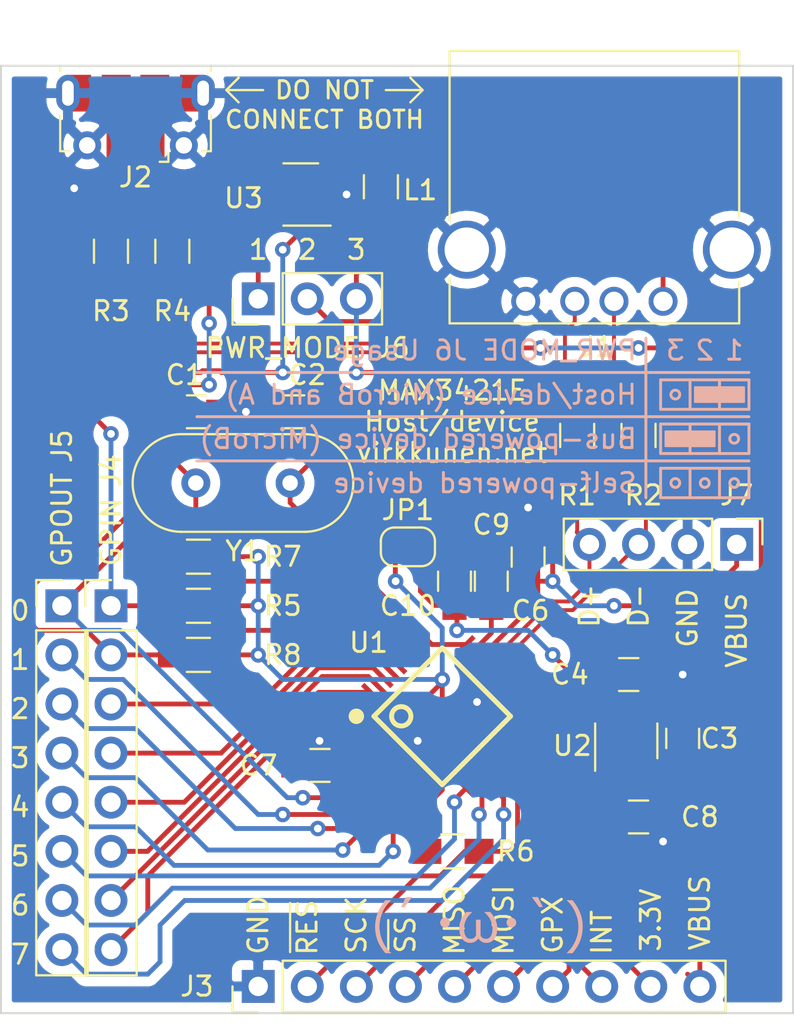
<source format=kicad_pcb>
(kicad_pcb (version 20171130) (host pcbnew 5.1.5)

  (general
    (thickness 1.6)
    (drawings 47)
    (tracks 429)
    (zones 0)
    (modules 32)
    (nets 40)
  )

  (page A4)
  (layers
    (0 F.Cu signal)
    (31 B.Cu signal)
    (32 B.Adhes user)
    (33 F.Adhes user)
    (34 B.Paste user)
    (35 F.Paste user)
    (36 B.SilkS user)
    (37 F.SilkS user)
    (38 B.Mask user)
    (39 F.Mask user)
    (40 Dwgs.User user)
    (41 Cmts.User user)
    (42 Eco1.User user)
    (43 Eco2.User user)
    (44 Edge.Cuts user)
    (45 Margin user)
    (46 B.CrtYd user)
    (47 F.CrtYd user)
    (48 B.Fab user)
    (49 F.Fab user)
  )

  (setup
    (last_trace_width 0.25)
    (trace_clearance 0.2)
    (zone_clearance 0.508)
    (zone_45_only no)
    (trace_min 0.2)
    (via_size 0.8)
    (via_drill 0.4)
    (via_min_size 0.4)
    (via_min_drill 0.3)
    (uvia_size 0.3)
    (uvia_drill 0.1)
    (uvias_allowed no)
    (uvia_min_size 0.2)
    (uvia_min_drill 0.1)
    (edge_width 0.05)
    (segment_width 0.2)
    (pcb_text_width 0.3)
    (pcb_text_size 1.5 1.5)
    (mod_edge_width 0.12)
    (mod_text_size 1 1)
    (mod_text_width 0.15)
    (pad_size 1.524 1.524)
    (pad_drill 0.762)
    (pad_to_mask_clearance 0.05)
    (solder_mask_min_width 0.145)
    (aux_axis_origin 18 47)
    (visible_elements FFFFFF7F)
    (pcbplotparams
      (layerselection 0x010fc_ffffffff)
      (usegerberextensions false)
      (usegerberattributes false)
      (usegerberadvancedattributes false)
      (creategerberjobfile false)
      (excludeedgelayer true)
      (linewidth 0.100000)
      (plotframeref false)
      (viasonmask false)
      (mode 1)
      (useauxorigin true)
      (hpglpennumber 1)
      (hpglpenspeed 20)
      (hpglpendiameter 15.000000)
      (psnegative false)
      (psa4output false)
      (plotreference true)
      (plotvalue true)
      (plotinvisibletext false)
      (padsonsilk false)
      (subtractmaskfromsilk false)
      (outputformat 1)
      (mirror false)
      (drillshape 0)
      (scaleselection 1)
      (outputdirectory "out-my/"))
  )

  (net 0 "")
  (net 1 GND)
  (net 2 "Net-(C3-Pad1)")
  (net 3 VBUS)
  (net 4 "Net-(J1-Pad2)")
  (net 5 "Net-(J1-Pad3)")
  (net 6 "Net-(J2-Pad3)")
  (net 7 "Net-(J2-Pad2)")
  (net 8 +3V3)
  (net 9 "Net-(J3-Pad8)")
  (net 10 "Net-(J3-Pad7)")
  (net 11 "Net-(J3-Pad6)")
  (net 12 "Net-(J3-Pad5)")
  (net 13 "Net-(J3-Pad4)")
  (net 14 "Net-(J3-Pad3)")
  (net 15 "Net-(J4-Pad3)")
  (net 16 "Net-(J4-Pad4)")
  (net 17 "Net-(J4-Pad5)")
  (net 18 "Net-(J4-Pad6)")
  (net 19 "Net-(J4-Pad7)")
  (net 20 "Net-(J4-Pad8)")
  (net 21 "Net-(J5-Pad8)")
  (net 22 "Net-(J5-Pad7)")
  (net 23 "Net-(J5-Pad6)")
  (net 24 "Net-(J5-Pad5)")
  (net 25 "Net-(J5-Pad4)")
  (net 26 "Net-(J5-Pad3)")
  (net 27 "Net-(J5-Pad2)")
  (net 28 /USB_ID)
  (net 29 /PWR_FAULT)
  (net 30 /PWR_EN)
  (net 31 VL)
  (net 32 /USB_D+)
  (net 33 /USB_D-)
  (net 34 /X+)
  (net 35 /X-)
  (net 36 "Net-(C6-Pad1)")
  (net 37 "Net-(J3-Pad2)")
  (net 38 "Net-(J1-Pad1)")
  (net 39 "Net-(J6-Pad1)")

  (net_class Default "This is the default net class."
    (clearance 0.2)
    (trace_width 0.25)
    (via_dia 0.8)
    (via_drill 0.4)
    (uvia_dia 0.3)
    (uvia_drill 0.1)
    (add_net +3V3)
    (add_net /PWR_EN)
    (add_net /PWR_FAULT)
    (add_net /USB_D+)
    (add_net /USB_D-)
    (add_net /USB_ID)
    (add_net /X+)
    (add_net /X-)
    (add_net GND)
    (add_net "Net-(C3-Pad1)")
    (add_net "Net-(C6-Pad1)")
    (add_net "Net-(J1-Pad1)")
    (add_net "Net-(J1-Pad2)")
    (add_net "Net-(J1-Pad3)")
    (add_net "Net-(J2-Pad2)")
    (add_net "Net-(J2-Pad3)")
    (add_net "Net-(J3-Pad2)")
    (add_net "Net-(J3-Pad3)")
    (add_net "Net-(J3-Pad4)")
    (add_net "Net-(J3-Pad5)")
    (add_net "Net-(J3-Pad6)")
    (add_net "Net-(J3-Pad7)")
    (add_net "Net-(J3-Pad8)")
    (add_net "Net-(J4-Pad3)")
    (add_net "Net-(J4-Pad4)")
    (add_net "Net-(J4-Pad5)")
    (add_net "Net-(J4-Pad6)")
    (add_net "Net-(J4-Pad7)")
    (add_net "Net-(J4-Pad8)")
    (add_net "Net-(J5-Pad2)")
    (add_net "Net-(J5-Pad3)")
    (add_net "Net-(J5-Pad4)")
    (add_net "Net-(J5-Pad5)")
    (add_net "Net-(J5-Pad6)")
    (add_net "Net-(J5-Pad7)")
    (add_net "Net-(J5-Pad8)")
    (add_net "Net-(J6-Pad1)")
    (add_net VBUS)
    (add_net VL)
  )

  (module Crystal:Crystal_HC49-4H_Vertical (layer F.Cu) (tedit 5A1AD3B7) (tstamp 5E450C5E)
    (at 32.966 68.58 180)
    (descr "Crystal THT HC-49-4H http://5hertz.com/pdfs/04404_D.pdf")
    (tags "THT crystalHC-49-4H")
    (path /5E46C127)
    (fp_text reference Y1 (at 2.44 -3.525) (layer F.SilkS)
      (effects (font (size 1 1) (thickness 0.15)))
    )
    (fp_text value 12MHz (at 2.44 3.525) (layer F.Fab)
      (effects (font (size 1 1) (thickness 0.15)))
    )
    (fp_arc (start 5.64 0) (end 5.64 -2.525) (angle 180) (layer F.SilkS) (width 0.12))
    (fp_arc (start -0.76 0) (end -0.76 -2.525) (angle -180) (layer F.SilkS) (width 0.12))
    (fp_arc (start 5.44 0) (end 5.44 -2) (angle 180) (layer F.Fab) (width 0.1))
    (fp_arc (start -0.56 0) (end -0.56 -2) (angle -180) (layer F.Fab) (width 0.1))
    (fp_arc (start 5.64 0) (end 5.64 -2.325) (angle 180) (layer F.Fab) (width 0.1))
    (fp_arc (start -0.76 0) (end -0.76 -2.325) (angle -180) (layer F.Fab) (width 0.1))
    (fp_line (start 8.5 -2.8) (end -3.6 -2.8) (layer F.CrtYd) (width 0.05))
    (fp_line (start 8.5 2.8) (end 8.5 -2.8) (layer F.CrtYd) (width 0.05))
    (fp_line (start -3.6 2.8) (end 8.5 2.8) (layer F.CrtYd) (width 0.05))
    (fp_line (start -3.6 -2.8) (end -3.6 2.8) (layer F.CrtYd) (width 0.05))
    (fp_line (start -0.76 2.525) (end 5.64 2.525) (layer F.SilkS) (width 0.12))
    (fp_line (start -0.76 -2.525) (end 5.64 -2.525) (layer F.SilkS) (width 0.12))
    (fp_line (start -0.56 2) (end 5.44 2) (layer F.Fab) (width 0.1))
    (fp_line (start -0.56 -2) (end 5.44 -2) (layer F.Fab) (width 0.1))
    (fp_line (start -0.76 2.325) (end 5.64 2.325) (layer F.Fab) (width 0.1))
    (fp_line (start -0.76 -2.325) (end 5.64 -2.325) (layer F.Fab) (width 0.1))
    (fp_text user %R (at 2.44 0) (layer F.Fab)
      (effects (font (size 1 1) (thickness 0.15)))
    )
    (pad 2 thru_hole circle (at 4.88 0 180) (size 1.5 1.5) (drill 0.8) (layers *.Cu *.Mask)
      (net 34 /X+))
    (pad 1 thru_hole circle (at 0 0 180) (size 1.5 1.5) (drill 0.8) (layers *.Cu *.Mask)
      (net 35 /X-))
    (model ${KISYS3DMOD}/Crystal.3dshapes/Crystal_HC49-4H_Vertical.wrl
      (at (xyz 0 0 0))
      (scale (xyz 1 1 1))
      (rotate (xyz 0 0 0))
    )
  )

  (module Connector_USB:USB_Micro-B_Molex-105017-0001 (layer F.Cu) (tedit 5A1DC0BE) (tstamp 5E53CB1A)
    (at 24.965 49.657 180)
    (descr http://www.molex.com/pdm_docs/sd/1050170001_sd.pdf)
    (tags "Micro-USB SMD Typ-B")
    (path /5E46A6EE)
    (attr smd)
    (fp_text reference J2 (at 0 -3.1125) (layer F.SilkS)
      (effects (font (size 1 1) (thickness 0.15)))
    )
    (fp_text value "USB MicroB" (at 0.3 4.3375) (layer F.Fab)
      (effects (font (size 1 1) (thickness 0.15)))
    )
    (fp_line (start -1.1 -2.1225) (end -1.1 -1.9125) (layer F.Fab) (width 0.1))
    (fp_line (start -1.5 -2.1225) (end -1.5 -1.9125) (layer F.Fab) (width 0.1))
    (fp_line (start -1.5 -2.1225) (end -1.1 -2.1225) (layer F.Fab) (width 0.1))
    (fp_line (start -1.1 -1.9125) (end -1.3 -1.7125) (layer F.Fab) (width 0.1))
    (fp_line (start -1.3 -1.7125) (end -1.5 -1.9125) (layer F.Fab) (width 0.1))
    (fp_line (start -1.7 -2.3125) (end -1.7 -1.8625) (layer F.SilkS) (width 0.12))
    (fp_line (start -1.7 -2.3125) (end -1.25 -2.3125) (layer F.SilkS) (width 0.12))
    (fp_line (start 3.9 -1.7625) (end 3.45 -1.7625) (layer F.SilkS) (width 0.12))
    (fp_line (start 3.9 0.0875) (end 3.9 -1.7625) (layer F.SilkS) (width 0.12))
    (fp_line (start -3.9 2.6375) (end -3.9 2.3875) (layer F.SilkS) (width 0.12))
    (fp_line (start -3.75 3.3875) (end -3.75 -1.6125) (layer F.Fab) (width 0.1))
    (fp_line (start -3.75 -1.6125) (end 3.75 -1.6125) (layer F.Fab) (width 0.1))
    (fp_line (start -3.75 3.389204) (end 3.75 3.389204) (layer F.Fab) (width 0.1))
    (fp_line (start -3 2.689204) (end 3 2.689204) (layer F.Fab) (width 0.1))
    (fp_line (start 3.75 3.3875) (end 3.75 -1.6125) (layer F.Fab) (width 0.1))
    (fp_line (start 3.9 2.6375) (end 3.9 2.3875) (layer F.SilkS) (width 0.12))
    (fp_line (start -3.9 0.0875) (end -3.9 -1.7625) (layer F.SilkS) (width 0.12))
    (fp_line (start -3.9 -1.7625) (end -3.45 -1.7625) (layer F.SilkS) (width 0.12))
    (fp_line (start -4.4 3.64) (end -4.4 -2.46) (layer F.CrtYd) (width 0.05))
    (fp_line (start -4.4 -2.46) (end 4.4 -2.46) (layer F.CrtYd) (width 0.05))
    (fp_line (start 4.4 -2.46) (end 4.4 3.64) (layer F.CrtYd) (width 0.05))
    (fp_line (start -4.4 3.64) (end 4.4 3.64) (layer F.CrtYd) (width 0.05))
    (fp_text user %R (at 0 0.8875) (layer F.Fab)
      (effects (font (size 1 1) (thickness 0.15)))
    )
    (fp_text user "PCB Edge" (at 0 2.6875) (layer Dwgs.User)
      (effects (font (size 0.5 0.5) (thickness 0.08)))
    )
    (pad 6 smd rect (at -2.9 1.2375 180) (size 1.2 1.9) (layers F.Cu F.Mask)
      (net 1 GND))
    (pad 6 smd rect (at 2.9 1.2375 180) (size 1.2 1.9) (layers F.Cu F.Mask)
      (net 1 GND))
    (pad 6 thru_hole oval (at 3.5 1.2375 180) (size 1.2 1.9) (drill oval 0.6 1.3) (layers *.Cu *.Mask)
      (net 1 GND))
    (pad 6 thru_hole oval (at -3.5 1.2375) (size 1.2 1.9) (drill oval 0.6 1.3) (layers *.Cu *.Mask)
      (net 1 GND))
    (pad 6 smd rect (at -1 1.2375 180) (size 1.5 1.9) (layers F.Cu F.Paste F.Mask)
      (net 1 GND))
    (pad 6 thru_hole circle (at 2.5 -1.4625 180) (size 1.45 1.45) (drill 0.85) (layers *.Cu *.Mask)
      (net 1 GND))
    (pad 3 smd rect (at 0 -1.4625 180) (size 0.4 1.35) (layers F.Cu F.Paste F.Mask)
      (net 6 "Net-(J2-Pad3)"))
    (pad 4 smd rect (at 0.65 -1.4625 180) (size 0.4 1.35) (layers F.Cu F.Paste F.Mask)
      (net 28 /USB_ID))
    (pad 5 smd rect (at 1.3 -1.4625 180) (size 0.4 1.35) (layers F.Cu F.Paste F.Mask)
      (net 1 GND))
    (pad 1 smd rect (at -1.3 -1.4625 180) (size 0.4 1.35) (layers F.Cu F.Paste F.Mask)
      (net 38 "Net-(J1-Pad1)"))
    (pad 2 smd rect (at -0.65 -1.4625 180) (size 0.4 1.35) (layers F.Cu F.Paste F.Mask)
      (net 7 "Net-(J2-Pad2)"))
    (pad 6 thru_hole circle (at -2.5 -1.4625 180) (size 1.45 1.45) (drill 0.85) (layers *.Cu *.Mask)
      (net 1 GND))
    (pad 6 smd rect (at 1 1.2375 180) (size 1.5 1.9) (layers F.Cu F.Paste F.Mask)
      (net 1 GND))
    (model ${KISYS3DMOD}/Connector_USB.3dshapes/USB_Micro-B_Molex-105017-0001.wrl
      (at (xyz 0 0 0))
      (scale (xyz 1 1 1))
      (rotate (xyz 0 0 0))
    )
  )

  (module Capacitors_SMD:C_0805_HandSoldering (layer F.Cu) (tedit 58AA84A8) (tstamp 5E4B2A01)
    (at 41.475 73.66 90)
    (descr "Capacitor SMD 0805, hand soldering")
    (tags "capacitor 0805")
    (path /5E5A4FEB)
    (attr smd)
    (fp_text reference C10 (at -1.27 -2.413 180) (layer F.SilkS)
      (effects (font (size 1 1) (thickness 0.15)))
    )
    (fp_text value 1u (at 0 1.75 90) (layer F.Fab)
      (effects (font (size 1 1) (thickness 0.15)))
    )
    (fp_text user %R (at 0 -1.75 90) (layer F.Fab)
      (effects (font (size 1 1) (thickness 0.15)))
    )
    (fp_line (start -1 0.62) (end -1 -0.62) (layer F.Fab) (width 0.1))
    (fp_line (start 1 0.62) (end -1 0.62) (layer F.Fab) (width 0.1))
    (fp_line (start 1 -0.62) (end 1 0.62) (layer F.Fab) (width 0.1))
    (fp_line (start -1 -0.62) (end 1 -0.62) (layer F.Fab) (width 0.1))
    (fp_line (start 0.5 -0.85) (end -0.5 -0.85) (layer F.SilkS) (width 0.12))
    (fp_line (start -0.5 0.85) (end 0.5 0.85) (layer F.SilkS) (width 0.12))
    (fp_line (start -2.25 -0.88) (end 2.25 -0.88) (layer F.CrtYd) (width 0.05))
    (fp_line (start -2.25 -0.88) (end -2.25 0.87) (layer F.CrtYd) (width 0.05))
    (fp_line (start 2.25 0.87) (end 2.25 -0.88) (layer F.CrtYd) (width 0.05))
    (fp_line (start 2.25 0.87) (end -2.25 0.87) (layer F.CrtYd) (width 0.05))
    (pad 1 smd rect (at -1.25 0 90) (size 1.5 1.25) (layers F.Cu F.Paste F.Mask)
      (net 8 +3V3))
    (pad 2 smd rect (at 1.25 0 90) (size 1.5 1.25) (layers F.Cu F.Paste F.Mask)
      (net 1 GND))
    (model Capacitors_SMD.3dshapes/C_0805.wrl
      (at (xyz 0 0 0))
      (scale (xyz 1 1 1))
      (rotate (xyz 0 0 0))
    )
  )

  (module max3421e:TQFP32-5MM (layer F.Cu) (tedit 5E446236) (tstamp 5E4B218C)
    (at 40.84 80.645 45)
    (path /5E46454A)
    (fp_text reference U1 (at -3.592102 -3.592102 45) (layer F.SilkS) hide
      (effects (font (size 0.64038 0.64038) (thickness 0.015)))
    )
    (fp_text value MAX3421E (at 0.254005 4.673739 45) (layer F.Fab)
      (effects (font (size 0.640018 0.640018) (thickness 0.015)))
    )
    (fp_circle (center -1.5 -1.5) (end -1 -1.5) (layer F.SilkS) (width 0.254))
    (fp_line (start -2.5 -2.5) (end -2.5 2.5) (layer F.SilkS) (width 0.254))
    (fp_line (start 2.5 -2.5) (end -2.5 -2.5) (layer F.SilkS) (width 0.254))
    (fp_line (start 2.5 2.5) (end 2.5 -2.5) (layer F.SilkS) (width 0.254))
    (fp_line (start -2.5 2.5) (end 2.5 2.5) (layer F.SilkS) (width 0.254))
    (fp_line (start -2.5 -2.5) (end -2.5 2.5) (layer F.Fab) (width 0.254))
    (fp_line (start 2.5 -2.5) (end -2.5 -2.5) (layer F.Fab) (width 0.254))
    (fp_line (start 2.5 2.5) (end 2.5 -2.5) (layer F.Fab) (width 0.254))
    (fp_line (start -2.5 2.5) (end 2.5 2.5) (layer F.Fab) (width 0.254))
    (pad 32 smd rect (at -1.75 -3.5 45) (size 0.254 1.143) (layers F.Cu F.Paste F.Mask)
      (net 19 "Net-(J4-Pad7)"))
    (pad 31 smd rect (at -1.25 -3.5 45) (size 0.254 1.143) (layers F.Cu F.Paste F.Mask)
      (net 18 "Net-(J4-Pad6)"))
    (pad 30 smd rect (at -0.75 -3.5 45) (size 0.254 1.143) (layers F.Cu F.Paste F.Mask)
      (net 17 "Net-(J4-Pad5)"))
    (pad 29 smd rect (at -0.25 -3.5 45) (size 0.254 1.143) (layers F.Cu F.Paste F.Mask)
      (net 16 "Net-(J4-Pad4)"))
    (pad 28 smd rect (at 0.25 -3.5 45) (size 0.254 1.143) (layers F.Cu F.Paste F.Mask)
      (net 15 "Net-(J4-Pad3)"))
    (pad 27 smd rect (at 0.75 -3.5 45) (size 0.254 1.143) (layers F.Cu F.Paste F.Mask)
      (net 29 /PWR_FAULT))
    (pad 26 smd rect (at 1.25 -3.5 45) (size 0.254 1.143) (layers F.Cu F.Paste F.Mask)
      (net 28 /USB_ID))
    (pad 25 smd rect (at 1.75 -3.5 45) (size 0.254 1.143) (layers F.Cu F.Paste F.Mask)
      (net 34 /X+))
    (pad 24 smd rect (at 3.5 -1.75 45) (size 1.143 0.254) (layers F.Cu F.Paste F.Mask)
      (net 35 /X-))
    (pad 23 smd rect (at 3.5 -1.25 45) (size 1.143 0.254) (layers F.Cu F.Paste F.Mask)
      (net 8 +3V3))
    (pad 22 smd rect (at 3.5 -0.75 45) (size 1.143 0.254) (layers F.Cu F.Paste F.Mask)
      (net 36 "Net-(C6-Pad1)"))
    (pad 21 smd rect (at 3.5 -0.25 45) (size 1.143 0.254) (layers F.Cu F.Paste F.Mask)
      (net 32 /USB_D+))
    (pad 20 smd rect (at 3.5 0.25 45) (size 1.143 0.254) (layers F.Cu F.Paste F.Mask)
      (net 33 /USB_D-))
    (pad 19 smd rect (at 3.5 0.75 45) (size 1.143 0.254) (layers F.Cu F.Paste F.Mask)
      (net 1 GND))
    (pad 18 smd rect (at 3.5 1.25 45) (size 1.143 0.254) (layers F.Cu F.Paste F.Mask)
      (net 9 "Net-(J3-Pad8)"))
    (pad 17 smd rect (at 3.5 1.75 45) (size 1.143 0.254) (layers F.Cu F.Paste F.Mask)
      (net 10 "Net-(J3-Pad7)"))
    (pad 16 smd rect (at 1.75 3.5 45) (size 0.254 1.143) (layers F.Cu F.Paste F.Mask)
      (net 11 "Net-(J3-Pad6)"))
    (pad 15 smd rect (at 1.25 3.5 45) (size 0.254 1.143) (layers F.Cu F.Paste F.Mask)
      (net 12 "Net-(J3-Pad5)"))
    (pad 14 smd rect (at 0.75 3.5 45) (size 0.254 1.143) (layers F.Cu F.Paste F.Mask)
      (net 13 "Net-(J3-Pad4)"))
    (pad 13 smd rect (at 0.25 3.5 45) (size 0.254 1.143) (layers F.Cu F.Paste F.Mask)
      (net 14 "Net-(J3-Pad3)"))
    (pad 12 smd rect (at -0.25 3.5 45) (size 0.254 1.143) (layers F.Cu F.Paste F.Mask)
      (net 37 "Net-(J3-Pad2)"))
    (pad 11 smd rect (at -0.75 3.5 45) (size 0.254 1.143) (layers F.Cu F.Paste F.Mask)
      (net 21 "Net-(J5-Pad8)"))
    (pad 10 smd rect (at -1.25 3.5 45) (size 0.254 1.143) (layers F.Cu F.Paste F.Mask)
      (net 22 "Net-(J5-Pad7)"))
    (pad 9 smd rect (at -1.75 3.5 45) (size 0.254 1.143) (layers F.Cu F.Paste F.Mask)
      (net 23 "Net-(J5-Pad6)"))
    (pad 8 smd rect (at -3.5 1.75 45) (size 1.143 0.254) (layers F.Cu F.Paste F.Mask)
      (net 24 "Net-(J5-Pad5)"))
    (pad 7 smd rect (at -3.5 1.25 45) (size 1.143 0.254) (layers F.Cu F.Paste F.Mask)
      (net 25 "Net-(J5-Pad4)"))
    (pad 6 smd rect (at -3.5 0.75 45) (size 1.143 0.254) (layers F.Cu F.Paste F.Mask)
      (net 26 "Net-(J5-Pad3)"))
    (pad 5 smd rect (at -3.5 0.25 45) (size 1.143 0.254) (layers F.Cu F.Paste F.Mask)
      (net 27 "Net-(J5-Pad2)"))
    (pad 4 smd rect (at -3.5 -0.25 45) (size 1.143 0.254) (layers F.Cu F.Paste F.Mask)
      (net 30 /PWR_EN))
    (pad 3 smd rect (at -3.5 -0.75 45) (size 1.143 0.254) (layers F.Cu F.Paste F.Mask)
      (net 1 GND))
    (pad 2 smd rect (at -3.5 -1.25 45) (size 1.143 0.254) (layers F.Cu F.Paste F.Mask)
      (net 31 VL))
    (pad 1 smd rect (at -3.5 -1.75 45) (size 1.143 0.254) (layers F.Cu F.Paste F.Mask)
      (net 20 "Net-(J4-Pad8)"))
  )

  (module matti:PWR_Jumper_Usage (layer B.Cu) (tedit 5E4AFBE1) (tstamp 5E53C771)
    (at 45.285 65.786 180)
    (attr virtual)
    (fp_text reference REF*** (at -1.52 7.842) (layer B.SilkS) hide
      (effects (font (size 1 1) (thickness 0.15)) (justify mirror))
    )
    (fp_text value PWR_Jumper_Usage (at -0.52 5.334) (layer B.Fab) hide
      (effects (font (size 1 1) (thickness 0.15)) (justify mirror))
    )
    (fp_line (start -11.43 2.921) (end 17.145 2.921) (layer B.SilkS) (width 0.15))
    (fp_line (start -6.096 -3.556) (end -6.096 4.699) (layer B.SilkS) (width 0.15))
    (fp_line (start 17.145 -1.651) (end -11.43 -1.651) (layer B.SilkS) (width 0.15))
    (fp_line (start -11.43 0.635) (end 17.145 0.635) (layer B.SilkS) (width 0.15))
    (fp_text user "Self-powered device" (at -5.715 -2.794) (layer B.SilkS)
      (effects (font (size 1 1) (thickness 0.15)) (justify left mirror))
    )
    (fp_text user "Host/device (MicroB and A)" (at -5.715 1.778) (layer B.SilkS)
      (effects (font (size 1 1) (thickness 0.15)) (justify left mirror))
    )
    (fp_text user "Bus-powered device (MicroB)" (at -5.715 -0.508) (layer B.SilkS)
      (effects (font (size 1 1) (thickness 0.15)) (justify left mirror))
    )
    (fp_text user "PWR_MODE J6 Usage" (at -5.715 4.064) (layer B.SilkS)
      (effects (font (size 1 1) (thickness 0.15)) (justify left mirror))
    )
    (fp_text user 3 (at -7.62 4.064) (layer B.SilkS)
      (effects (font (size 1 1) (thickness 0.15)) (justify mirror))
    )
    (fp_text user 2 (at -9.144 4.064) (layer B.SilkS)
      (effects (font (size 1 1) (thickness 0.15)) (justify mirror))
    )
    (fp_text user 1 (at -10.668 4.064) (layer B.SilkS)
      (effects (font (size 1 1) (thickness 0.15)) (justify mirror))
    )
    (fp_poly (pts (xy -7.112 -0.889) (xy -9.652 -0.889) (xy -9.652 -0.127) (xy -7.112 -0.127)) (layer B.SilkS) (width 0.1))
    (fp_poly (pts (xy -8.636 1.397) (xy -11.176 1.397) (xy -11.176 2.159) (xy -8.636 2.159)) (layer B.SilkS) (width 0.1))
    (fp_circle (center -9.144 -2.794) (end -8.9535 -2.667) (layer B.SilkS) (width 0.15))
    (fp_line (start -8.382 -2.032) (end -8.382 -3.556) (layer B.SilkS) (width 0.15))
    (fp_line (start -11.43 -3.556) (end -11.43 -2.032) (layer B.SilkS) (width 0.15))
    (fp_line (start -9.906 -2.032) (end -9.906 -3.556) (layer B.SilkS) (width 0.15))
    (fp_circle (center -10.668 -2.794) (end -10.4775 -2.667) (layer B.SilkS) (width 0.15))
    (fp_line (start -6.858 -3.556) (end -11.43 -3.556) (layer B.SilkS) (width 0.15))
    (fp_circle (center -7.62 -2.794) (end -7.4295 -2.667) (layer B.SilkS) (width 0.15))
    (fp_line (start -11.43 -2.032) (end -9.906 -2.032) (layer B.SilkS) (width 0.15))
    (fp_line (start -6.858 -2.032) (end -6.858 -3.556) (layer B.SilkS) (width 0.15))
    (fp_line (start -11.43 -2.032) (end -6.858 -2.032) (layer B.SilkS) (width 0.15))
    (fp_circle (center -9.144 -0.508) (end -8.9535 -0.381) (layer B.SilkS) (width 0.15))
    (fp_line (start -8.382 0.254) (end -8.382 -1.27) (layer B.SilkS) (width 0.15))
    (fp_line (start -11.43 -1.27) (end -11.43 0.254) (layer B.SilkS) (width 0.15))
    (fp_line (start -9.906 0.254) (end -9.906 -1.27) (layer B.SilkS) (width 0.15))
    (fp_circle (center -10.668 -0.508) (end -10.4775 -0.381) (layer B.SilkS) (width 0.15))
    (fp_line (start -6.858 -1.27) (end -11.43 -1.27) (layer B.SilkS) (width 0.15))
    (fp_circle (center -7.62 -0.508) (end -7.4295 -0.381) (layer B.SilkS) (width 0.15))
    (fp_line (start -11.43 0.254) (end -9.906 0.254) (layer B.SilkS) (width 0.15))
    (fp_line (start -6.858 0.254) (end -6.858 -1.27) (layer B.SilkS) (width 0.15))
    (fp_line (start -11.43 0.254) (end -6.858 0.254) (layer B.SilkS) (width 0.15))
    (fp_circle (center -7.62 1.778) (end -7.4295 1.905) (layer B.SilkS) (width 0.15))
    (fp_circle (center -9.144 1.778) (end -8.9535 1.905) (layer B.SilkS) (width 0.15))
    (fp_circle (center -10.668 1.778) (end -10.4775 1.905) (layer B.SilkS) (width 0.15))
    (fp_line (start -8.382 2.54) (end -8.382 1.016) (layer B.SilkS) (width 0.15))
    (fp_line (start -9.906 2.54) (end -9.906 1.016) (layer B.SilkS) (width 0.15))
    (fp_line (start -11.43 2.54) (end -9.906 2.54) (layer B.SilkS) (width 0.15))
    (fp_line (start -11.43 1.016) (end -11.43 2.54) (layer B.SilkS) (width 0.15))
    (fp_line (start -6.858 1.016) (end -11.43 1.016) (layer B.SilkS) (width 0.15))
    (fp_line (start -6.858 2.54) (end -6.858 1.016) (layer B.SilkS) (width 0.15))
    (fp_line (start -11.43 2.54) (end -6.858 2.54) (layer B.SilkS) (width 0.15))
  )

  (module Inductors_SMD:L_0805_HandSoldering (layer F.Cu) (tedit 58307B90) (tstamp 5E4B1A82)
    (at 37.665 53.26 90)
    (descr "Resistor SMD 0805, hand soldering")
    (tags "resistor 0805")
    (path /5E4E1FAA)
    (attr smd)
    (fp_text reference L1 (at -0.174 2.032 180) (layer F.SilkS)
      (effects (font (size 1 1) (thickness 0.15)))
    )
    (fp_text value "120 @ 100MHz" (at 0 2.1 90) (layer F.Fab)
      (effects (font (size 1 1) (thickness 0.15)))
    )
    (fp_text user %R (at 0 0 90) (layer F.Fab)
      (effects (font (size 0.5 0.5) (thickness 0.075)))
    )
    (fp_line (start -1 0.62) (end -1 -0.62) (layer F.Fab) (width 0.1))
    (fp_line (start 1 0.62) (end -1 0.62) (layer F.Fab) (width 0.1))
    (fp_line (start 1 -0.62) (end 1 0.62) (layer F.Fab) (width 0.1))
    (fp_line (start -1 -0.62) (end 1 -0.62) (layer F.Fab) (width 0.1))
    (fp_line (start -2.4 -1) (end 2.4 -1) (layer F.CrtYd) (width 0.05))
    (fp_line (start -2.4 1) (end 2.4 1) (layer F.CrtYd) (width 0.05))
    (fp_line (start -2.4 -1) (end -2.4 1) (layer F.CrtYd) (width 0.05))
    (fp_line (start 2.4 -1) (end 2.4 1) (layer F.CrtYd) (width 0.05))
    (fp_line (start 0.6 0.88) (end -0.6 0.88) (layer F.SilkS) (width 0.12))
    (fp_line (start -0.6 -0.88) (end 0.6 -0.88) (layer F.SilkS) (width 0.12))
    (pad 1 smd rect (at -1.35 0 90) (size 1.5 1.3) (layers F.Cu F.Paste F.Mask)
      (net 36 "Net-(C6-Pad1)"))
    (pad 2 smd rect (at 1.35 0 90) (size 1.5 1.3) (layers F.Cu F.Paste F.Mask)
      (net 38 "Net-(J1-Pad1)"))
    (model ${KISYS3DMOD}/Inductors_SMD.3dshapes/L_0805.wrl
      (at (xyz 0 0 0))
      (scale (xyz 1 1 1))
      (rotate (xyz 0 0 0))
    )
  )

  (module Connectors:USB_A (layer F.Cu) (tedit 5543E289) (tstamp 5E4B2067)
    (at 52.27 59.185 180)
    (descr "USB A connector")
    (tags "USB USB_A")
    (path /5E468FE6)
    (fp_text reference J1 (at 3.425 -2.35) (layer F.SilkS)
      (effects (font (size 1 1) (thickness 0.15)))
    )
    (fp_text value "USB A" (at 3.81 14.735) (layer F.Fab)
      (effects (font (size 1 1) (thickness 0.15)))
    )
    (fp_line (start -5.3 13.2) (end -5.3 -1.4) (layer F.CrtYd) (width 0.05))
    (fp_line (start 11.95 -1.4) (end 11.95 13.2) (layer F.CrtYd) (width 0.05))
    (fp_line (start -5.3 13.2) (end 11.95 13.2) (layer F.CrtYd) (width 0.05))
    (fp_line (start -5.3 -1.4) (end 11.95 -1.4) (layer F.CrtYd) (width 0.05))
    (fp_line (start 11.05 -1.14) (end 11.05 1.19) (layer F.SilkS) (width 0.12))
    (fp_line (start -3.94 -1.14) (end -3.94 0.98) (layer F.SilkS) (width 0.12))
    (fp_line (start 11.05 -1.14) (end -3.94 -1.14) (layer F.SilkS) (width 0.12))
    (fp_line (start 11.05 12.95) (end -3.94 12.95) (layer F.SilkS) (width 0.12))
    (fp_line (start 11.05 4.15) (end 11.05 12.95) (layer F.SilkS) (width 0.12))
    (fp_line (start -3.94 4.35) (end -3.94 12.95) (layer F.SilkS) (width 0.12))
    (pad 4 thru_hole circle (at 7.11 0 90) (size 1.5 1.5) (drill 1) (layers *.Cu *.Mask)
      (net 1 GND))
    (pad 3 thru_hole circle (at 4.57 0 90) (size 1.5 1.5) (drill 1) (layers *.Cu *.Mask)
      (net 5 "Net-(J1-Pad3)"))
    (pad 2 thru_hole circle (at 2.54 0 90) (size 1.5 1.5) (drill 1) (layers *.Cu *.Mask)
      (net 4 "Net-(J1-Pad2)"))
    (pad 1 thru_hole circle (at 0 0 90) (size 1.5 1.5) (drill 1) (layers *.Cu *.Mask)
      (net 38 "Net-(J1-Pad1)"))
    (pad 5 thru_hole circle (at 10.16 2.67 90) (size 3 3) (drill 2.3) (layers *.Cu *.Mask)
      (net 1 GND))
    (pad 5 thru_hole circle (at -3.56 2.67 90) (size 3 3) (drill 2.3) (layers *.Cu *.Mask)
      (net 1 GND))
    (model ${KISYS3DMOD}/Connectors.3dshapes/USB_A.wrl
      (offset (xyz 3.555999946594238 0 0))
      (scale (xyz 1 1 1))
      (rotate (xyz 0 0 90))
    )
  )

  (module Capacitors_SMD:C_0805_HandSoldering (layer F.Cu) (tedit 58AA84A8) (tstamp 5E4B36C9)
    (at 43.38 73.66 90)
    (descr "Capacitor SMD 0805, hand soldering")
    (tags "capacitor 0805")
    (path /5E4C7B38)
    (attr smd)
    (fp_text reference C9 (at 2.921 0 180) (layer F.SilkS)
      (effects (font (size 1 1) (thickness 0.15)))
    )
    (fp_text value 100n (at 0 1.75 90) (layer F.Fab)
      (effects (font (size 1 1) (thickness 0.15)))
    )
    (fp_text user %R (at 0.381 -1.524 90) (layer F.Fab)
      (effects (font (size 1 1) (thickness 0.15)))
    )
    (fp_line (start -1 0.62) (end -1 -0.62) (layer F.Fab) (width 0.1))
    (fp_line (start 1 0.62) (end -1 0.62) (layer F.Fab) (width 0.1))
    (fp_line (start 1 -0.62) (end 1 0.62) (layer F.Fab) (width 0.1))
    (fp_line (start -1 -0.62) (end 1 -0.62) (layer F.Fab) (width 0.1))
    (fp_line (start 0.5 -0.85) (end -0.5 -0.85) (layer F.SilkS) (width 0.12))
    (fp_line (start -0.5 0.85) (end 0.5 0.85) (layer F.SilkS) (width 0.12))
    (fp_line (start -2.25 -0.88) (end 2.25 -0.88) (layer F.CrtYd) (width 0.05))
    (fp_line (start -2.25 -0.88) (end -2.25 0.87) (layer F.CrtYd) (width 0.05))
    (fp_line (start 2.25 0.87) (end 2.25 -0.88) (layer F.CrtYd) (width 0.05))
    (fp_line (start 2.25 0.87) (end -2.25 0.87) (layer F.CrtYd) (width 0.05))
    (pad 1 smd rect (at -1.25 0 90) (size 1.5 1.25) (layers F.Cu F.Paste F.Mask)
      (net 8 +3V3))
    (pad 2 smd rect (at 1.25 0 90) (size 1.5 1.25) (layers F.Cu F.Paste F.Mask)
      (net 1 GND))
    (model Capacitors_SMD.3dshapes/C_0805.wrl
      (at (xyz 0 0 0))
      (scale (xyz 1 1 1))
      (rotate (xyz 0 0 0))
    )
  )

  (module matti:syobo_n (layer B.Cu) (tedit 0) (tstamp 5E4B1026)
    (at 42.745 91.44 180)
    (fp_text reference G*** (at 0 0) (layer B.SilkS) hide
      (effects (font (size 1.524 1.524) (thickness 0.3)) (justify mirror))
    )
    (fp_text value LOGO (at 0.75 0) (layer B.SilkS) hide
      (effects (font (size 1.524 1.524) (thickness 0.3)) (justify mirror))
    )
    (fp_poly (pts (xy 3.7846 1.442542) (xy 3.908241 1.188631) (xy 4.031883 0.93472) (xy 3.85128 0.93472)
      (xy 3.808196 0.99314) (xy 3.789604 1.018297) (xy 3.761277 1.056557) (xy 3.725596 1.10471)
      (xy 3.68494 1.159545) (xy 3.641688 1.217851) (xy 3.619952 1.24714) (xy 3.474792 1.44272)
      (xy 3.7846 1.442542)) (layer B.SilkS) (width 0.01))
    (fp_poly (pts (xy -2.780497 1.388559) (xy -2.797692 1.364852) (xy -2.824703 1.327895) (xy -2.859262 1.280779)
      (xy -2.899103 1.22659) (xy -2.941959 1.168419) (xy -2.96672 1.134861) (xy -3.11404 0.935323)
      (xy -3.20294 0.935022) (xy -3.242594 0.935255) (xy -3.273134 0.936132) (xy -3.289964 0.937492)
      (xy -3.29184 0.938195) (xy -3.287573 0.947872) (xy -3.27553 0.973431) (xy -3.256853 1.012497)
      (xy -3.232684 1.062692) (xy -3.204163 1.12164) (xy -3.172432 1.186964) (xy -3.169886 1.192195)
      (xy -3.047931 1.44272) (xy -2.741594 1.44272) (xy -2.780497 1.388559)) (layer B.SilkS) (width 0.01))
    (fp_poly (pts (xy 1.809309 0.367799) (xy 1.869389 0.346901) (xy 1.925394 0.308648) (xy 1.934017 0.300615)
      (xy 1.976681 0.246117) (xy 2.0017 0.184942) (xy 2.009122 0.120405) (xy 1.998997 0.055821)
      (xy 1.971372 -0.005495) (xy 1.92875 -0.057905) (xy 1.874515 -0.096476) (xy 1.812168 -0.11811)
      (xy 1.745568 -0.122292) (xy 1.67857 -0.108506) (xy 1.64763 -0.095469) (xy 1.589894 -0.05618)
      (xy 1.547716 -0.004349) (xy 1.522052 0.058431) (xy 1.51384 0.127) (xy 1.522717 0.194639)
      (xy 1.54745 0.253158) (xy 1.585193 0.301382) (xy 1.633097 0.338135) (xy 1.688317 0.36224)
      (xy 1.748003 0.37252) (xy 1.809309 0.367799)) (layer B.SilkS) (width 0.01))
    (fp_poly (pts (xy -1.624771 0.367799) (xy -1.564691 0.346901) (xy -1.508686 0.308648) (xy -1.500063 0.300615)
      (xy -1.457399 0.246117) (xy -1.43238 0.184942) (xy -1.424958 0.120405) (xy -1.435083 0.055821)
      (xy -1.462708 -0.005495) (xy -1.50533 -0.057905) (xy -1.559565 -0.096476) (xy -1.621912 -0.11811)
      (xy -1.688512 -0.122292) (xy -1.75551 -0.108506) (xy -1.78645 -0.095469) (xy -1.844186 -0.05618)
      (xy -1.886364 -0.004349) (xy -1.912028 0.058431) (xy -1.92024 0.127) (xy -1.911363 0.194639)
      (xy -1.88663 0.253158) (xy -1.848887 0.301382) (xy -1.800983 0.338135) (xy -1.745763 0.36224)
      (xy -1.686077 0.37252) (xy -1.624771 0.367799)) (layer B.SilkS) (width 0.01))
    (fp_poly (pts (xy -0.379414 0.669998) (xy -0.33549 0.668452) (xy -0.303233 0.666133) (xy -0.28622 0.663249)
      (xy -0.28448 0.661924) (xy -0.291644 0.651628) (xy -0.31064 0.632069) (xy -0.337726 0.607038)
      (xy -0.344924 0.600716) (xy -0.407207 0.539763) (xy -0.470011 0.466278) (xy -0.52795 0.387171)
      (xy -0.575641 0.309354) (xy -0.583383 0.294731) (xy -0.639483 0.166687) (xy -0.676914 0.036055)
      (xy -0.696275 -0.100033) (xy -0.698163 -0.244446) (xy -0.697704 -0.254) (xy -0.686043 -0.368864)
      (xy -0.66357 -0.467107) (xy -0.630015 -0.549476) (xy -0.58511 -0.616722) (xy -0.556613 -0.646489)
      (xy -0.505289 -0.686006) (xy -0.451762 -0.709802) (xy -0.390506 -0.719715) (xy -0.337991 -0.719258)
      (xy -0.259329 -0.70768) (xy -0.194417 -0.682391) (xy -0.140864 -0.642026) (xy -0.096282 -0.585222)
      (xy -0.092545 -0.57912) (xy -0.087222 -0.56964) (xy -0.082866 -0.559309) (xy -0.079379 -0.546111)
      (xy -0.076665 -0.528031) (xy -0.074627 -0.503053) (xy -0.073167 -0.469162) (xy -0.072189 -0.424344)
      (xy -0.071596 -0.366583) (xy -0.071291 -0.293863) (xy -0.071177 -0.20417) (xy -0.071158 -0.13462)
      (xy -0.07112 0.27432) (xy 0.1524 0.27432) (xy 0.152502 -0.55372) (xy 0.190551 -0.603516)
      (xy 0.227761 -0.643007) (xy 0.272646 -0.677644) (xy 0.28448 -0.684796) (xy 0.312677 -0.699754)
      (xy 0.336838 -0.709052) (xy 0.363396 -0.714017) (xy 0.398786 -0.715979) (xy 0.43688 -0.71628)
      (xy 0.484095 -0.715689) (xy 0.517084 -0.713137) (xy 0.541925 -0.707458) (xy 0.564694 -0.697482)
      (xy 0.580266 -0.688728) (xy 0.643436 -0.640118) (xy 0.69465 -0.575516) (xy 0.733978 -0.494765)
      (xy 0.761493 -0.397713) (xy 0.777264 -0.284203) (xy 0.779104 -0.258054) (xy 0.778451 -0.119317)
      (xy 0.760637 0.018244) (xy 0.726491 0.150379) (xy 0.676842 0.272841) (xy 0.674577 0.277414)
      (xy 0.629557 0.359306) (xy 0.579171 0.433274) (xy 0.518872 0.505448) (xy 0.460503 0.565953)
      (xy 0.425279 0.601118) (xy 0.395991 0.63112) (xy 0.37534 0.653133) (xy 0.366025 0.664335)
      (xy 0.36576 0.665013) (xy 0.375323 0.666976) (xy 0.401629 0.668635) (xy 0.441102 0.669853)
      (xy 0.490165 0.670495) (xy 0.512709 0.67056) (xy 0.659659 0.67056) (xy 0.711074 0.608779)
      (xy 0.812721 0.473345) (xy 0.894526 0.335232) (xy 0.956365 0.194686) (xy 0.998115 0.051949)
      (xy 1.002615 0.03048) (xy 1.011253 -0.03086) (xy 1.016274 -0.105308) (xy 1.017704 -0.186224)
      (xy 1.015571 -0.266963) (xy 1.009901 -0.340883) (xy 1.00086 -0.400686) (xy 0.968682 -0.517558)
      (xy 0.924412 -0.62159) (xy 0.868948 -0.711644) (xy 0.803186 -0.786579) (xy 0.728023 -0.845258)
      (xy 0.644356 -0.886541) (xy 0.6096 -0.897684) (xy 0.505067 -0.917155) (xy 0.404367 -0.917434)
      (xy 0.308805 -0.898757) (xy 0.219688 -0.861361) (xy 0.149241 -0.814444) (xy 0.119833 -0.788005)
      (xy 0.089716 -0.756226) (xy 0.064076 -0.725017) (xy 0.048097 -0.70029) (xy 0.047029 -0.697928)
      (xy 0.037874 -0.695411) (xy 0.020965 -0.710328) (xy 0.020215 -0.7112) (xy -0.039686 -0.776653)
      (xy -0.09479 -0.826414) (xy -0.148725 -0.863279) (xy -0.205122 -0.890048) (xy -0.217781 -0.894706)
      (xy -0.283253 -0.911111) (xy -0.357274 -0.919137) (xy -0.429504 -0.917891) (xy -0.453115 -0.914996)
      (xy -0.544671 -0.893472) (xy -0.624374 -0.858472) (xy -0.697504 -0.807445) (xy -0.723672 -0.784254)
      (xy -0.790982 -0.70786) (xy -0.846195 -0.617362) (xy -0.889046 -0.515172) (xy -0.919273 -0.403703)
      (xy -0.936614 -0.285368) (xy -0.940806 -0.16258) (xy -0.931585 -0.037751) (xy -0.90869 0.086705)
      (xy -0.871857 0.208375) (xy -0.840141 0.285206) (xy -0.808039 0.347493) (xy -0.765912 0.418381)
      (xy -0.717734 0.491745) (xy -0.667482 0.561458) (xy -0.631323 0.60706) (xy -0.57838 0.67056)
      (xy -0.43143 0.67056) (xy -0.379414 0.669998)) (layer B.SilkS) (width 0.01))
    (fp_poly (pts (xy 4.637024 1.278903) (xy 4.685856 1.278269) (xy 4.706195 1.277899) (xy 4.85055 1.27508)
      (xy 4.900155 1.21412) (xy 4.952419 1.145624) (xy 5.008604 1.064679) (xy 5.064717 0.977554)
      (xy 5.116765 0.890516) (xy 5.160756 0.809833) (xy 5.171982 0.7874) (xy 5.249035 0.607201)
      (xy 5.307821 0.421142) (xy 5.348329 0.23098) (xy 5.370549 0.038471) (xy 5.374471 -0.154629)
      (xy 5.360084 -0.346565) (xy 5.327376 -0.53558) (xy 5.276339 -0.719918) (xy 5.206961 -0.897824)
      (xy 5.182432 -0.94996) (xy 5.13947 -1.031056) (xy 5.086671 -1.120456) (xy 5.028183 -1.21172)
      (xy 4.96815 -1.298406) (xy 4.910718 -1.374075) (xy 4.904484 -1.38176) (xy 4.850478 -1.4478)
      (xy 4.699328 -1.450621) (xy 4.548179 -1.453443) (xy 4.595324 -1.411944) (xy 4.635499 -1.372928)
      (xy 4.682745 -1.321209) (xy 4.733343 -1.261302) (xy 4.783573 -1.197723) (xy 4.829716 -1.134984)
      (xy 4.858754 -1.0922) (xy 4.954521 -0.926737) (xy 5.031706 -0.755086) (xy 5.090436 -0.578653)
      (xy 5.130841 -0.398846) (xy 5.153049 -0.217071) (xy 5.157189 -0.034735) (xy 5.143389 0.146754)
      (xy 5.111777 0.325989) (xy 5.062484 0.501563) (xy 4.995636 0.672069) (xy 4.911363 0.8361)
      (xy 4.809793 0.99225) (xy 4.691054 1.13911) (xy 4.650884 1.182421) (xy 4.617351 1.217627)
      (xy 4.589598 1.247145) (xy 4.57029 1.268109) (xy 4.562094 1.277655) (xy 4.561984 1.277899)
      (xy 4.571486 1.278719) (xy 4.597701 1.279053) (xy 4.637024 1.278903)) (layer B.SilkS) (width 0.01))
    (fp_poly (pts (xy -4.620499 1.20142) (xy -4.724478 1.088021) (xy -4.817485 0.964368) (xy -4.901862 0.827073)
      (xy -4.967227 0.699893) (xy -5.041982 0.520013) (xy -5.096971 0.336818) (xy -5.132191 0.151364)
      (xy -5.147638 -0.035295) (xy -5.143309 -0.222103) (xy -5.1192 -0.408003) (xy -5.075308 -0.59194)
      (xy -5.011628 -0.772858) (xy -4.972637 -0.861282) (xy -4.890695 -1.018612) (xy -4.800315 -1.159902)
      (xy -4.699215 -1.288477) (xy -4.624451 -1.36906) (xy -4.541599 -1.45288) (xy -4.835285 -1.45288)
      (xy -4.890148 -1.3843) (xy -5.008877 -1.225195) (xy -5.108694 -1.067568) (xy -5.190625 -0.908972)
      (xy -5.255695 -0.746959) (xy -5.30493 -0.57908) (xy -5.339356 -0.402888) (xy -5.355093 -0.27432)
      (xy -5.363938 -0.075885) (xy -5.352732 0.121066) (xy -5.321736 0.315707) (xy -5.271206 0.507209)
      (xy -5.201404 0.694746) (xy -5.112587 0.877489) (xy -5.005015 1.054612) (xy -4.889954 1.21158)
      (xy -4.835285 1.28016) (xy -4.541151 1.28016) (xy -4.620499 1.20142)) (layer B.SilkS) (width 0.01))
  )

  (module Capacitors_SMD:C_0805_HandSoldering (layer F.Cu) (tedit 58AA84A8) (tstamp 5E4B0AB3)
    (at 51 85.852)
    (descr "Capacitor SMD 0805, hand soldering")
    (tags "capacitor 0805")
    (path /5E5481AD)
    (attr smd)
    (fp_text reference C8 (at 3.175 0) (layer F.SilkS)
      (effects (font (size 1 1) (thickness 0.15)))
    )
    (fp_text value 1u (at 0 1.75) (layer F.Fab)
      (effects (font (size 1 1) (thickness 0.15)))
    )
    (fp_text user %R (at 0 -1.75) (layer F.Fab)
      (effects (font (size 1 1) (thickness 0.15)))
    )
    (fp_line (start -1 0.62) (end -1 -0.62) (layer F.Fab) (width 0.1))
    (fp_line (start 1 0.62) (end -1 0.62) (layer F.Fab) (width 0.1))
    (fp_line (start 1 -0.62) (end 1 0.62) (layer F.Fab) (width 0.1))
    (fp_line (start -1 -0.62) (end 1 -0.62) (layer F.Fab) (width 0.1))
    (fp_line (start 0.5 -0.85) (end -0.5 -0.85) (layer F.SilkS) (width 0.12))
    (fp_line (start -0.5 0.85) (end 0.5 0.85) (layer F.SilkS) (width 0.12))
    (fp_line (start -2.25 -0.88) (end 2.25 -0.88) (layer F.CrtYd) (width 0.05))
    (fp_line (start -2.25 -0.88) (end -2.25 0.87) (layer F.CrtYd) (width 0.05))
    (fp_line (start 2.25 0.87) (end 2.25 -0.88) (layer F.CrtYd) (width 0.05))
    (fp_line (start 2.25 0.87) (end -2.25 0.87) (layer F.CrtYd) (width 0.05))
    (pad 1 smd rect (at -1.25 0) (size 1.5 1.25) (layers F.Cu F.Paste F.Mask)
      (net 3 VBUS))
    (pad 2 smd rect (at 1.25 0) (size 1.5 1.25) (layers F.Cu F.Paste F.Mask)
      (net 1 GND))
    (model Capacitors_SMD.3dshapes/C_0805.wrl
      (at (xyz 0 0 0))
      (scale (xyz 1 1 1))
      (rotate (xyz 0 0 0))
    )
  )

  (module Capacitors_SMD:C_0805_HandSoldering (layer F.Cu) (tedit 58AA84A8) (tstamp 5E4B2CAE)
    (at 45.285 72.41 90)
    (descr "Capacitor SMD 0805, hand soldering")
    (tags "capacitor 0805")
    (path /5E7B91AB)
    (attr smd)
    (fp_text reference C6 (at -2.774 0.127 180) (layer F.SilkS)
      (effects (font (size 1 1) (thickness 0.15)))
    )
    (fp_text value 1u (at 0 1.75 90) (layer F.Fab)
      (effects (font (size 1 1) (thickness 0.15)))
    )
    (fp_text user %R (at 0 -1.75 90) (layer F.Fab)
      (effects (font (size 1 1) (thickness 0.15)))
    )
    (fp_line (start -1 0.62) (end -1 -0.62) (layer F.Fab) (width 0.1))
    (fp_line (start 1 0.62) (end -1 0.62) (layer F.Fab) (width 0.1))
    (fp_line (start 1 -0.62) (end 1 0.62) (layer F.Fab) (width 0.1))
    (fp_line (start -1 -0.62) (end 1 -0.62) (layer F.Fab) (width 0.1))
    (fp_line (start 0.5 -0.85) (end -0.5 -0.85) (layer F.SilkS) (width 0.12))
    (fp_line (start -0.5 0.85) (end 0.5 0.85) (layer F.SilkS) (width 0.12))
    (fp_line (start -2.25 -0.88) (end 2.25 -0.88) (layer F.CrtYd) (width 0.05))
    (fp_line (start -2.25 -0.88) (end -2.25 0.87) (layer F.CrtYd) (width 0.05))
    (fp_line (start 2.25 0.87) (end 2.25 -0.88) (layer F.CrtYd) (width 0.05))
    (fp_line (start 2.25 0.87) (end -2.25 0.87) (layer F.CrtYd) (width 0.05))
    (pad 1 smd rect (at -1.25 0 90) (size 1.5 1.25) (layers F.Cu F.Paste F.Mask)
      (net 36 "Net-(C6-Pad1)"))
    (pad 2 smd rect (at 1.25 0 90) (size 1.5 1.25) (layers F.Cu F.Paste F.Mask)
      (net 1 GND))
    (model Capacitors_SMD.3dshapes/C_0805.wrl
      (at (xyz 0 0 0))
      (scale (xyz 1 1 1))
      (rotate (xyz 0 0 0))
    )
  )

  (module Pin_Headers:Pin_Header_Straight_1x04_Pitch2.54mm (layer F.Cu) (tedit 59650532) (tstamp 5E45FDA6)
    (at 56.08 71.755 270)
    (descr "Through hole straight pin header, 1x04, 2.54mm pitch, single row")
    (tags "Through hole pin header THT 1x04 2.54mm single row")
    (path /5F191DB4)
    (fp_text reference J7 (at -2.54 0 180) (layer F.SilkS)
      (effects (font (size 1 1) (thickness 0.15)))
    )
    (fp_text value Conn_01x04 (at 0 9.95 90) (layer F.Fab)
      (effects (font (size 1 1) (thickness 0.15)))
    )
    (fp_line (start -0.635 -1.27) (end 1.27 -1.27) (layer F.Fab) (width 0.1))
    (fp_line (start 1.27 -1.27) (end 1.27 8.89) (layer F.Fab) (width 0.1))
    (fp_line (start 1.27 8.89) (end -1.27 8.89) (layer F.Fab) (width 0.1))
    (fp_line (start -1.27 8.89) (end -1.27 -0.635) (layer F.Fab) (width 0.1))
    (fp_line (start -1.27 -0.635) (end -0.635 -1.27) (layer F.Fab) (width 0.1))
    (fp_line (start -1.33 8.95) (end 1.33 8.95) (layer F.SilkS) (width 0.12))
    (fp_line (start -1.33 1.27) (end -1.33 8.95) (layer F.SilkS) (width 0.12))
    (fp_line (start 1.33 1.27) (end 1.33 8.95) (layer F.SilkS) (width 0.12))
    (fp_line (start -1.33 1.27) (end 1.33 1.27) (layer F.SilkS) (width 0.12))
    (fp_line (start -1.33 0) (end -1.33 -1.33) (layer F.SilkS) (width 0.12))
    (fp_line (start -1.33 -1.33) (end 0 -1.33) (layer F.SilkS) (width 0.12))
    (fp_line (start -1.8 -1.8) (end -1.8 9.4) (layer F.CrtYd) (width 0.05))
    (fp_line (start -1.8 9.4) (end 1.8 9.4) (layer F.CrtYd) (width 0.05))
    (fp_line (start 1.8 9.4) (end 1.8 -1.8) (layer F.CrtYd) (width 0.05))
    (fp_line (start 1.8 -1.8) (end -1.8 -1.8) (layer F.CrtYd) (width 0.05))
    (fp_text user %R (at 0 3.81) (layer F.Fab)
      (effects (font (size 1 1) (thickness 0.15)))
    )
    (pad 1 thru_hole rect (at 0 0 270) (size 1.7 1.7) (drill 1) (layers *.Cu *.Mask)
      (net 36 "Net-(C6-Pad1)"))
    (pad 2 thru_hole oval (at 0 2.54 270) (size 1.7 1.7) (drill 1) (layers *.Cu *.Mask)
      (net 1 GND))
    (pad 3 thru_hole oval (at 0 5.08 270) (size 1.7 1.7) (drill 1) (layers *.Cu *.Mask)
      (net 33 /USB_D-))
    (pad 4 thru_hole oval (at 0 7.62 270) (size 1.7 1.7) (drill 1) (layers *.Cu *.Mask)
      (net 32 /USB_D+))
    (model ${KISYS3DMOD}/Pin_Headers.3dshapes/Pin_Header_Straight_1x04_Pitch2.54mm.wrl
      (at (xyz 0 0 0))
      (scale (xyz 1 1 1))
      (rotate (xyz 0 0 0))
    )
  )

  (module Resistors_SMD:R_0805_HandSoldering (layer F.Cu) (tedit 58E0A804) (tstamp 5E45FE92)
    (at 47.825 66.12 270)
    (descr "Resistor SMD 0805, hand soldering")
    (tags "resistor 0805")
    (path /5E4A0FCA)
    (attr smd)
    (fp_text reference R1 (at 3.095 0 180) (layer F.SilkS)
      (effects (font (size 1 1) (thickness 0.15)))
    )
    (fp_text value "33 1%" (at 0 1.75 90) (layer F.Fab)
      (effects (font (size 1 1) (thickness 0.15)))
    )
    (fp_text user %R (at 0 0 90) (layer F.Fab)
      (effects (font (size 0.5 0.5) (thickness 0.075)))
    )
    (fp_line (start -1 0.62) (end -1 -0.62) (layer F.Fab) (width 0.1))
    (fp_line (start 1 0.62) (end -1 0.62) (layer F.Fab) (width 0.1))
    (fp_line (start 1 -0.62) (end 1 0.62) (layer F.Fab) (width 0.1))
    (fp_line (start -1 -0.62) (end 1 -0.62) (layer F.Fab) (width 0.1))
    (fp_line (start 0.6 0.88) (end -0.6 0.88) (layer F.SilkS) (width 0.12))
    (fp_line (start -0.6 -0.88) (end 0.6 -0.88) (layer F.SilkS) (width 0.12))
    (fp_line (start -2.35 -0.9) (end 2.35 -0.9) (layer F.CrtYd) (width 0.05))
    (fp_line (start -2.35 -0.9) (end -2.35 0.9) (layer F.CrtYd) (width 0.05))
    (fp_line (start 2.35 0.9) (end 2.35 -0.9) (layer F.CrtYd) (width 0.05))
    (fp_line (start 2.35 0.9) (end -2.35 0.9) (layer F.CrtYd) (width 0.05))
    (pad 1 smd rect (at -1.35 0 270) (size 1.5 1.3) (layers F.Cu F.Paste F.Mask)
      (net 5 "Net-(J1-Pad3)"))
    (pad 2 smd rect (at 1.35 0 270) (size 1.5 1.3) (layers F.Cu F.Paste F.Mask)
      (net 32 /USB_D+))
    (model ${KISYS3DMOD}/Resistors_SMD.3dshapes/R_0805.wrl
      (at (xyz 0 0 0))
      (scale (xyz 1 1 1))
      (rotate (xyz 0 0 0))
    )
  )

  (module Resistors_SMD:R_0805_HandSoldering (layer F.Cu) (tedit 58E0A804) (tstamp 5E45FDED)
    (at 51 66.12 270)
    (descr "Resistor SMD 0805, hand soldering")
    (tags "resistor 0805")
    (path /5E4E6010)
    (attr smd)
    (fp_text reference R2 (at 3.095 -0.254 180) (layer F.SilkS)
      (effects (font (size 1 1) (thickness 0.15)))
    )
    (fp_text value "33 1%" (at 0 -2.159 90) (layer F.Fab)
      (effects (font (size 1 1) (thickness 0.15)))
    )
    (fp_text user %R (at 0 0 90) (layer F.Fab)
      (effects (font (size 0.5 0.5) (thickness 0.075)))
    )
    (fp_line (start -1 0.62) (end -1 -0.62) (layer F.Fab) (width 0.1))
    (fp_line (start 1 0.62) (end -1 0.62) (layer F.Fab) (width 0.1))
    (fp_line (start 1 -0.62) (end 1 0.62) (layer F.Fab) (width 0.1))
    (fp_line (start -1 -0.62) (end 1 -0.62) (layer F.Fab) (width 0.1))
    (fp_line (start 0.6 0.88) (end -0.6 0.88) (layer F.SilkS) (width 0.12))
    (fp_line (start -0.6 -0.88) (end 0.6 -0.88) (layer F.SilkS) (width 0.12))
    (fp_line (start -2.35 -0.9) (end 2.35 -0.9) (layer F.CrtYd) (width 0.05))
    (fp_line (start -2.35 -0.9) (end -2.35 0.9) (layer F.CrtYd) (width 0.05))
    (fp_line (start 2.35 0.9) (end 2.35 -0.9) (layer F.CrtYd) (width 0.05))
    (fp_line (start 2.35 0.9) (end -2.35 0.9) (layer F.CrtYd) (width 0.05))
    (pad 1 smd rect (at -1.35 0 270) (size 1.5 1.3) (layers F.Cu F.Paste F.Mask)
      (net 4 "Net-(J1-Pad2)"))
    (pad 2 smd rect (at 1.35 0 270) (size 1.5 1.3) (layers F.Cu F.Paste F.Mask)
      (net 33 /USB_D-))
    (model ${KISYS3DMOD}/Resistors_SMD.3dshapes/R_0805.wrl
      (at (xyz 0 0 0))
      (scale (xyz 1 1 1))
      (rotate (xyz 0 0 0))
    )
  )

  (module Pin_Headers:Pin_Header_Straight_1x08_Pitch2.54mm (layer F.Cu) (tedit 59650532) (tstamp 5E450EA4)
    (at 23.695 74.93)
    (descr "Through hole straight pin header, 1x08, 2.54mm pitch, single row")
    (tags "Through hole pin header THT 1x08 2.54mm single row")
    (path /5E5BF325)
    (fp_text reference J4 (at 0 -6.985 90) (layer F.SilkS)
      (effects (font (size 1 1) (thickness 0.15)))
    )
    (fp_text value 1x8 (at 0 20.11) (layer F.Fab)
      (effects (font (size 1 1) (thickness 0.15)))
    )
    (fp_line (start -0.635 -1.27) (end 1.27 -1.27) (layer F.Fab) (width 0.1))
    (fp_line (start 1.27 -1.27) (end 1.27 19.05) (layer F.Fab) (width 0.1))
    (fp_line (start 1.27 19.05) (end -1.27 19.05) (layer F.Fab) (width 0.1))
    (fp_line (start -1.27 19.05) (end -1.27 -0.635) (layer F.Fab) (width 0.1))
    (fp_line (start -1.27 -0.635) (end -0.635 -1.27) (layer F.Fab) (width 0.1))
    (fp_line (start -1.33 19.11) (end 1.33 19.11) (layer F.SilkS) (width 0.12))
    (fp_line (start -1.33 1.27) (end -1.33 19.11) (layer F.SilkS) (width 0.12))
    (fp_line (start 1.33 1.27) (end 1.33 19.11) (layer F.SilkS) (width 0.12))
    (fp_line (start -1.33 1.27) (end 1.33 1.27) (layer F.SilkS) (width 0.12))
    (fp_line (start -1.33 0) (end -1.33 -1.33) (layer F.SilkS) (width 0.12))
    (fp_line (start -1.33 -1.33) (end 0 -1.33) (layer F.SilkS) (width 0.12))
    (fp_line (start -1.8 -1.8) (end -1.8 19.55) (layer F.CrtYd) (width 0.05))
    (fp_line (start -1.8 19.55) (end 1.8 19.55) (layer F.CrtYd) (width 0.05))
    (fp_line (start 1.8 19.55) (end 1.8 -1.8) (layer F.CrtYd) (width 0.05))
    (fp_line (start 1.8 -1.8) (end -1.8 -1.8) (layer F.CrtYd) (width 0.05))
    (fp_text user %R (at 0 8.89 90) (layer F.Fab)
      (effects (font (size 1 1) (thickness 0.15)))
    )
    (pad 1 thru_hole rect (at 0 0) (size 1.7 1.7) (drill 1) (layers *.Cu *.Mask)
      (net 28 /USB_ID))
    (pad 2 thru_hole oval (at 0 2.54) (size 1.7 1.7) (drill 1) (layers *.Cu *.Mask)
      (net 29 /PWR_FAULT))
    (pad 3 thru_hole oval (at 0 5.08) (size 1.7 1.7) (drill 1) (layers *.Cu *.Mask)
      (net 15 "Net-(J4-Pad3)"))
    (pad 4 thru_hole oval (at 0 7.62) (size 1.7 1.7) (drill 1) (layers *.Cu *.Mask)
      (net 16 "Net-(J4-Pad4)"))
    (pad 5 thru_hole oval (at 0 10.16) (size 1.7 1.7) (drill 1) (layers *.Cu *.Mask)
      (net 17 "Net-(J4-Pad5)"))
    (pad 6 thru_hole oval (at 0 12.7) (size 1.7 1.7) (drill 1) (layers *.Cu *.Mask)
      (net 18 "Net-(J4-Pad6)"))
    (pad 7 thru_hole oval (at 0 15.24) (size 1.7 1.7) (drill 1) (layers *.Cu *.Mask)
      (net 19 "Net-(J4-Pad7)"))
    (pad 8 thru_hole oval (at 0 17.78) (size 1.7 1.7) (drill 1) (layers *.Cu *.Mask)
      (net 20 "Net-(J4-Pad8)"))
    (model ${KISYS3DMOD}/Pin_Headers.3dshapes/Pin_Header_Straight_1x08_Pitch2.54mm.wrl
      (at (xyz 0 0 0))
      (scale (xyz 1 1 1))
      (rotate (xyz 0 0 0))
    )
  )

  (module TO_SOT_Packages_SMD:SOT-23-5_HandSoldering (layer F.Cu) (tedit 58CE4E7E) (tstamp 5E4B0A78)
    (at 50.365 81.915 90)
    (descr "5-pin SOT23 package")
    (tags "SOT-23-5 hand-soldering")
    (path /5E51E73F)
    (attr smd)
    (fp_text reference U2 (at -0.254 -2.794 180) (layer F.SilkS)
      (effects (font (size 1 1) (thickness 0.15)))
    )
    (fp_text value LP2985-3.3 (at 0 2.9 90) (layer F.Fab)
      (effects (font (size 1 1) (thickness 0.15)))
    )
    (fp_text user %R (at 0 0) (layer F.Fab)
      (effects (font (size 0.5 0.5) (thickness 0.075)))
    )
    (fp_line (start -0.9 1.61) (end 0.9 1.61) (layer F.SilkS) (width 0.12))
    (fp_line (start 0.9 -1.61) (end -1.55 -1.61) (layer F.SilkS) (width 0.12))
    (fp_line (start -0.9 -0.9) (end -0.25 -1.55) (layer F.Fab) (width 0.1))
    (fp_line (start 0.9 -1.55) (end -0.25 -1.55) (layer F.Fab) (width 0.1))
    (fp_line (start -0.9 -0.9) (end -0.9 1.55) (layer F.Fab) (width 0.1))
    (fp_line (start 0.9 1.55) (end -0.9 1.55) (layer F.Fab) (width 0.1))
    (fp_line (start 0.9 -1.55) (end 0.9 1.55) (layer F.Fab) (width 0.1))
    (fp_line (start -2.38 -1.8) (end 2.38 -1.8) (layer F.CrtYd) (width 0.05))
    (fp_line (start -2.38 -1.8) (end -2.38 1.8) (layer F.CrtYd) (width 0.05))
    (fp_line (start 2.38 1.8) (end 2.38 -1.8) (layer F.CrtYd) (width 0.05))
    (fp_line (start 2.38 1.8) (end -2.38 1.8) (layer F.CrtYd) (width 0.05))
    (pad 1 smd rect (at -1.35 -0.95 90) (size 1.56 0.65) (layers F.Cu F.Paste F.Mask)
      (net 3 VBUS))
    (pad 2 smd rect (at -1.35 0 90) (size 1.56 0.65) (layers F.Cu F.Paste F.Mask)
      (net 1 GND))
    (pad 3 smd rect (at -1.35 0.95 90) (size 1.56 0.65) (layers F.Cu F.Paste F.Mask)
      (net 3 VBUS))
    (pad 4 smd rect (at 1.35 0.95 90) (size 1.56 0.65) (layers F.Cu F.Paste F.Mask)
      (net 2 "Net-(C3-Pad1)"))
    (pad 5 smd rect (at 1.35 -0.95 90) (size 1.56 0.65) (layers F.Cu F.Paste F.Mask)
      (net 8 +3V3))
    (model ${KISYS3DMOD}/TO_SOT_Packages_SMD.3dshapes\SOT-23-5.wrl
      (at (xyz 0 0 0))
      (scale (xyz 1 1 1))
      (rotate (xyz 0 0 0))
    )
  )

  (module Resistors_SMD:R_0805_HandSoldering (layer F.Cu) (tedit 58E0A804) (tstamp 5E45137E)
    (at 28.22 77.47 180)
    (descr "Resistor SMD 0805, hand soldering")
    (tags "resistor 0805")
    (path /5EFB1B3F)
    (attr smd)
    (fp_text reference R8 (at -4.365 0) (layer F.SilkS)
      (effects (font (size 1 1) (thickness 0.15)))
    )
    (fp_text value 10k (at -2.46 -1.905) (layer F.Fab)
      (effects (font (size 1 1) (thickness 0.15)))
    )
    (fp_text user %R (at 0 0 90) (layer F.Fab)
      (effects (font (size 0.5 0.5) (thickness 0.075)))
    )
    (fp_line (start -1 0.62) (end -1 -0.62) (layer F.Fab) (width 0.1))
    (fp_line (start 1 0.62) (end -1 0.62) (layer F.Fab) (width 0.1))
    (fp_line (start 1 -0.62) (end 1 0.62) (layer F.Fab) (width 0.1))
    (fp_line (start -1 -0.62) (end 1 -0.62) (layer F.Fab) (width 0.1))
    (fp_line (start 0.6 0.88) (end -0.6 0.88) (layer F.SilkS) (width 0.12))
    (fp_line (start -0.6 -0.88) (end 0.6 -0.88) (layer F.SilkS) (width 0.12))
    (fp_line (start -2.35 -0.9) (end 2.35 -0.9) (layer F.CrtYd) (width 0.05))
    (fp_line (start -2.35 -0.9) (end -2.35 0.9) (layer F.CrtYd) (width 0.05))
    (fp_line (start 2.35 0.9) (end 2.35 -0.9) (layer F.CrtYd) (width 0.05))
    (fp_line (start 2.35 0.9) (end -2.35 0.9) (layer F.CrtYd) (width 0.05))
    (pad 1 smd rect (at -1.35 0 180) (size 1.5 1.3) (layers F.Cu F.Paste F.Mask)
      (net 31 VL))
    (pad 2 smd rect (at 1.35 0 180) (size 1.5 1.3) (layers F.Cu F.Paste F.Mask)
      (net 29 /PWR_FAULT))
    (model ${KISYS3DMOD}/Resistors_SMD.3dshapes/R_0805.wrl
      (at (xyz 0 0 0))
      (scale (xyz 1 1 1))
      (rotate (xyz 0 0 0))
    )
  )

  (module Resistors_SMD:R_0805_HandSoldering (layer F.Cu) (tedit 58E0A804) (tstamp 5E457D87)
    (at 28.22 72.39)
    (descr "Resistor SMD 0805, hand soldering")
    (tags "resistor 0805")
    (path /5EF9C321)
    (attr smd)
    (fp_text reference R7 (at 4.365 0) (layer F.SilkS)
      (effects (font (size 1 1) (thickness 0.15)))
    )
    (fp_text value 10k (at 0 1.75) (layer F.Fab)
      (effects (font (size 1 1) (thickness 0.15)))
    )
    (fp_text user %R (at 0 0) (layer F.Fab)
      (effects (font (size 0.5 0.5) (thickness 0.075)))
    )
    (fp_line (start -1 0.62) (end -1 -0.62) (layer F.Fab) (width 0.1))
    (fp_line (start 1 0.62) (end -1 0.62) (layer F.Fab) (width 0.1))
    (fp_line (start 1 -0.62) (end 1 0.62) (layer F.Fab) (width 0.1))
    (fp_line (start -1 -0.62) (end 1 -0.62) (layer F.Fab) (width 0.1))
    (fp_line (start 0.6 0.88) (end -0.6 0.88) (layer F.SilkS) (width 0.12))
    (fp_line (start -0.6 -0.88) (end 0.6 -0.88) (layer F.SilkS) (width 0.12))
    (fp_line (start -2.35 -0.9) (end 2.35 -0.9) (layer F.CrtYd) (width 0.05))
    (fp_line (start -2.35 -0.9) (end -2.35 0.9) (layer F.CrtYd) (width 0.05))
    (fp_line (start 2.35 0.9) (end 2.35 -0.9) (layer F.CrtYd) (width 0.05))
    (fp_line (start 2.35 0.9) (end -2.35 0.9) (layer F.CrtYd) (width 0.05))
    (pad 1 smd rect (at -1.35 0) (size 1.5 1.3) (layers F.Cu F.Paste F.Mask)
      (net 30 /PWR_EN))
    (pad 2 smd rect (at 1.35 0) (size 1.5 1.3) (layers F.Cu F.Paste F.Mask)
      (net 31 VL))
    (model ${KISYS3DMOD}/Resistors_SMD.3dshapes/R_0805.wrl
      (at (xyz 0 0 0))
      (scale (xyz 1 1 1))
      (rotate (xyz 0 0 0))
    )
  )

  (module Resistors_SMD:R_0805_HandSoldering (layer F.Cu) (tedit 58E0A804) (tstamp 5E469755)
    (at 41.395 87.63 180)
    (descr "Resistor SMD 0805, hand soldering")
    (tags "resistor 0805")
    (path /5E5A867C)
    (attr smd)
    (fp_text reference R6 (at -3.255 0) (layer F.SilkS)
      (effects (font (size 1 1) (thickness 0.15)))
    )
    (fp_text value 10k (at 0 1.75) (layer F.Fab)
      (effects (font (size 1 1) (thickness 0.15)))
    )
    (fp_text user %R (at 0 0) (layer F.Fab)
      (effects (font (size 0.5 0.5) (thickness 0.075)))
    )
    (fp_line (start -1 0.62) (end -1 -0.62) (layer F.Fab) (width 0.1))
    (fp_line (start 1 0.62) (end -1 0.62) (layer F.Fab) (width 0.1))
    (fp_line (start 1 -0.62) (end 1 0.62) (layer F.Fab) (width 0.1))
    (fp_line (start -1 -0.62) (end 1 -0.62) (layer F.Fab) (width 0.1))
    (fp_line (start 0.6 0.88) (end -0.6 0.88) (layer F.SilkS) (width 0.12))
    (fp_line (start -0.6 -0.88) (end 0.6 -0.88) (layer F.SilkS) (width 0.12))
    (fp_line (start -2.35 -0.9) (end 2.35 -0.9) (layer F.CrtYd) (width 0.05))
    (fp_line (start -2.35 -0.9) (end -2.35 0.9) (layer F.CrtYd) (width 0.05))
    (fp_line (start 2.35 0.9) (end 2.35 -0.9) (layer F.CrtYd) (width 0.05))
    (fp_line (start 2.35 0.9) (end -2.35 0.9) (layer F.CrtYd) (width 0.05))
    (pad 1 smd rect (at -1.35 0 180) (size 1.5 1.3) (layers F.Cu F.Paste F.Mask)
      (net 37 "Net-(J3-Pad2)"))
    (pad 2 smd rect (at 1.35 0 180) (size 1.5 1.3) (layers F.Cu F.Paste F.Mask)
      (net 31 VL))
    (model ${KISYS3DMOD}/Resistors_SMD.3dshapes/R_0805.wrl
      (at (xyz 0 0 0))
      (scale (xyz 1 1 1))
      (rotate (xyz 0 0 0))
    )
  )

  (module Resistors_SMD:R_0805_HandSoldering (layer F.Cu) (tedit 58E0A804) (tstamp 5E4513AE)
    (at 28.22 74.93 180)
    (descr "Resistor SMD 0805, hand soldering")
    (tags "resistor 0805")
    (path /5E5FC09B)
    (attr smd)
    (fp_text reference R5 (at -4.365 0) (layer F.SilkS)
      (effects (font (size 1 1) (thickness 0.15)))
    )
    (fp_text value 10k (at -2.46 1.905) (layer F.Fab)
      (effects (font (size 1 1) (thickness 0.15)))
    )
    (fp_text user %R (at 0 0) (layer F.Fab)
      (effects (font (size 0.5 0.5) (thickness 0.075)))
    )
    (fp_line (start -1 0.62) (end -1 -0.62) (layer F.Fab) (width 0.1))
    (fp_line (start 1 0.62) (end -1 0.62) (layer F.Fab) (width 0.1))
    (fp_line (start 1 -0.62) (end 1 0.62) (layer F.Fab) (width 0.1))
    (fp_line (start -1 -0.62) (end 1 -0.62) (layer F.Fab) (width 0.1))
    (fp_line (start 0.6 0.88) (end -0.6 0.88) (layer F.SilkS) (width 0.12))
    (fp_line (start -0.6 -0.88) (end 0.6 -0.88) (layer F.SilkS) (width 0.12))
    (fp_line (start -2.35 -0.9) (end 2.35 -0.9) (layer F.CrtYd) (width 0.05))
    (fp_line (start -2.35 -0.9) (end -2.35 0.9) (layer F.CrtYd) (width 0.05))
    (fp_line (start 2.35 0.9) (end 2.35 -0.9) (layer F.CrtYd) (width 0.05))
    (fp_line (start 2.35 0.9) (end -2.35 0.9) (layer F.CrtYd) (width 0.05))
    (pad 1 smd rect (at -1.35 0 180) (size 1.5 1.3) (layers F.Cu F.Paste F.Mask)
      (net 31 VL))
    (pad 2 smd rect (at 1.35 0 180) (size 1.5 1.3) (layers F.Cu F.Paste F.Mask)
      (net 28 /USB_ID))
    (model ${KISYS3DMOD}/Resistors_SMD.3dshapes/R_0805.wrl
      (at (xyz 0 0 0))
      (scale (xyz 1 1 1))
      (rotate (xyz 0 0 0))
    )
  )

  (module Resistors_SMD:R_0805_HandSoldering (layer F.Cu) (tedit 58E0A804) (tstamp 5E4677B7)
    (at 26.87 56.595 270)
    (descr "Resistor SMD 0805, hand soldering")
    (tags "resistor 0805")
    (path /5E4E67A3)
    (attr smd)
    (fp_text reference R4 (at 3.095 0 180) (layer F.SilkS)
      (effects (font (size 1 1) (thickness 0.15)))
    )
    (fp_text value "33 1%" (at 0 -1.905 90) (layer F.Fab)
      (effects (font (size 1 1) (thickness 0.15)))
    )
    (fp_text user %R (at 0 0 90) (layer F.Fab)
      (effects (font (size 0.5 0.5) (thickness 0.075)))
    )
    (fp_line (start -1 0.62) (end -1 -0.62) (layer F.Fab) (width 0.1))
    (fp_line (start 1 0.62) (end -1 0.62) (layer F.Fab) (width 0.1))
    (fp_line (start 1 -0.62) (end 1 0.62) (layer F.Fab) (width 0.1))
    (fp_line (start -1 -0.62) (end 1 -0.62) (layer F.Fab) (width 0.1))
    (fp_line (start 0.6 0.88) (end -0.6 0.88) (layer F.SilkS) (width 0.12))
    (fp_line (start -0.6 -0.88) (end 0.6 -0.88) (layer F.SilkS) (width 0.12))
    (fp_line (start -2.35 -0.9) (end 2.35 -0.9) (layer F.CrtYd) (width 0.05))
    (fp_line (start -2.35 -0.9) (end -2.35 0.9) (layer F.CrtYd) (width 0.05))
    (fp_line (start 2.35 0.9) (end 2.35 -0.9) (layer F.CrtYd) (width 0.05))
    (fp_line (start 2.35 0.9) (end -2.35 0.9) (layer F.CrtYd) (width 0.05))
    (pad 1 smd rect (at -1.35 0 270) (size 1.5 1.3) (layers F.Cu F.Paste F.Mask)
      (net 7 "Net-(J2-Pad2)"))
    (pad 2 smd rect (at 1.35 0 270) (size 1.5 1.3) (layers F.Cu F.Paste F.Mask)
      (net 33 /USB_D-))
    (model ${KISYS3DMOD}/Resistors_SMD.3dshapes/R_0805.wrl
      (at (xyz 0 0 0))
      (scale (xyz 1 1 1))
      (rotate (xyz 0 0 0))
    )
  )

  (module Resistors_SMD:R_0805_HandSoldering (layer F.Cu) (tedit 58E0A804) (tstamp 5E457A37)
    (at 23.695 56.595 270)
    (descr "Resistor SMD 0805, hand soldering")
    (tags "resistor 0805")
    (path /5E4E63C0)
    (attr smd)
    (fp_text reference R3 (at 3.095 0 180) (layer F.SilkS)
      (effects (font (size 1 1) (thickness 0.15)))
    )
    (fp_text value "33 1%" (at 0 1.905 270) (layer F.Fab)
      (effects (font (size 1 1) (thickness 0.15)))
    )
    (fp_text user %R (at 0 0 90) (layer F.Fab)
      (effects (font (size 0.5 0.5) (thickness 0.075)))
    )
    (fp_line (start -1 0.62) (end -1 -0.62) (layer F.Fab) (width 0.1))
    (fp_line (start 1 0.62) (end -1 0.62) (layer F.Fab) (width 0.1))
    (fp_line (start 1 -0.62) (end 1 0.62) (layer F.Fab) (width 0.1))
    (fp_line (start -1 -0.62) (end 1 -0.62) (layer F.Fab) (width 0.1))
    (fp_line (start 0.6 0.88) (end -0.6 0.88) (layer F.SilkS) (width 0.12))
    (fp_line (start -0.6 -0.88) (end 0.6 -0.88) (layer F.SilkS) (width 0.12))
    (fp_line (start -2.35 -0.9) (end 2.35 -0.9) (layer F.CrtYd) (width 0.05))
    (fp_line (start -2.35 -0.9) (end -2.35 0.9) (layer F.CrtYd) (width 0.05))
    (fp_line (start 2.35 0.9) (end 2.35 -0.9) (layer F.CrtYd) (width 0.05))
    (fp_line (start 2.35 0.9) (end -2.35 0.9) (layer F.CrtYd) (width 0.05))
    (pad 1 smd rect (at -1.35 0 270) (size 1.5 1.3) (layers F.Cu F.Paste F.Mask)
      (net 6 "Net-(J2-Pad3)"))
    (pad 2 smd rect (at 1.35 0 270) (size 1.5 1.3) (layers F.Cu F.Paste F.Mask)
      (net 32 /USB_D+))
    (model ${KISYS3DMOD}/Resistors_SMD.3dshapes/R_0805.wrl
      (at (xyz 0 0 0))
      (scale (xyz 1 1 1))
      (rotate (xyz 0 0 0))
    )
  )

  (module Jumper:SolderJumper-2_P1.3mm_Bridged_RoundedPad1.0x1.5mm (layer F.Cu) (tedit 5C745284) (tstamp 5E4BF79C)
    (at 39.062 71.882)
    (descr "SMD Solder Jumper, 1x1.5mm, rounded Pads, 0.3mm gap, bridged with 1 copper strip")
    (tags "solder jumper open")
    (path /5E592695)
    (attr virtual)
    (fp_text reference JP1 (at 0 -1.905) (layer F.SilkS)
      (effects (font (size 1 1) (thickness 0.15)))
    )
    (fp_text value Closed (at 0 1.9) (layer F.Fab) hide
      (effects (font (size 1 1) (thickness 0.15)))
    )
    (fp_poly (pts (xy 0.25 -0.3) (xy -0.25 -0.3) (xy -0.25 0.3) (xy 0.25 0.3)) (layer F.Cu) (width 0))
    (fp_line (start 1.65 1.25) (end -1.65 1.25) (layer F.CrtYd) (width 0.05))
    (fp_line (start 1.65 1.25) (end 1.65 -1.25) (layer F.CrtYd) (width 0.05))
    (fp_line (start -1.65 -1.25) (end -1.65 1.25) (layer F.CrtYd) (width 0.05))
    (fp_line (start -1.65 -1.25) (end 1.65 -1.25) (layer F.CrtYd) (width 0.05))
    (fp_line (start -0.7 -1) (end 0.7 -1) (layer F.SilkS) (width 0.12))
    (fp_line (start 1.4 -0.3) (end 1.4 0.3) (layer F.SilkS) (width 0.12))
    (fp_line (start 0.7 1) (end -0.7 1) (layer F.SilkS) (width 0.12))
    (fp_line (start -1.4 0.3) (end -1.4 -0.3) (layer F.SilkS) (width 0.12))
    (fp_arc (start -0.7 -0.3) (end -0.7 -1) (angle -90) (layer F.SilkS) (width 0.12))
    (fp_arc (start -0.7 0.3) (end -1.4 0.3) (angle -90) (layer F.SilkS) (width 0.12))
    (fp_arc (start 0.7 0.3) (end 0.7 1) (angle -90) (layer F.SilkS) (width 0.12))
    (fp_arc (start 0.7 -0.3) (end 1.4 -0.3) (angle -90) (layer F.SilkS) (width 0.12))
    (pad 1 smd custom (at -0.65 0) (size 1 0.5) (layers F.Cu F.Mask)
      (net 31 VL) (zone_connect 2)
      (options (clearance outline) (anchor rect))
      (primitives
        (gr_circle (center 0 0.25) (end 0.5 0.25) (width 0))
        (gr_circle (center 0 -0.25) (end 0.5 -0.25) (width 0))
        (gr_poly (pts
           (xy 0 -0.75) (xy 0.5 -0.75) (xy 0.5 0.75) (xy 0 0.75)) (width 0))
      ))
    (pad 2 smd custom (at 0.65 0) (size 1 0.5) (layers F.Cu F.Mask)
      (net 8 +3V3) (zone_connect 2)
      (options (clearance outline) (anchor rect))
      (primitives
        (gr_circle (center 0 0.25) (end 0.5 0.25) (width 0))
        (gr_circle (center 0 -0.25) (end 0.5 -0.25) (width 0))
        (gr_poly (pts
           (xy 0 -0.75) (xy -0.5 -0.75) (xy -0.5 0.75) (xy 0 0.75)) (width 0))
      ))
  )

  (module Capacitors_SMD:C_0805_HandSoldering (layer F.Cu) (tedit 58AA84A8) (tstamp 5E4B1963)
    (at 34.51 83.185 180)
    (descr "Capacitor SMD 0805, hand soldering")
    (tags "capacitor 0805")
    (path /5E6A8085)
    (attr smd)
    (fp_text reference C7 (at 3.175 0) (layer F.SilkS)
      (effects (font (size 1 1) (thickness 0.15)))
    )
    (fp_text value 100n (at 0 1.75) (layer F.Fab)
      (effects (font (size 1 1) (thickness 0.15)))
    )
    (fp_text user %R (at 0 -1.75) (layer F.Fab)
      (effects (font (size 1 1) (thickness 0.15)))
    )
    (fp_line (start -1 0.62) (end -1 -0.62) (layer F.Fab) (width 0.1))
    (fp_line (start 1 0.62) (end -1 0.62) (layer F.Fab) (width 0.1))
    (fp_line (start 1 -0.62) (end 1 0.62) (layer F.Fab) (width 0.1))
    (fp_line (start -1 -0.62) (end 1 -0.62) (layer F.Fab) (width 0.1))
    (fp_line (start 0.5 -0.85) (end -0.5 -0.85) (layer F.SilkS) (width 0.12))
    (fp_line (start -0.5 0.85) (end 0.5 0.85) (layer F.SilkS) (width 0.12))
    (fp_line (start -2.25 -0.88) (end 2.25 -0.88) (layer F.CrtYd) (width 0.05))
    (fp_line (start -2.25 -0.88) (end -2.25 0.87) (layer F.CrtYd) (width 0.05))
    (fp_line (start 2.25 0.87) (end 2.25 -0.88) (layer F.CrtYd) (width 0.05))
    (fp_line (start 2.25 0.87) (end -2.25 0.87) (layer F.CrtYd) (width 0.05))
    (pad 1 smd rect (at -1.25 0 180) (size 1.5 1.25) (layers F.Cu F.Paste F.Mask)
      (net 31 VL))
    (pad 2 smd rect (at 1.25 0 180) (size 1.5 1.25) (layers F.Cu F.Paste F.Mask)
      (net 1 GND))
    (model Capacitors_SMD.3dshapes/C_0805.wrl
      (at (xyz 0 0 0))
      (scale (xyz 1 1 1))
      (rotate (xyz 0 0 0))
    )
  )

  (module Capacitors_SMD:C_0805_HandSoldering (layer F.Cu) (tedit 58AA84A8) (tstamp 5E4B09C0)
    (at 50.492 78.486)
    (descr "Capacitor SMD 0805, hand soldering")
    (tags "capacitor 0805")
    (path /5E5260C1)
    (attr smd)
    (fp_text reference C4 (at -3.048 0) (layer F.SilkS)
      (effects (font (size 1 1) (thickness 0.15)))
    )
    (fp_text value 1u (at 0 1.75) (layer F.Fab)
      (effects (font (size 1 1) (thickness 0.15)))
    )
    (fp_text user %R (at -0.254 -0.889 180) (layer F.Fab)
      (effects (font (size 1 1) (thickness 0.15)))
    )
    (fp_line (start -1 0.62) (end -1 -0.62) (layer F.Fab) (width 0.1))
    (fp_line (start 1 0.62) (end -1 0.62) (layer F.Fab) (width 0.1))
    (fp_line (start 1 -0.62) (end 1 0.62) (layer F.Fab) (width 0.1))
    (fp_line (start -1 -0.62) (end 1 -0.62) (layer F.Fab) (width 0.1))
    (fp_line (start 0.5 -0.85) (end -0.5 -0.85) (layer F.SilkS) (width 0.12))
    (fp_line (start -0.5 0.85) (end 0.5 0.85) (layer F.SilkS) (width 0.12))
    (fp_line (start -2.25 -0.88) (end 2.25 -0.88) (layer F.CrtYd) (width 0.05))
    (fp_line (start -2.25 -0.88) (end -2.25 0.87) (layer F.CrtYd) (width 0.05))
    (fp_line (start 2.25 0.87) (end 2.25 -0.88) (layer F.CrtYd) (width 0.05))
    (fp_line (start 2.25 0.87) (end -2.25 0.87) (layer F.CrtYd) (width 0.05))
    (pad 1 smd rect (at -1.25 0) (size 1.5 1.25) (layers F.Cu F.Paste F.Mask)
      (net 8 +3V3))
    (pad 2 smd rect (at 1.25 0) (size 1.5 1.25) (layers F.Cu F.Paste F.Mask)
      (net 1 GND))
    (model Capacitors_SMD.3dshapes/C_0805.wrl
      (at (xyz 0 0 0))
      (scale (xyz 1 1 1))
      (rotate (xyz 0 0 0))
    )
  )

  (module Capacitors_SMD:C_0805_HandSoldering (layer F.Cu) (tedit 58AA84A8) (tstamp 5E4B0A0E)
    (at 53.286 81.788 270)
    (descr "Capacitor SMD 0805, hand soldering")
    (tags "capacitor 0805")
    (path /5E522C2A)
    (attr smd)
    (fp_text reference C3 (at 0 -1.905 180) (layer F.SilkS)
      (effects (font (size 1 1) (thickness 0.15)))
    )
    (fp_text value 10n (at 0 1.75 90) (layer F.Fab)
      (effects (font (size 1 1) (thickness 0.15)))
    )
    (fp_text user %R (at 0 -1.75 90) (layer F.Fab)
      (effects (font (size 1 1) (thickness 0.15)))
    )
    (fp_line (start -1 0.62) (end -1 -0.62) (layer F.Fab) (width 0.1))
    (fp_line (start 1 0.62) (end -1 0.62) (layer F.Fab) (width 0.1))
    (fp_line (start 1 -0.62) (end 1 0.62) (layer F.Fab) (width 0.1))
    (fp_line (start -1 -0.62) (end 1 -0.62) (layer F.Fab) (width 0.1))
    (fp_line (start 0.5 -0.85) (end -0.5 -0.85) (layer F.SilkS) (width 0.12))
    (fp_line (start -0.5 0.85) (end 0.5 0.85) (layer F.SilkS) (width 0.12))
    (fp_line (start -2.25 -0.88) (end 2.25 -0.88) (layer F.CrtYd) (width 0.05))
    (fp_line (start -2.25 -0.88) (end -2.25 0.87) (layer F.CrtYd) (width 0.05))
    (fp_line (start 2.25 0.87) (end 2.25 -0.88) (layer F.CrtYd) (width 0.05))
    (fp_line (start 2.25 0.87) (end -2.25 0.87) (layer F.CrtYd) (width 0.05))
    (pad 1 smd rect (at -1.25 0 270) (size 1.5 1.25) (layers F.Cu F.Paste F.Mask)
      (net 2 "Net-(C3-Pad1)"))
    (pad 2 smd rect (at 1.25 0 270) (size 1.5 1.25) (layers F.Cu F.Paste F.Mask)
      (net 1 GND))
    (model Capacitors_SMD.3dshapes/C_0805.wrl
      (at (xyz 0 0 0))
      (scale (xyz 1 1 1))
      (rotate (xyz 0 0 0))
    )
  )

  (module Capacitors_SMD:C_0805_HandSoldering (layer F.Cu) (tedit 58AA84A8) (tstamp 5E450EEA)
    (at 33.2 64.897 180)
    (descr "Capacitor SMD 0805, hand soldering")
    (tags "capacitor 0805")
    (path /5E46E78E)
    (attr smd)
    (fp_text reference C2 (at -0.655 1.905) (layer F.SilkS)
      (effects (font (size 1 1) (thickness 0.15)))
    )
    (fp_text value 18p (at 0 1.75) (layer F.Fab)
      (effects (font (size 1 1) (thickness 0.15)))
    )
    (fp_text user %R (at 0 -1.75) (layer F.Fab)
      (effects (font (size 1 1) (thickness 0.15)))
    )
    (fp_line (start -1 0.62) (end -1 -0.62) (layer F.Fab) (width 0.1))
    (fp_line (start 1 0.62) (end -1 0.62) (layer F.Fab) (width 0.1))
    (fp_line (start 1 -0.62) (end 1 0.62) (layer F.Fab) (width 0.1))
    (fp_line (start -1 -0.62) (end 1 -0.62) (layer F.Fab) (width 0.1))
    (fp_line (start 0.5 -0.85) (end -0.5 -0.85) (layer F.SilkS) (width 0.12))
    (fp_line (start -0.5 0.85) (end 0.5 0.85) (layer F.SilkS) (width 0.12))
    (fp_line (start -2.25 -0.88) (end 2.25 -0.88) (layer F.CrtYd) (width 0.05))
    (fp_line (start -2.25 -0.88) (end -2.25 0.87) (layer F.CrtYd) (width 0.05))
    (fp_line (start 2.25 0.87) (end 2.25 -0.88) (layer F.CrtYd) (width 0.05))
    (fp_line (start 2.25 0.87) (end -2.25 0.87) (layer F.CrtYd) (width 0.05))
    (pad 1 smd rect (at -1.25 0 180) (size 1.5 1.25) (layers F.Cu F.Paste F.Mask)
      (net 35 /X-))
    (pad 2 smd rect (at 1.25 0 180) (size 1.5 1.25) (layers F.Cu F.Paste F.Mask)
      (net 1 GND))
    (model Capacitors_SMD.3dshapes/C_0805.wrl
      (at (xyz 0 0 0))
      (scale (xyz 1 1 1))
      (rotate (xyz 0 0 0))
    )
  )

  (module Capacitors_SMD:C_0805_HandSoldering (layer F.Cu) (tedit 58AA84A8) (tstamp 5E45FAD0)
    (at 28.12 64.897 180)
    (descr "Capacitor SMD 0805, hand soldering")
    (tags "capacitor 0805")
    (path /5E46DF79)
    (attr smd)
    (fp_text reference C1 (at 0.615 1.905) (layer F.SilkS)
      (effects (font (size 1 1) (thickness 0.15)))
    )
    (fp_text value 18p (at 0 1.75) (layer F.Fab)
      (effects (font (size 1 1) (thickness 0.15)))
    )
    (fp_text user %R (at 0 -1.75) (layer F.Fab)
      (effects (font (size 1 1) (thickness 0.15)))
    )
    (fp_line (start -1 0.62) (end -1 -0.62) (layer F.Fab) (width 0.1))
    (fp_line (start 1 0.62) (end -1 0.62) (layer F.Fab) (width 0.1))
    (fp_line (start 1 -0.62) (end 1 0.62) (layer F.Fab) (width 0.1))
    (fp_line (start -1 -0.62) (end 1 -0.62) (layer F.Fab) (width 0.1))
    (fp_line (start 0.5 -0.85) (end -0.5 -0.85) (layer F.SilkS) (width 0.12))
    (fp_line (start -0.5 0.85) (end 0.5 0.85) (layer F.SilkS) (width 0.12))
    (fp_line (start -2.25 -0.88) (end 2.25 -0.88) (layer F.CrtYd) (width 0.05))
    (fp_line (start -2.25 -0.88) (end -2.25 0.87) (layer F.CrtYd) (width 0.05))
    (fp_line (start 2.25 0.87) (end 2.25 -0.88) (layer F.CrtYd) (width 0.05))
    (fp_line (start 2.25 0.87) (end -2.25 0.87) (layer F.CrtYd) (width 0.05))
    (pad 1 smd rect (at -1.25 0 180) (size 1.5 1.25) (layers F.Cu F.Paste F.Mask)
      (net 1 GND))
    (pad 2 smd rect (at 1.25 0 180) (size 1.5 1.25) (layers F.Cu F.Paste F.Mask)
      (net 34 /X+))
    (model Capacitors_SMD.3dshapes/C_0805.wrl
      (at (xyz 0 0 0))
      (scale (xyz 1 1 1))
      (rotate (xyz 0 0 0))
    )
  )

  (module Pin_Headers:Pin_Header_Straight_1x03_Pitch2.54mm (layer F.Cu) (tedit 59650532) (tstamp 5E45E0A4)
    (at 31.315 59.055 90)
    (descr "Through hole straight pin header, 1x03, 2.54mm pitch, single row")
    (tags "Through hole pin header THT 1x03 2.54mm single row")
    (path /5E8A573B)
    (fp_text reference J6 (at -2.54 6.985 180) (layer F.SilkS)
      (effects (font (size 1 1) (thickness 0.15)))
    )
    (fp_text value 1x3 (at 0 7.41 90) (layer F.Fab) hide
      (effects (font (size 1 1) (thickness 0.15)))
    )
    (fp_line (start -0.635 -1.27) (end 1.27 -1.27) (layer F.Fab) (width 0.1))
    (fp_line (start 1.27 -1.27) (end 1.27 6.35) (layer F.Fab) (width 0.1))
    (fp_line (start 1.27 6.35) (end -1.27 6.35) (layer F.Fab) (width 0.1))
    (fp_line (start -1.27 6.35) (end -1.27 -0.635) (layer F.Fab) (width 0.1))
    (fp_line (start -1.27 -0.635) (end -0.635 -1.27) (layer F.Fab) (width 0.1))
    (fp_line (start -1.33 6.41) (end 1.33 6.41) (layer F.SilkS) (width 0.12))
    (fp_line (start -1.33 1.27) (end -1.33 6.41) (layer F.SilkS) (width 0.12))
    (fp_line (start 1.33 1.27) (end 1.33 6.41) (layer F.SilkS) (width 0.12))
    (fp_line (start -1.33 1.27) (end 1.33 1.27) (layer F.SilkS) (width 0.12))
    (fp_line (start -1.33 0) (end -1.33 -1.33) (layer F.SilkS) (width 0.12))
    (fp_line (start -1.33 -1.33) (end 0 -1.33) (layer F.SilkS) (width 0.12))
    (fp_line (start -1.8 -1.8) (end -1.8 6.85) (layer F.CrtYd) (width 0.05))
    (fp_line (start -1.8 6.85) (end 1.8 6.85) (layer F.CrtYd) (width 0.05))
    (fp_line (start 1.8 6.85) (end 1.8 -1.8) (layer F.CrtYd) (width 0.05))
    (fp_line (start 1.8 -1.8) (end -1.8 -1.8) (layer F.CrtYd) (width 0.05))
    (fp_text user %R (at 0 2.54 270) (layer F.Fab)
      (effects (font (size 1 1) (thickness 0.15)))
    )
    (pad 1 thru_hole rect (at 0 0 90) (size 1.7 1.7) (drill 1) (layers *.Cu *.Mask)
      (net 39 "Net-(J6-Pad1)"))
    (pad 2 thru_hole oval (at 0 2.54 90) (size 1.7 1.7) (drill 1) (layers *.Cu *.Mask)
      (net 3 VBUS))
    (pad 3 thru_hole oval (at 0 5.08 90) (size 1.7 1.7) (drill 1) (layers *.Cu *.Mask)
      (net 36 "Net-(C6-Pad1)"))
    (model ${KISYS3DMOD}/Pin_Headers.3dshapes/Pin_Header_Straight_1x03_Pitch2.54mm.wrl
      (at (xyz 0 0 0))
      (scale (xyz 1 1 1))
      (rotate (xyz 0 0 0))
    )
  )

  (module TO_SOT_Packages_SMD:SOT-23-5 (layer F.Cu) (tedit 58CE4E7E) (tstamp 5E4B2317)
    (at 33.517 53.66 180)
    (descr "5-pin SOT23 package")
    (tags SOT-23-5)
    (path /5ED2A525)
    (attr smd)
    (fp_text reference U3 (at 2.964 -0.188) (layer F.SilkS)
      (effects (font (size 1 1) (thickness 0.15)))
    )
    (fp_text value STMPS2141STR (at 0 2.9) (layer F.Fab)
      (effects (font (size 1 1) (thickness 0.15)))
    )
    (fp_text user %R (at 0 0 90) (layer F.Fab)
      (effects (font (size 0.5 0.5) (thickness 0.075)))
    )
    (fp_line (start -0.9 1.61) (end 0.9 1.61) (layer F.SilkS) (width 0.12))
    (fp_line (start 0.9 -1.61) (end -1.55 -1.61) (layer F.SilkS) (width 0.12))
    (fp_line (start -1.9 -1.8) (end 1.9 -1.8) (layer F.CrtYd) (width 0.05))
    (fp_line (start 1.9 -1.8) (end 1.9 1.8) (layer F.CrtYd) (width 0.05))
    (fp_line (start 1.9 1.8) (end -1.9 1.8) (layer F.CrtYd) (width 0.05))
    (fp_line (start -1.9 1.8) (end -1.9 -1.8) (layer F.CrtYd) (width 0.05))
    (fp_line (start -0.9 -0.9) (end -0.25 -1.55) (layer F.Fab) (width 0.1))
    (fp_line (start 0.9 -1.55) (end -0.25 -1.55) (layer F.Fab) (width 0.1))
    (fp_line (start -0.9 -0.9) (end -0.9 1.55) (layer F.Fab) (width 0.1))
    (fp_line (start 0.9 1.55) (end -0.9 1.55) (layer F.Fab) (width 0.1))
    (fp_line (start 0.9 -1.55) (end 0.9 1.55) (layer F.Fab) (width 0.1))
    (pad 1 smd rect (at -1.1 -0.95 180) (size 1.06 0.65) (layers F.Cu F.Paste F.Mask)
      (net 36 "Net-(C6-Pad1)"))
    (pad 2 smd rect (at -1.1 0 180) (size 1.06 0.65) (layers F.Cu F.Paste F.Mask)
      (net 1 GND))
    (pad 3 smd rect (at -1.1 0.95 180) (size 1.06 0.65) (layers F.Cu F.Paste F.Mask)
      (net 29 /PWR_FAULT))
    (pad 4 smd rect (at 1.1 0.95 180) (size 1.06 0.65) (layers F.Cu F.Paste F.Mask)
      (net 30 /PWR_EN))
    (pad 5 smd rect (at 1.1 -0.95 180) (size 1.06 0.65) (layers F.Cu F.Paste F.Mask)
      (net 39 "Net-(J6-Pad1)"))
    (model ${KISYS3DMOD}/TO_SOT_Packages_SMD.3dshapes/SOT-23-5.wrl
      (at (xyz 0 0 0))
      (scale (xyz 1 1 1))
      (rotate (xyz 0 0 0))
    )
  )

  (module Pin_Headers:Pin_Header_Straight_1x10_Pitch2.54mm (layer F.Cu) (tedit 59650532) (tstamp 5E46A0D3)
    (at 31.315 94.615 90)
    (descr "Through hole straight pin header, 1x10, 2.54mm pitch, single row")
    (tags "Through hole pin header THT 1x10 2.54mm single row")
    (path /5E5590AF)
    (fp_text reference J3 (at 0 -3.175 180) (layer F.SilkS)
      (effects (font (size 1 1) (thickness 0.15)))
    )
    (fp_text value 1x10 (at 0 25.19 90) (layer F.Fab)
      (effects (font (size 1 1) (thickness 0.15)))
    )
    (fp_line (start -0.635 -1.27) (end 1.27 -1.27) (layer F.Fab) (width 0.1))
    (fp_line (start 1.27 -1.27) (end 1.27 24.13) (layer F.Fab) (width 0.1))
    (fp_line (start 1.27 24.13) (end -1.27 24.13) (layer F.Fab) (width 0.1))
    (fp_line (start -1.27 24.13) (end -1.27 -0.635) (layer F.Fab) (width 0.1))
    (fp_line (start -1.27 -0.635) (end -0.635 -1.27) (layer F.Fab) (width 0.1))
    (fp_line (start -1.33 24.19) (end 1.33 24.19) (layer F.SilkS) (width 0.12))
    (fp_line (start -1.33 1.27) (end -1.33 24.19) (layer F.SilkS) (width 0.12))
    (fp_line (start 1.33 1.27) (end 1.33 24.19) (layer F.SilkS) (width 0.12))
    (fp_line (start -1.33 1.27) (end 1.33 1.27) (layer F.SilkS) (width 0.12))
    (fp_line (start -1.33 0) (end -1.33 -1.33) (layer F.SilkS) (width 0.12))
    (fp_line (start -1.33 -1.33) (end 0 -1.33) (layer F.SilkS) (width 0.12))
    (fp_line (start -1.8 -1.8) (end -1.8 24.65) (layer F.CrtYd) (width 0.05))
    (fp_line (start -1.8 24.65) (end 1.8 24.65) (layer F.CrtYd) (width 0.05))
    (fp_line (start 1.8 24.65) (end 1.8 -1.8) (layer F.CrtYd) (width 0.05))
    (fp_line (start 1.8 -1.8) (end -1.8 -1.8) (layer F.CrtYd) (width 0.05))
    (fp_text user %R (at 0 11.43) (layer F.Fab)
      (effects (font (size 1 1) (thickness 0.15)))
    )
    (pad 1 thru_hole rect (at 0 0 90) (size 1.7 1.7) (drill 1) (layers *.Cu *.Mask)
      (net 1 GND))
    (pad 2 thru_hole oval (at 0 2.54 90) (size 1.7 1.7) (drill 1) (layers *.Cu *.Mask)
      (net 37 "Net-(J3-Pad2)"))
    (pad 3 thru_hole oval (at 0 5.08 90) (size 1.7 1.7) (drill 1) (layers *.Cu *.Mask)
      (net 14 "Net-(J3-Pad3)"))
    (pad 4 thru_hole oval (at 0 7.62 90) (size 1.7 1.7) (drill 1) (layers *.Cu *.Mask)
      (net 13 "Net-(J3-Pad4)"))
    (pad 5 thru_hole oval (at 0 10.16 90) (size 1.7 1.7) (drill 1) (layers *.Cu *.Mask)
      (net 12 "Net-(J3-Pad5)"))
    (pad 6 thru_hole oval (at 0 12.7 90) (size 1.7 1.7) (drill 1) (layers *.Cu *.Mask)
      (net 11 "Net-(J3-Pad6)"))
    (pad 7 thru_hole oval (at 0 15.24 90) (size 1.7 1.7) (drill 1) (layers *.Cu *.Mask)
      (net 10 "Net-(J3-Pad7)"))
    (pad 8 thru_hole oval (at 0 17.78 90) (size 1.7 1.7) (drill 1) (layers *.Cu *.Mask)
      (net 9 "Net-(J3-Pad8)"))
    (pad 9 thru_hole oval (at 0 20.32 90) (size 1.7 1.7) (drill 1) (layers *.Cu *.Mask)
      (net 8 +3V3))
    (pad 10 thru_hole oval (at 0 22.86 90) (size 1.7 1.7) (drill 1) (layers *.Cu *.Mask)
      (net 3 VBUS))
    (model ${KISYS3DMOD}/Pin_Headers.3dshapes/Pin_Header_Straight_1x10_Pitch2.54mm.wrl
      (at (xyz 0 0 0))
      (scale (xyz 1 1 1))
      (rotate (xyz 0 0 0))
    )
  )

  (module Pin_Headers:Pin_Header_Straight_1x08_Pitch2.54mm (layer F.Cu) (tedit 59650532) (tstamp 5E461738)
    (at 21.155 74.93)
    (descr "Through hole straight pin header, 1x08, 2.54mm pitch, single row")
    (tags "Through hole pin header THT 1x08 2.54mm single row")
    (path /5E5C5EEC)
    (fp_text reference J5 (at 0 -8.255 270) (layer F.SilkS)
      (effects (font (size 1 1) (thickness 0.15)))
    )
    (fp_text value 1x8 (at 0 20.11) (layer F.Fab)
      (effects (font (size 1 1) (thickness 0.15)))
    )
    (fp_line (start -0.635 -1.27) (end 1.27 -1.27) (layer F.Fab) (width 0.1))
    (fp_line (start 1.27 -1.27) (end 1.27 19.05) (layer F.Fab) (width 0.1))
    (fp_line (start 1.27 19.05) (end -1.27 19.05) (layer F.Fab) (width 0.1))
    (fp_line (start -1.27 19.05) (end -1.27 -0.635) (layer F.Fab) (width 0.1))
    (fp_line (start -1.27 -0.635) (end -0.635 -1.27) (layer F.Fab) (width 0.1))
    (fp_line (start -1.33 19.11) (end 1.33 19.11) (layer F.SilkS) (width 0.12))
    (fp_line (start -1.33 1.27) (end -1.33 19.11) (layer F.SilkS) (width 0.12))
    (fp_line (start 1.33 1.27) (end 1.33 19.11) (layer F.SilkS) (width 0.12))
    (fp_line (start -1.33 1.27) (end 1.33 1.27) (layer F.SilkS) (width 0.12))
    (fp_line (start -1.33 0) (end -1.33 -1.33) (layer F.SilkS) (width 0.12))
    (fp_line (start -1.33 -1.33) (end 0 -1.33) (layer F.SilkS) (width 0.12))
    (fp_line (start -1.8 -1.8) (end -1.8 19.55) (layer F.CrtYd) (width 0.05))
    (fp_line (start -1.8 19.55) (end 1.8 19.55) (layer F.CrtYd) (width 0.05))
    (fp_line (start 1.8 19.55) (end 1.8 -1.8) (layer F.CrtYd) (width 0.05))
    (fp_line (start 1.8 -1.8) (end -1.8 -1.8) (layer F.CrtYd) (width 0.05))
    (fp_text user %R (at 0 8.89 90) (layer F.Fab)
      (effects (font (size 1 1) (thickness 0.15)))
    )
    (pad 1 thru_hole rect (at 0 0) (size 1.7 1.7) (drill 1) (layers *.Cu *.Mask)
      (net 30 /PWR_EN))
    (pad 2 thru_hole oval (at 0 2.54) (size 1.7 1.7) (drill 1) (layers *.Cu *.Mask)
      (net 27 "Net-(J5-Pad2)"))
    (pad 3 thru_hole oval (at 0 5.08) (size 1.7 1.7) (drill 1) (layers *.Cu *.Mask)
      (net 26 "Net-(J5-Pad3)"))
    (pad 4 thru_hole oval (at 0 7.62) (size 1.7 1.7) (drill 1) (layers *.Cu *.Mask)
      (net 25 "Net-(J5-Pad4)"))
    (pad 5 thru_hole oval (at 0 10.16) (size 1.7 1.7) (drill 1) (layers *.Cu *.Mask)
      (net 24 "Net-(J5-Pad5)"))
    (pad 6 thru_hole oval (at 0 12.7) (size 1.7 1.7) (drill 1) (layers *.Cu *.Mask)
      (net 23 "Net-(J5-Pad6)"))
    (pad 7 thru_hole oval (at 0 15.24) (size 1.7 1.7) (drill 1) (layers *.Cu *.Mask)
      (net 22 "Net-(J5-Pad7)"))
    (pad 8 thru_hole oval (at 0 17.78) (size 1.7 1.7) (drill 1) (layers *.Cu *.Mask)
      (net 21 "Net-(J5-Pad8)"))
    (model ${KISYS3DMOD}/Pin_Headers.3dshapes/Pin_Header_Straight_1x08_Pitch2.54mm.wrl
      (at (xyz 0 0 0))
      (scale (xyz 1 1 1))
      (rotate (xyz 0 0 0))
    )
  )

  (gr_poly (pts (xy 39.697 72.517) (xy 38.427 72.517) (xy 38.427 71.247) (xy 39.697 71.247)) (layer F.Mask) (width 0.1) (tstamp 5E4B14AF))
  (gr_text "MAX3421E\nHost/device\nvirkkunen.net" (at 41.348 65.405) (layer F.SilkS) (tstamp 5E4B2938)
    (effects (font (size 1 1) (thickness 0.15)))
  )
  (gr_text PWR_MODE (at 32.585 61.595) (layer F.SilkS)
    (effects (font (size 1 1) (thickness 0.15)))
  )
  (gr_text SCK (at 36.395 91.44 90) (layer F.SilkS) (tstamp 5E46CD39)
    (effects (font (size 1 1) (thickness 0.15)))
  )
  (gr_circle (center 36.395 80.645) (end 36.595 80.645) (layer F.SilkS) (width 0.4))
  (gr_text U1 (at 37.03 76.835) (layer F.SilkS) (tstamp 5E4B39DA)
    (effects (font (size 1 1) (thickness 0.15)))
  )
  (gr_line (start 38.046 92.71) (end 38.046 91.186) (layer F.SilkS) (width 0.12) (tstamp 5E46CD2A))
  (gr_line (start 32.966 90.297) (end 32.966 92.837) (layer F.SilkS) (width 0.12) (tstamp 5E46CD27))
  (gr_text GPIN (at 23.695 71.12 90) (layer F.SilkS)
    (effects (font (size 1 1) (thickness 0.15)))
  )
  (gr_text GPOUT (at 21.155 70.485 90) (layer F.SilkS)
    (effects (font (size 1 1) (thickness 0.15)))
  )
  (gr_text 0 (at 18.996 75.184) (layer F.SilkS)
    (effects (font (size 1 1) (thickness 0.15)))
  )
  (gr_text 1 (at 18.996 77.724) (layer F.SilkS)
    (effects (font (size 1 1) (thickness 0.15)))
  )
  (gr_text 2 (at 18.996 80.264) (layer F.SilkS)
    (effects (font (size 1 1) (thickness 0.15)))
  )
  (gr_text 3 (at 18.996 82.804) (layer F.SilkS)
    (effects (font (size 1 1) (thickness 0.15)))
  )
  (gr_text 4 (at 18.996 85.344) (layer F.SilkS)
    (effects (font (size 1 1) (thickness 0.15)))
  )
  (gr_text 5 (at 18.996 87.884) (layer F.SilkS)
    (effects (font (size 1 1) (thickness 0.15)))
  )
  (gr_text 6 (at 18.996 90.424) (layer F.SilkS)
    (effects (font (size 1 1) (thickness 0.15)))
  )
  (gr_text 7 (at 18.996 92.964) (layer F.SilkS)
    (effects (font (size 1 1) (thickness 0.15)))
  )
  (gr_text INT (at 49.095 91.821 90) (layer F.SilkS) (tstamp 5E4B0A5F)
    (effects (font (size 1 1) (thickness 0.15)))
  )
  (gr_text SS (at 38.935 91.948 90) (layer F.SilkS) (tstamp 5E46CD36)
    (effects (font (size 1 1) (thickness 0.15)))
  )
  (gr_text MISO (at 41.475 91.186 90) (layer F.SilkS) (tstamp 5E46CD33)
    (effects (font (size 1 1) (thickness 0.15)))
  )
  (gr_text MOSI (at 44.015 91.186 90) (layer F.SilkS) (tstamp 5E46CD30)
    (effects (font (size 1 1) (thickness 0.15)))
  )
  (gr_text GPX (at 46.555 91.44 90) (layer F.SilkS) (tstamp 5E46CD2D)
    (effects (font (size 1 1) (thickness 0.15)))
  )
  (gr_text RES (at 33.855 91.567 90) (layer F.SilkS) (tstamp 5E46CD3F)
    (effects (font (size 1 1) (thickness 0.15)))
  )
  (gr_text VBUS (at 54.175 90.805 90) (layer F.SilkS) (tstamp 5E4B09EA)
    (effects (font (size 1 1) (thickness 0.15)))
  )
  (gr_text 3.3V (at 51.635 91.186 90) (layer F.SilkS) (tstamp 5E4B09E7)
    (effects (font (size 1 1) (thickness 0.15)))
  )
  (gr_text GND (at 31.315 91.44 90) (layer F.SilkS) (tstamp 5E46A126)
    (effects (font (size 1 1) (thickness 0.15)))
  )
  (gr_text 3 (at 36.395 56.515) (layer F.SilkS)
    (effects (font (size 1 1) (thickness 0.15)))
  )
  (gr_text 2 (at 33.855 56.515) (layer F.SilkS)
    (effects (font (size 1 1) (thickness 0.15)))
  )
  (gr_text 1 (at 31.315 56.515) (layer F.SilkS)
    (effects (font (size 1 1) (thickness 0.15)))
  )
  (gr_line (start 59 96) (end 18 96) (layer Edge.Cuts) (width 0.1))
  (gr_line (start 30.299 48.895) (end 29.664 48.26) (layer F.SilkS) (width 0.12) (tstamp 5E46A6DA))
  (gr_line (start 30.299 47.625) (end 29.664 48.26) (layer F.SilkS) (width 0.12) (tstamp 5E46A6D7))
  (gr_line (start 29.664 48.26) (end 30.299 47.625) (layer F.SilkS) (width 0.12) (tstamp 5E46A689))
  (gr_line (start 31.569 48.26) (end 29.664 48.26) (layer F.SilkS) (width 0.12) (tstamp 5E46A686))
  (gr_line (start 39.189 48.895) (end 39.824 48.26) (layer F.SilkS) (width 0.12) (tstamp 5E46A6C8))
  (gr_line (start 39.189 47.625) (end 39.824 48.26) (layer F.SilkS) (width 0.12) (tstamp 5E46A6C5))
  (gr_line (start 37.919 48.26) (end 39.824 48.26) (layer F.SilkS) (width 0.12) (tstamp 5E46A6CB))
  (gr_text VBUS (at 56.08 76.2 90) (layer F.SilkS) (tstamp 5E4B09E4)
    (effects (font (size 1 1) (thickness 0.15)))
  )
  (gr_text GND (at 53.54 75.565 90) (layer F.SilkS) (tstamp 5E45FE80)
    (effects (font (size 1 1) (thickness 0.15)))
  )
  (gr_text D- (at 51 74.93 90) (layer F.SilkS) (tstamp 5E45FE1D)
    (effects (font (size 1 1) (thickness 0.15)))
  )
  (gr_text D+ (at 48.46 74.93 90) (layer F.SilkS) (tstamp 5E45FE2C)
    (effects (font (size 1 1) (thickness 0.15)))
  )
  (gr_text "CONNECT BOTH" (at 34.744 49.784) (layer F.SilkS) (tstamp 5E46A6E0)
    (effects (font (size 0.9 0.9) (thickness 0.15)))
  )
  (gr_text "DO NOT" (at 34.744 48.26) (layer F.SilkS) (tstamp 5E46A6DD)
    (effects (font (size 0.9 0.9) (thickness 0.15)))
  )
  (gr_line (start 59 47) (end 59 96) (layer Edge.Cuts) (width 0.1))
  (gr_line (start 18 47) (end 59 47) (layer Edge.Cuts) (width 0.1) (tstamp 5E46A6D1))
  (gr_line (start 18 96) (end 18 47) (layer Edge.Cuts) (width 0.1))

  (segment (start 23.665 51.665) (end 23.695 51.435) (width 0.25) (layer F.Cu) (net 1))
  (segment (start 23.665 51.465) (end 23.695 51.435) (width 0.25) (layer F.Cu) (net 1))
  (segment (start 23.665 51.665) (end 23.665 51.465) (width 0.25) (layer F.Cu) (net 1))
  (via (at 21.79 53.34) (size 0.8) (drill 0.4) (layers F.Cu B.Cu) (net 1))
  (segment (start 23.06 53.34) (end 21.79 53.34) (width 0.25) (layer F.Cu) (net 1))
  (segment (start 23.665 51.665) (end 23.665 52.735) (width 0.25) (layer F.Cu) (net 1))
  (segment (start 23.665 52.735) (end 23.06 53.34) (width 0.25) (layer F.Cu) (net 1))
  (segment (start 45.285 71.08) (end 45.285 70.955) (width 0.25) (layer F.Cu) (net 1))
  (segment (start 45.285 71.08) (end 45.285 71.12) (width 0.25) (layer F.Cu) (net 1))
  (via (at 45.285 69.85) (size 0.8) (drill 0.4) (layers F.Cu B.Cu) (net 1))
  (segment (start 45.265 70.485) (end 45.285 70.505) (width 0.25) (layer F.Cu) (net 1))
  (via (at 35.887 53.6575) (size 0.8) (drill 0.4) (layers F.Cu B.Cu) (net 1) (tstamp 5E4B225B))
  (segment (start 35.8845 53.66) (end 35.887 53.6575) (width 0.25) (layer F.Cu) (net 1) (tstamp 5E4B225E))
  (segment (start 34.617 53.66) (end 35.8845 53.66) (width 0.25) (layer F.Cu) (net 1) (tstamp 5E4B2258))
  (segment (start 45.285 69.85) (end 45.285 71.16) (width 0.25) (layer F.Cu) (net 1))
  (via (at 42.64033 79.90533) (size 0.8) (drill 0.4) (layers F.Cu B.Cu) (net 1))
  (via (at 39.57 81.915) (size 0.8) (drill 0.4) (layers F.Cu B.Cu) (net 1))
  (segment (start 42.64033 79.90533) (end 43.845204 78.700456) (width 0.25) (layer F.Cu) (net 1) (tstamp 5E4B140D))
  (via (at 34.49 81.915) (size 0.8) (drill 0.4) (layers F.Cu B.Cu) (net 1))
  (segment (start 34.26 83.185) (end 34.49 82.955) (width 0.25) (layer F.Cu) (net 1))
  (segment (start 33.26 83.185) (end 34.26 83.185) (width 0.25) (layer F.Cu) (net 1))
  (segment (start 34.49 82.955) (end 34.49 81.915) (width 0.25) (layer F.Cu) (net 1))
  (segment (start 52.25 84.856) (end 52.25 85.852) (width 0.25) (layer F.Cu) (net 1))
  (segment (start 53.286 83.038) (end 53.286 83.82) (width 0.25) (layer F.Cu) (net 1))
  (segment (start 53.286 83.82) (end 52.25 84.856) (width 0.25) (layer F.Cu) (net 1))
  (via (at 53.286 78.486) (size 0.8) (drill 0.4) (layers F.Cu B.Cu) (net 1))
  (segment (start 51.742 78.486) (end 53.286 78.486) (width 0.25) (layer F.Cu) (net 1))
  (segment (start 43.38 72.41) (end 41.475 72.41) (width 0.25) (layer F.Cu) (net 1))
  (segment (start 43.38 72.41) (end 43.38 71.501) (width 0.25) (layer F.Cu) (net 1))
  (segment (start 43.721 71.16) (end 45.285 71.16) (width 0.25) (layer F.Cu) (net 1))
  (segment (start 43.38 71.501) (end 43.721 71.16) (width 0.25) (layer F.Cu) (net 1))
  (segment (start 52.27 87.122) (end 52.25 87.102) (width 0.25) (layer F.Cu) (net 1))
  (segment (start 52.25 87.102) (end 52.25 85.852) (width 0.25) (layer F.Cu) (net 1))
  (via (at 52.27 87.122) (size 0.8) (drill 0.4) (layers F.Cu B.Cu) (net 1))
  (segment (start 50.619 84.455) (end 50.365 84.201) (width 0.25) (layer F.Cu) (net 1))
  (segment (start 51.889 84.455) (end 50.619 84.455) (width 0.25) (layer F.Cu) (net 1))
  (segment (start 50.365 84.201) (end 50.365 83.265) (width 0.25) (layer F.Cu) (net 1))
  (segment (start 52.25 84.856) (end 52.25 84.816) (width 0.25) (layer F.Cu) (net 1))
  (segment (start 52.25 84.816) (end 51.889 84.455) (width 0.25) (layer F.Cu) (net 1))
  (via (at 30.68 64.897) (size 0.8) (drill 0.4) (layers F.Cu B.Cu) (net 1))
  (segment (start 30.68 64.897) (end 31.95 64.897) (width 0.25) (layer F.Cu) (net 1))
  (segment (start 29.37 64.897) (end 30.68 64.897) (width 0.25) (layer F.Cu) (net 1))
  (segment (start 23.965 48.4195) (end 22.065 48.4195) (width 0.25) (layer F.Cu) (net 1))
  (segment (start 25.965 48.4195) (end 28.465 48.4195) (width 0.25) (layer F.Cu) (net 1))
  (segment (start 38.50934 81.915) (end 39.57 81.915) (width 0.25) (layer F.Cu) (net 1))
  (segment (start 37.831856 82.589544) (end 37.834796 82.589544) (width 0.25) (layer F.Cu) (net 1))
  (segment (start 37.834796 82.589544) (end 38.50934 81.915) (width 0.25) (layer F.Cu) (net 1))
  (segment (start 51.342 80.538) (end 51.315 80.565) (width 0.25) (layer F.Cu) (net 2))
  (segment (start 53.286 80.538) (end 51.342 80.538) (width 0.25) (layer F.Cu) (net 2))
  (segment (start 51 61.595) (end 51 61.595) (width 0.25) (layer F.Cu) (net 3) (tstamp 5E4B1D42))
  (via (at 51 61.595) (size 0.8) (drill 0.4) (layers F.Cu B.Cu) (net 3))
  (segment (start 51 61.595) (end 45.92 61.595) (width 0.25) (layer B.Cu) (net 3))
  (segment (start 45.92 61.595) (end 45.92 61.595) (width 0.25) (layer B.Cu) (net 3) (tstamp 5E4B1D44))
  (via (at 45.92 61.595) (size 0.8) (drill 0.4) (layers F.Cu B.Cu) (net 3))
  (segment (start 44.65 61.595) (end 45.92 61.595) (width 0.25) (layer F.Cu) (net 3))
  (segment (start 43.285001 60.230001) (end 44.65 61.595) (width 0.25) (layer F.Cu) (net 3))
  (segment (start 33.855 59.055) (end 35.030001 60.230001) (width 0.25) (layer F.Cu) (net 3))
  (segment (start 35.030001 60.230001) (end 43.285001 60.230001) (width 0.25) (layer F.Cu) (net 3))
  (segment (start 53.54 93.98) (end 54.175 94.615) (width 0.25) (layer F.Cu) (net 3))
  (segment (start 54.175 93.412919) (end 54.175 94.615) (width 0.25) (layer F.Cu) (net 3))
  (segment (start 49.415 85.517) (end 49.75 85.852) (width 0.25) (layer F.Cu) (net 3))
  (segment (start 49.415 83.265) (end 49.415 85.517) (width 0.25) (layer F.Cu) (net 3))
  (segment (start 49.415 83.265) (end 49.415 82.357) (width 0.25) (layer F.Cu) (net 3))
  (segment (start 49.415 82.357) (end 49.73 82.042) (width 0.25) (layer F.Cu) (net 3))
  (segment (start 49.73 82.042) (end 51 82.042) (width 0.25) (layer F.Cu) (net 3))
  (segment (start 51.315 82.357) (end 51.315 83.265) (width 0.25) (layer F.Cu) (net 3))
  (segment (start 51 82.042) (end 51.315 82.357) (width 0.25) (layer F.Cu) (net 3))
  (segment (start 54.175 92.075) (end 54.175 93.412919) (width 0.25) (layer F.Cu) (net 3))
  (segment (start 49.75 85.852) (end 49.75 87.65) (width 0.25) (layer F.Cu) (net 3))
  (segment (start 49.75 87.65) (end 50.746 88.646) (width 0.25) (layer F.Cu) (net 3))
  (segment (start 50.746 88.646) (end 54.175 92.075) (width 0.25) (layer F.Cu) (net 3))
  (segment (start 54.048 87.63) (end 53.032 88.646) (width 0.25) (layer F.Cu) (net 3))
  (segment (start 56.08 61.595) (end 57.35 62.865) (width 0.25) (layer F.Cu) (net 3))
  (segment (start 51 61.595) (end 56.08 61.595) (width 0.25) (layer F.Cu) (net 3))
  (segment (start 57.35 82.042) (end 54.048 85.344) (width 0.25) (layer F.Cu) (net 3))
  (segment (start 53.032 88.646) (end 50.746 88.646) (width 0.25) (layer F.Cu) (net 3))
  (segment (start 57.35 62.865) (end 57.35 82.042) (width 0.25) (layer F.Cu) (net 3))
  (segment (start 54.048 85.344) (end 54.048 87.63) (width 0.25) (layer F.Cu) (net 3))
  (segment (start 49.73 62.05686) (end 49.73 59.185) (width 0.2) (layer F.Cu) (net 4))
  (segment (start 51 64.77) (end 49.73 63.5) (width 0.2) (layer F.Cu) (net 4))
  (segment (start 49.73 63.5) (end 49.73 62.05686) (width 0.2) (layer F.Cu) (net 4))
  (segment (start 47.7 64.645) (end 47.825 64.77) (width 0.25) (layer F.Cu) (net 5))
  (segment (start 47.825 63.5) (end 47.825 64.77) (width 0.2) (layer F.Cu) (net 5))
  (segment (start 47.19 60.75566) (end 47.19 62.865) (width 0.2) (layer F.Cu) (net 5))
  (segment (start 47.7 59.185) (end 47.7 60.24566) (width 0.2) (layer F.Cu) (net 5))
  (segment (start 47.19 62.865) (end 47.825 63.5) (width 0.2) (layer F.Cu) (net 5))
  (segment (start 47.7 60.24566) (end 47.19 60.75566) (width 0.2) (layer F.Cu) (net 5))
  (segment (start 24.595 55.245) (end 23.695 55.245) (width 0.2) (layer F.Cu) (net 6) (tstamp 5E457950))
  (segment (start 24.965 54.875) (end 24.595 55.245) (width 0.2) (layer F.Cu) (net 6) (tstamp 5E45790E))
  (segment (start 24.965 51.515) (end 24.965 54.875) (width 0.2) (layer F.Cu) (net 6) (tstamp 5E457953))
  (segment (start 25.97 55.245) (end 26.87 55.245) (width 0.2) (layer F.Cu) (net 7) (tstamp 5E457B2A))
  (segment (start 25.615 54.89) (end 25.97 55.245) (width 0.2) (layer F.Cu) (net 7) (tstamp 5E45794D))
  (segment (start 25.615 51.515) (end 25.615 54.89) (width 0.2) (layer F.Cu) (net 7) (tstamp 5E457998))
  (segment (start 43.38 76.337233) (end 42.43099 77.286243) (width 0.25) (layer F.Cu) (net 8))
  (segment (start 43.38 75.565) (end 43.38 76.337233) (width 0.25) (layer F.Cu) (net 8))
  (segment (start 46.555 77.47) (end 46.555 77.47) (width 0.25) (layer F.Cu) (net 8) (tstamp 5E4B2EAD))
  (via (at 46.555 77.47) (size 0.8) (drill 0.4) (layers F.Cu B.Cu) (net 8))
  (segment (start 48.46 91.44) (end 51.635 94.615) (width 0.25) (layer F.Cu) (net 8))
  (segment (start 48.46 81.915) (end 48.46 91.44) (width 0.25) (layer F.Cu) (net 8))
  (segment (start 49.415 80.565) (end 49.415 80.96) (width 0.25) (layer F.Cu) (net 8))
  (segment (start 49.415 80.96) (end 48.46 81.915) (width 0.25) (layer F.Cu) (net 8))
  (segment (start 49.415 78.659) (end 49.242 78.486) (width 0.25) (layer F.Cu) (net 8))
  (segment (start 49.415 80.565) (end 49.415 78.659) (width 0.25) (layer F.Cu) (net 8))
  (segment (start 47.571 78.486) (end 46.555 77.47) (width 0.25) (layer F.Cu) (net 8))
  (segment (start 49.242 78.486) (end 47.571 78.486) (width 0.25) (layer F.Cu) (net 8))
  (segment (start 43.38 74.91) (end 41.475 74.91) (width 0.25) (layer F.Cu) (net 8))
  (via (at 41.602 76.2) (size 0.8) (drill 0.4) (layers F.Cu B.Cu) (net 8))
  (segment (start 41.475 74.91) (end 41.475 74.93) (width 0.25) (layer F.Cu) (net 8))
  (segment (start 41.602 75.057) (end 41.602 76.2) (width 0.25) (layer F.Cu) (net 8))
  (segment (start 41.475 74.93) (end 41.602 75.057) (width 0.25) (layer F.Cu) (net 8))
  (segment (start 40.439 74.91) (end 41.475 74.91) (width 0.25) (layer F.Cu) (net 8))
  (segment (start 39.712 71.882) (end 39.712 74.183) (width 0.25) (layer F.Cu) (net 8))
  (segment (start 39.712 74.183) (end 40.439 74.91) (width 0.25) (layer F.Cu) (net 8))
  (segment (start 45.285 76.2) (end 41.602 76.2) (width 0.25) (layer B.Cu) (net 8))
  (segment (start 46.555 77.47) (end 45.285 76.2) (width 0.25) (layer B.Cu) (net 8))
  (segment (start 47.855008 83.677538) (end 47.855008 93.375008) (width 0.25) (layer F.Cu) (net 9))
  (segment (start 47.855008 93.375008) (end 49.095 94.615) (width 0.25) (layer F.Cu) (net 9))
  (segment (start 44.664128 78.588639) (end 45.001245 78.588639) (width 0.25) (layer F.Cu) (net 9))
  (segment (start 44.198757 79.05401) (end 44.664128 78.588639) (width 0.25) (layer F.Cu) (net 9))
  (segment (start 45.371235 81.193765) (end 47.855008 83.677538) (width 0.25) (layer F.Cu) (net 9))
  (segment (start 45.371235 78.958629) (end 45.371235 81.193765) (width 0.25) (layer F.Cu) (net 9))
  (segment (start 45.001245 78.588639) (end 45.371235 78.958629) (width 0.25) (layer F.Cu) (net 9))
  (segment (start 47.404999 93.765001) (end 46.555 94.615) (width 0.25) (layer F.Cu) (net 10))
  (segment (start 47.404999 83.91911) (end 47.404999 93.765001) (width 0.25) (layer F.Cu) (net 10))
  (segment (start 44.552311 81.066422) (end 47.404999 83.91911) (width 0.25) (layer F.Cu) (net 10))
  (segment (start 44.552311 79.407563) (end 44.552311 81.066422) (width 0.25) (layer F.Cu) (net 10))
  (segment (start 44.864999 93.765001) (end 44.015 94.615) (width 0.25) (layer F.Cu) (net 11))
  (segment (start 44.552311 81.882437) (end 46.820035 84.150161) (width 0.25) (layer F.Cu) (net 11))
  (segment (start 46.820035 91.809965) (end 44.864999 93.765001) (width 0.25) (layer F.Cu) (net 11))
  (segment (start 46.820035 84.150161) (end 46.820035 91.809965) (width 0.25) (layer F.Cu) (net 11))
  (segment (start 42.324999 93.765001) (end 41.475 94.615) (width 0.25) (layer F.Cu) (net 12))
  (segment (start 46.370026 89.719974) (end 42.324999 93.765001) (width 0.25) (layer F.Cu) (net 12))
  (segment (start 44.198757 82.23599) (end 46.370026 84.407259) (width 0.25) (layer F.Cu) (net 12))
  (segment (start 46.370026 84.407259) (end 46.370026 89.719974) (width 0.25) (layer F.Cu) (net 12))
  (segment (start 39.784999 93.765001) (end 38.935 94.615) (width 0.25) (layer F.Cu) (net 13))
  (segment (start 39.787819 93.765001) (end 39.784999 93.765001) (width 0.25) (layer F.Cu) (net 13))
  (segment (start 43.845204 82.589544) (end 45.92 84.66434) (width 0.25) (layer F.Cu) (net 13))
  (segment (start 45.92 87.63282) (end 39.787819 93.765001) (width 0.25) (layer F.Cu) (net 13))
  (segment (start 45.92 84.66434) (end 45.92 87.63282) (width 0.25) (layer F.Cu) (net 13))
  (segment (start 42.11 88.9) (end 36.395 94.615) (width 0.25) (layer F.Cu) (net 14))
  (segment (start 44.01641 88.9) (end 42.11 88.9) (width 0.25) (layer F.Cu) (net 14))
  (segment (start 43.49165 82.943097) (end 45.190011 84.641458) (width 0.25) (layer F.Cu) (net 14))
  (segment (start 45.190011 87.726399) (end 44.01641 88.9) (width 0.25) (layer F.Cu) (net 14))
  (segment (start 45.190011 84.641458) (end 45.190011 87.726399) (width 0.25) (layer F.Cu) (net 14))
  (segment (start 31.292948 80.01) (end 23.695 80.01) (width 0.25) (layer F.Cu) (net 15))
  (segment (start 34.064336 77.238612) (end 31.292948 80.01) (width 0.25) (layer F.Cu) (net 15))
  (segment (start 38.541903 77.99335) (end 37.787165 77.238612) (width 0.25) (layer F.Cu) (net 15))
  (segment (start 37.787165 77.238612) (end 34.064336 77.238612) (width 0.25) (layer F.Cu) (net 15))
  (segment (start 29.389358 82.55) (end 23.695 82.55) (width 0.25) (layer F.Cu) (net 16))
  (segment (start 38.18835 78.346903) (end 37.530068 77.688621) (width 0.25) (layer F.Cu) (net 16))
  (segment (start 34.250737 77.688621) (end 29.389358 82.55) (width 0.25) (layer F.Cu) (net 16))
  (segment (start 37.530068 77.688621) (end 34.250737 77.688621) (width 0.25) (layer F.Cu) (net 16))
  (segment (start 27.485768 85.09) (end 23.695 85.09) (width 0.25) (layer F.Cu) (net 17))
  (segment (start 34.437138 78.13863) (end 27.485768 85.09) (width 0.25) (layer F.Cu) (net 17))
  (segment (start 37.834796 78.700456) (end 37.27297 78.13863) (width 0.25) (layer F.Cu) (net 17))
  (segment (start 37.27297 78.13863) (end 34.437138 78.13863) (width 0.25) (layer F.Cu) (net 17))
  (segment (start 23.695 87.63) (end 24.897081 87.63) (width 0.25) (layer F.Cu) (net 18))
  (segment (start 25.6 87.63) (end 23.695 87.63) (width 0.25) (layer F.Cu) (net 18))
  (segment (start 25.582178 87.63) (end 24.965 87.63) (width 0.25) (layer F.Cu) (net 18))
  (segment (start 34.623539 78.588639) (end 25.582178 87.63) (width 0.25) (layer F.Cu) (net 18))
  (segment (start 37.481243 79.05401) (end 37.015872 78.588639) (width 0.25) (layer F.Cu) (net 18))
  (segment (start 37.015872 78.588639) (end 34.623539 78.588639) (width 0.25) (layer F.Cu) (net 18))
  (segment (start 24.33 90.17) (end 23.695 90.17) (width 0.25) (layer F.Cu) (net 19))
  (segment (start 30.864991 82.983597) (end 32.568588 81.28) (width 0.25) (layer F.Cu) (net 19))
  (segment (start 37.127689 79.407563) (end 34.441025 79.407563) (width 0.25) (layer F.Cu) (net 19))
  (segment (start 34.441025 79.407563) (end 32.259294 81.589294) (width 0.25) (layer F.Cu) (net 19))
  (segment (start 30.864991 83.001419) (end 24.33141 89.535) (width 0.25) (layer F.Cu) (net 19))
  (segment (start 30.864991 82.983597) (end 30.864991 83.001419) (width 0.25) (layer F.Cu) (net 19))
  (segment (start 24.33 89.535) (end 23.695 90.17) (width 0.25) (layer F.Cu) (net 19))
  (segment (start 24.33141 89.535) (end 24.33 89.535) (width 0.25) (layer F.Cu) (net 19))
  (segment (start 33.294999 81.189999) (end 31.315 83.169998) (width 0.25) (layer F.Cu) (net 20))
  (segment (start 36.435251 81.189999) (end 33.294999 81.189999) (width 0.25) (layer F.Cu) (net 20))
  (segment (start 37.127689 81.882437) (end 36.435251 81.189999) (width 0.25) (layer F.Cu) (net 20))
  (segment (start 25.6 90.805) (end 23.695 92.71) (width 0.25) (layer F.Cu) (net 20))
  (segment (start 25.6 89.535) (end 25.6 90.805) (width 0.25) (layer F.Cu) (net 20))
  (segment (start 31.315 83.169998) (end 31.315 83.18782) (width 0.25) (layer F.Cu) (net 20))
  (segment (start 31.315 83.18782) (end 25.6 88.90282) (width 0.25) (layer F.Cu) (net 20))
  (segment (start 25.6 88.90282) (end 25.6 89.535) (width 0.25) (layer F.Cu) (net 20))
  (segment (start 44.015 86.36) (end 44.015 86.995) (width 0.25) (layer B.Cu) (net 21))
  (segment (start 44.015 86.995) (end 40.84 90.17) (width 0.25) (layer B.Cu) (net 21))
  (segment (start 40.84 90.17) (end 27.505 90.17) (width 0.25) (layer B.Cu) (net 21))
  (segment (start 25.6 93.98) (end 22.425 93.98) (width 0.25) (layer B.Cu) (net 21))
  (segment (start 22.425 93.98) (end 21.155 92.71) (width 0.25) (layer B.Cu) (net 21))
  (segment (start 27.505 90.17) (end 26.235 91.44) (width 0.25) (layer B.Cu) (net 21))
  (segment (start 26.235 93.345) (end 25.6 93.98) (width 0.25) (layer B.Cu) (net 21))
  (segment (start 26.235 91.44) (end 26.235 93.345) (width 0.25) (layer B.Cu) (net 21))
  (via (at 44.015 85.725) (size 0.8) (drill 0.4) (layers F.Cu B.Cu) (net 21))
  (segment (start 44.015 84.88066) (end 44.015 85.725) (width 0.25) (layer F.Cu) (net 21))
  (segment (start 42.784544 83.650204) (end 44.015 84.88066) (width 0.25) (layer F.Cu) (net 21))
  (segment (start 44.015 86.36) (end 44.015 85.725) (width 0.25) (layer B.Cu) (net 21))
  (segment (start 42.896361 84.469128) (end 42.896361 85.573639) (width 0.25) (layer F.Cu) (net 22))
  (segment (start 42.43099 84.003757) (end 42.896361 84.469128) (width 0.25) (layer F.Cu) (net 22))
  (segment (start 42.896361 85.573639) (end 42.745 85.725) (width 0.25) (layer F.Cu) (net 22))
  (segment (start 42.745 85.725) (end 42.745 85.725) (width 0.25) (layer F.Cu) (net 22) (tstamp 5E45811E))
  (segment (start 42.745 85.725) (end 42.745 85.725) (width 0.25) (layer F.Cu) (net 22) (tstamp 5E4B3170))
  (via (at 42.745 85.725) (size 0.8) (drill 0.4) (layers F.Cu B.Cu) (net 22))
  (segment (start 42.745 86.995) (end 40.205 89.535) (width 0.25) (layer B.Cu) (net 22))
  (segment (start 42.745 85.725) (end 42.745 86.995) (width 0.25) (layer B.Cu) (net 22))
  (segment (start 24.965 91.44) (end 26.87 89.535) (width 0.25) (layer B.Cu) (net 22))
  (segment (start 22.425 91.44) (end 24.965 91.44) (width 0.25) (layer B.Cu) (net 22))
  (segment (start 40.205 89.535) (end 26.87 89.535) (width 0.25) (layer B.Cu) (net 22))
  (segment (start 21.155 90.17) (end 22.425 91.44) (width 0.25) (layer B.Cu) (net 22))
  (segment (start 42.077437 84.357311) (end 41.475 84.959748) (width 0.25) (layer F.Cu) (net 23))
  (segment (start 41.475 84.959748) (end 41.475 85.09) (width 0.25) (layer F.Cu) (net 23))
  (segment (start 41.475 85.09) (end 41.475 85.09) (width 0.25) (layer F.Cu) (net 23) (tstamp 5E458120))
  (segment (start 41.475 85.09) (end 41.475 85.09) (width 0.25) (layer F.Cu) (net 23) (tstamp 5E4B316E))
  (via (at 41.475 85.09) (size 0.8) (drill 0.4) (layers F.Cu B.Cu) (net 23))
  (segment (start 41.475 85.09) (end 41.475 86.995) (width 0.25) (layer B.Cu) (net 23))
  (segment (start 41.475 86.995) (end 39.57 88.9) (width 0.25) (layer B.Cu) (net 23))
  (segment (start 22.425 88.9) (end 21.155 87.63) (width 0.25) (layer B.Cu) (net 23))
  (segment (start 39.57 88.9) (end 22.425 88.9) (width 0.25) (layer B.Cu) (net 23))
  (segment (start 38.3 87.63) (end 38.3 87.63) (width 0.25) (layer F.Cu) (net 24) (tstamp 5E4B33EE))
  (via (at 38.3 87.63) (size 0.8) (drill 0.4) (layers F.Cu B.Cu) (net 24))
  (segment (start 37.900001 88.029999) (end 38.3 87.63) (width 0.25) (layer B.Cu) (net 24))
  (segment (start 22.425 86.36) (end 24.965 86.36) (width 0.25) (layer B.Cu) (net 24))
  (segment (start 21.155 85.09) (end 22.425 86.36) (width 0.25) (layer B.Cu) (net 24))
  (segment (start 24.965 86.36) (end 26.960001 88.355001) (width 0.25) (layer B.Cu) (net 24))
  (segment (start 26.960001 88.355001) (end 37.574999 88.355001) (width 0.25) (layer B.Cu) (net 24))
  (segment (start 37.574999 88.355001) (end 37.900001 88.029999) (width 0.25) (layer B.Cu) (net 24))
  (segment (start 38.3 85.659874) (end 38.3 87.63) (width 0.25) (layer F.Cu) (net 24))
  (segment (start 39.602563 84.357311) (end 38.3 85.659874) (width 0.25) (layer F.Cu) (net 24))
  (via (at 35.691384 87.561384) (size 0.8) (drill 0.4) (layers F.Cu B.Cu) (net 25))
  (segment (start 39.24901 84.003757) (end 35.691384 87.561384) (width 0.25) (layer F.Cu) (net 25))
  (segment (start 21.79 83.185) (end 22.425 83.82) (width 0.25) (layer B.Cu) (net 25))
  (segment (start 21.155 82.55) (end 21.79 83.185) (width 0.25) (layer B.Cu) (net 25))
  (segment (start 22.425 83.82) (end 24.965 83.82) (width 0.25) (layer B.Cu) (net 25))
  (segment (start 28.706384 87.561384) (end 24.965 83.82) (width 0.25) (layer B.Cu) (net 25))
  (segment (start 35.691384 87.561384) (end 28.706384 87.561384) (width 0.25) (layer B.Cu) (net 25))
  (segment (start 35.691384 87.561384) (end 35.622767 87.63) (width 0.25) (layer F.Cu) (net 25) (tstamp 5E4B3535))
  (segment (start 36.095659 86.450001) (end 34.399999 86.450001) (width 0.25) (layer F.Cu) (net 26))
  (segment (start 38.895456 83.650204) (end 36.095659 86.450001) (width 0.25) (layer F.Cu) (net 26))
  (via (at 34.399999 86.450001) (size 0.8) (drill 0.4) (layers F.Cu B.Cu) (net 26))
  (segment (start 24.965 81.28) (end 22.425 81.28) (width 0.25) (layer B.Cu) (net 26))
  (segment (start 21.79 80.645) (end 21.155 80.01) (width 0.25) (layer B.Cu) (net 26))
  (segment (start 34.399999 86.450001) (end 30.135001 86.450001) (width 0.25) (layer B.Cu) (net 26))
  (segment (start 22.425 81.28) (end 21.79 80.645) (width 0.25) (layer B.Cu) (net 26))
  (segment (start 30.135001 86.450001) (end 24.965 81.28) (width 0.25) (layer B.Cu) (net 26))
  (segment (start 38.541903 83.29665) (end 36.113553 85.725) (width 0.25) (layer F.Cu) (net 27))
  (segment (start 36.113553 85.725) (end 32.585 85.725) (width 0.25) (layer F.Cu) (net 27))
  (segment (start 32.585 85.725) (end 32.585 85.725) (width 0.25) (layer F.Cu) (net 27) (tstamp 5E4B3391))
  (via (at 32.585 85.725) (size 0.8) (drill 0.4) (layers F.Cu B.Cu) (net 27))
  (segment (start 21.155 77.47) (end 22.425 78.74) (width 0.25) (layer B.Cu) (net 27))
  (segment (start 24.33 78.74) (end 31.315 85.725) (width 0.25) (layer B.Cu) (net 27))
  (segment (start 22.425 78.74) (end 24.33 78.74) (width 0.25) (layer B.Cu) (net 27))
  (segment (start 31.315 85.725) (end 32.585 85.725) (width 0.25) (layer B.Cu) (net 27))
  (segment (start 26.87 74.93) (end 23.695 74.93) (width 0.25) (layer F.Cu) (net 28))
  (segment (start 24.315 51.515) (end 24.315 52.44) (width 0.25) (layer F.Cu) (net 28))
  (segment (start 24.315 51.665) (end 24.315 52.74) (width 0.25) (layer F.Cu) (net 28))
  (segment (start 23.695 74.93) (end 23.695 67.31) (width 0.25) (layer B.Cu) (net 28))
  (segment (start 23.695 67.31) (end 23.695 66.04) (width 0.25) (layer B.Cu) (net 28))
  (segment (start 23.695 66.04) (end 23.695 66.04) (width 0.25) (layer B.Cu) (net 28) (tstamp 5E4B2863))
  (via (at 23.695 66.04) (size 0.8) (drill 0.4) (layers F.Cu B.Cu) (net 28))
  (segment (start 23.695 66.04) (end 22.425 64.77) (width 0.25) (layer F.Cu) (net 28))
  (segment (start 22.435 64.76) (end 22.435 54.62) (width 0.25) (layer F.Cu) (net 28))
  (segment (start 22.425 64.77) (end 22.435 64.76) (width 0.25) (layer F.Cu) (net 28))
  (segment (start 24.315 52.74) (end 22.435 54.62) (width 0.25) (layer F.Cu) (net 28))
  (segment (start 26.87 74.03) (end 26.87 74.93) (width 0.25) (layer F.Cu) (net 28))
  (segment (start 27.24 73.66) (end 26.87 74.03) (width 0.25) (layer F.Cu) (net 28))
  (segment (start 39.24901 77.286243) (end 35.622767 73.66) (width 0.25) (layer F.Cu) (net 28))
  (segment (start 35.622767 73.66) (end 27.24 73.66) (width 0.25) (layer F.Cu) (net 28))
  (segment (start 26.87 77.47) (end 23.695 77.47) (width 0.25) (layer F.Cu) (net 29))
  (segment (start 32.585 62.865) (end 32.585 62.865) (width 0.25) (layer F.Cu) (net 29) (tstamp 5E4B2410))
  (via (at 32.585 62.865) (size 0.8) (drill 0.4) (layers F.Cu B.Cu) (net 29))
  (segment (start 33.272001 53.274999) (end 33.272001 55.827999) (width 0.25) (layer F.Cu) (net 29))
  (segment (start 34.617 52.71) (end 33.837 52.71) (width 0.25) (layer F.Cu) (net 29))
  (segment (start 33.837 52.71) (end 33.272001 53.274999) (width 0.25) (layer F.Cu) (net 29))
  (segment (start 33.272001 55.827999) (end 32.585 56.515) (width 0.25) (layer F.Cu) (net 29))
  (segment (start 32.585 56.515) (end 32.585 56.515) (width 0.25) (layer F.Cu) (net 29) (tstamp 5E4B2412))
  (via (at 32.585 56.515) (size 0.8) (drill 0.4) (layers F.Cu B.Cu) (net 29))
  (segment (start 32.585 62.865) (end 32.585 62.865) (width 0.25) (layer F.Cu) (net 29) (tstamp 5E4B2414))
  (via (at 32.585 62.865) (size 0.8) (drill 0.4) (layers F.Cu B.Cu) (net 29))
  (segment (start 32.585 62.865) (end 32.585 56.515) (width 0.25) (layer B.Cu) (net 29))
  (segment (start 29.41 62.865) (end 32.585 62.865) (width 0.25) (layer F.Cu) (net 29))
  (segment (start 28.426999 62.774999) (end 29.319999 62.774999) (width 0.25) (layer F.Cu) (net 29))
  (segment (start 19.25 75.565) (end 19.25 74.295) (width 0.25) (layer F.Cu) (net 29))
  (segment (start 24.965 69.85) (end 24.965 63.754) (width 0.25) (layer F.Cu) (net 29))
  (segment (start 19.885 76.2) (end 19.25 75.565) (width 0.25) (layer F.Cu) (net 29))
  (segment (start 23.695 77.47) (end 22.425 76.2) (width 0.25) (layer F.Cu) (net 29))
  (segment (start 19.25 74.295) (end 20.52 73.025) (width 0.25) (layer F.Cu) (net 29))
  (segment (start 21.79 73.025) (end 24.965 69.85) (width 0.25) (layer F.Cu) (net 29))
  (segment (start 22.425 76.2) (end 19.885 76.2) (width 0.25) (layer F.Cu) (net 29))
  (segment (start 20.52 73.025) (end 21.79 73.025) (width 0.25) (layer F.Cu) (net 29))
  (segment (start 24.965 63.754) (end 25.854 62.865) (width 0.25) (layer F.Cu) (net 29))
  (segment (start 25.854 62.865) (end 28.336998 62.865) (width 0.25) (layer F.Cu) (net 29))
  (segment (start 29.319999 62.774999) (end 29.41 62.865) (width 0.25) (layer F.Cu) (net 29))
  (segment (start 28.336998 62.865) (end 28.426999 62.774999) (width 0.25) (layer F.Cu) (net 29))
  (segment (start 37.45566 76.2) (end 38.895456 77.639796) (width 0.25) (layer F.Cu) (net 29))
  (segment (start 26.87 77.47) (end 26.87 76.57) (width 0.25) (layer F.Cu) (net 29))
  (segment (start 27.24 76.2) (end 37.45566 76.2) (width 0.25) (layer F.Cu) (net 29))
  (segment (start 26.87 76.57) (end 27.24 76.2) (width 0.25) (layer F.Cu) (net 29))
  (segment (start 32.417 53.285) (end 31.727 53.975) (width 0.25) (layer F.Cu) (net 30))
  (segment (start 32.417 52.71) (end 32.417 53.285) (width 0.25) (layer F.Cu) (net 30))
  (segment (start 31.727 53.975) (end 29.41 53.975) (width 0.25) (layer F.Cu) (net 30))
  (segment (start 29.41 53.975) (end 28.775 54.61) (width 0.25) (layer F.Cu) (net 30))
  (segment (start 28.775 54.61) (end 28.775 60.325) (width 0.25) (layer F.Cu) (net 30))
  (segment (start 28.775 60.325) (end 28.775 60.325) (width 0.25) (layer F.Cu) (net 30) (tstamp 5E4B2CAD))
  (via (at 28.775 60.325) (size 0.8) (drill 0.4) (layers F.Cu B.Cu) (net 30))
  (segment (start 38.18835 82.943097) (end 37.722979 83.408468) (width 0.25) (layer F.Cu) (net 30))
  (segment (start 36.276446 84.855001) (end 33.620001 84.855001) (width 0.25) (layer F.Cu) (net 30))
  (segment (start 38.18835 82.943097) (end 36.276446 84.855001) (width 0.25) (layer F.Cu) (net 30))
  (segment (start 33.620001 84.855001) (end 33.620001 84.855001) (width 0.25) (layer F.Cu) (net 30) (tstamp 5E4B1D70))
  (via (at 33.620001 84.855001) (size 0.8) (drill 0.4) (layers F.Cu B.Cu) (net 30))
  (segment (start 22.425 76.2) (end 21.155 74.93) (width 0.25) (layer B.Cu) (net 30))
  (segment (start 24.164002 76.2) (end 22.425 76.2) (width 0.25) (layer B.Cu) (net 30))
  (segment (start 33.620001 84.855001) (end 32.819003 84.855001) (width 0.25) (layer B.Cu) (net 30))
  (segment (start 32.819003 84.855001) (end 24.164002 76.2) (width 0.25) (layer B.Cu) (net 30))
  (via (at 28.775 63.5) (size 0.8) (drill 0.4) (layers F.Cu B.Cu) (net 30))
  (segment (start 28.775 63.5) (end 28.775 60.325) (width 0.25) (layer B.Cu) (net 30))
  (segment (start 25.6 71.755) (end 26.235 72.39) (width 0.25) (layer F.Cu) (net 30))
  (segment (start 21.155 74.93) (end 23.695 72.39) (width 0.25) (layer F.Cu) (net 30))
  (segment (start 25.6 71.755) (end 24.33 71.755) (width 0.25) (layer F.Cu) (net 30))
  (segment (start 23.695 72.39) (end 24.33 71.755) (width 0.25) (layer F.Cu) (net 30))
  (segment (start 26.108 63.5) (end 28.775 63.5) (width 0.25) (layer F.Cu) (net 30))
  (segment (start 24.33 71.755) (end 25.6 70.485) (width 0.25) (layer F.Cu) (net 30))
  (segment (start 25.6 64.008) (end 26.108 63.5) (width 0.25) (layer F.Cu) (net 30))
  (segment (start 25.6 70.485) (end 25.6 64.008) (width 0.25) (layer F.Cu) (net 30))
  (segment (start 29.57 74.93) (end 30.045 74.93) (width 0.25) (layer F.Cu) (net 31))
  (segment (start 30.045 74.93) (end 31.315 74.93) (width 0.25) (layer F.Cu) (net 31))
  (via (at 31.315 77.47) (size 0.8) (drill 0.4) (layers F.Cu B.Cu) (net 31))
  (segment (start 31.315 74.93) (end 31.315 74.93) (width 0.25) (layer F.Cu) (net 31) (tstamp 5E458240))
  (via (at 31.315 74.93) (size 0.8) (drill 0.4) (layers F.Cu B.Cu) (net 31))
  (segment (start 31.315 74.93) (end 31.315 76.835) (width 0.25) (layer B.Cu) (net 31))
  (via (at 31.315 72.39) (size 0.8) (drill 0.4) (layers F.Cu B.Cu) (net 31) (tstamp 5E466427))
  (segment (start 29.57 72.39) (end 31.315 72.39) (width 0.25) (layer F.Cu) (net 31))
  (segment (start 31.315 74.93) (end 31.315 72.39) (width 0.25) (layer B.Cu) (net 31))
  (segment (start 37.481123 82.23599) (end 37.480146 82.235013) (width 0.25) (layer F.Cu) (net 31))
  (segment (start 37.481243 82.23599) (end 37.481123 82.23599) (width 0.25) (layer F.Cu) (net 31))
  (segment (start 37.481243 82.23599) (end 39.321117 80.396117) (width 0.25) (layer F.Cu) (net 31))
  (segment (start 39.321117 80.396117) (end 40.84 78.877233) (width 0.25) (layer F.Cu) (net 31))
  (segment (start 37.481243 82.23599) (end 37.946613 81.77062) (width 0.25) (layer F.Cu) (net 31))
  (segment (start 40.84 78.877233) (end 40.84 78.877233) (width 0.25) (layer F.Cu) (net 31) (tstamp 5E4B30BB))
  (via (at 40.84 78.74) (size 0.8) (drill 0.4) (layers F.Cu B.Cu) (net 31))
  (segment (start 40.84 84.455) (end 40.84 78.74) (width 0.25) (layer F.Cu) (net 31))
  (segment (start 40.045 87.63) (end 40.045 85.25) (width 0.25) (layer F.Cu) (net 31))
  (segment (start 40.045 85.25) (end 40.84 84.455) (width 0.25) (layer F.Cu) (net 31))
  (segment (start 36.532233 83.185) (end 35.76 83.185) (width 0.25) (layer F.Cu) (net 31))
  (segment (start 37.481243 82.23599) (end 36.532233 83.185) (width 0.25) (layer F.Cu) (net 31))
  (segment (start 40.84 76.2) (end 40.84 78.74) (width 0.25) (layer B.Cu) (net 31))
  (segment (start 33.22 78.74) (end 40.84 78.74) (width 0.25) (layer B.Cu) (net 31))
  (segment (start 29.57 77.47) (end 31.315 77.47) (width 0.25) (layer F.Cu) (net 31))
  (segment (start 31.315 76.835) (end 31.315 77.47) (width 0.25) (layer B.Cu) (net 31))
  (segment (start 31.315 77.47) (end 32.585 78.74) (width 0.25) (layer B.Cu) (net 31))
  (segment (start 32.585 78.74) (end 33.22 78.74) (width 0.25) (layer B.Cu) (net 31))
  (segment (start 38.412 71.882) (end 38.412 73.645) (width 0.25) (layer F.Cu) (net 31))
  (via (at 38.427 73.66) (size 0.8) (drill 0.4) (layers F.Cu B.Cu) (net 31))
  (segment (start 38.412 73.645) (end 38.427 73.66) (width 0.25) (layer F.Cu) (net 31))
  (segment (start 38.427 73.66) (end 40.84 76.073) (width 0.25) (layer B.Cu) (net 31))
  (segment (start 40.84 76.073) (end 40.84 76.2) (width 0.25) (layer B.Cu) (net 31))
  (segment (start 47.825 67.47) (end 47.825 71.12) (width 0.2) (layer F.Cu) (net 32) (tstamp 5E45FE77))
  (segment (start 47.825 71.12) (end 48.46 71.755) (width 0.25) (layer F.Cu) (net 32))
  (segment (start 43.173451 77.99335) (end 43.138097 77.99335) (width 0.2) (layer F.Cu) (net 32))
  (segment (start 48.46 73.658603) (end 47.413603 74.705) (width 0.2) (layer F.Cu) (net 32))
  (segment (start 48.46 71.755) (end 48.46 73.658603) (width 0.2) (layer F.Cu) (net 32))
  (segment (start 47.413603 74.705) (end 46.461801 74.705) (width 0.2) (layer F.Cu) (net 32))
  (segment (start 46.461801 74.705) (end 43.173451 77.99335) (width 0.2) (layer F.Cu) (net 32))
  (segment (start 47.0318 67.47) (end 47.375 67.47) (width 0.2) (layer F.Cu) (net 32))
  (segment (start 41.3818 61.82) (end 47.0318 67.47) (width 0.2) (layer F.Cu) (net 32))
  (segment (start 23.695 57.945) (end 27.57 61.82) (width 0.2) (layer F.Cu) (net 32))
  (segment (start 47.375 67.47) (end 47.825 67.47) (width 0.2) (layer F.Cu) (net 32))
  (segment (start 27.57 61.82) (end 41.3818 61.82) (width 0.2) (layer F.Cu) (net 32))
  (segment (start 26.87 57.945) (end 26.87 57.785) (width 0.25) (layer F.Cu) (net 33) (tstamp 5E45795C))
  (segment (start 51.381 67.47) (end 50.931 67.02) (width 0.2) (layer F.Cu) (net 33) (tstamp 5E45FE74))
  (segment (start 51.381 71.374) (end 51 71.755) (width 0.25) (layer F.Cu) (net 33) (tstamp 5E45FE32))
  (segment (start 51.381 67.47) (end 51.381 71.374) (width 0.2) (layer F.Cu) (net 33) (tstamp 5E45FDD8))
  (segment (start 46.648199 75.155) (end 43.49165 78.311549) (width 0.2) (layer F.Cu) (net 33))
  (segment (start 43.49165 78.311549) (end 43.49165 78.346903) (width 0.2) (layer F.Cu) (net 33))
  (segment (start 51 71.755) (end 47.6 75.155) (width 0.2) (layer F.Cu) (net 33))
  (segment (start 47.6 75.155) (end 46.648199 75.155) (width 0.2) (layer F.Cu) (net 33))
  (segment (start 50.55 67.02) (end 51 67.47) (width 0.2) (layer F.Cu) (net 33))
  (segment (start 49.315002 67.02) (end 50.55 67.02) (width 0.2) (layer F.Cu) (net 33))
  (segment (start 48.715001 66.419999) (end 49.315002 67.02) (width 0.2) (layer F.Cu) (net 33))
  (segment (start 46.934999 66.419999) (end 48.715001 66.419999) (width 0.2) (layer F.Cu) (net 33))
  (segment (start 41.676024 61.37) (end 46.727024 66.421) (width 0.2) (layer F.Cu) (net 33))
  (segment (start 27.756397 61.37) (end 41.676024 61.37) (width 0.2) (layer F.Cu) (net 33))
  (segment (start 46.727024 66.421) (end 46.933998 66.421) (width 0.2) (layer F.Cu) (net 33))
  (segment (start 26.87 57.945) (end 26.87 60.483603) (width 0.2) (layer F.Cu) (net 33))
  (segment (start 26.87 60.483603) (end 27.756397 61.37) (width 0.2) (layer F.Cu) (net 33))
  (segment (start 28.086 68.58) (end 26.87 67.364) (width 0.25) (layer F.Cu) (net 34))
  (segment (start 26.87 67.364) (end 26.87 64.897) (width 0.25) (layer F.Cu) (net 34))
  (segment (start 33.789874 71.12) (end 39.602563 76.932689) (width 0.25) (layer F.Cu) (net 34))
  (segment (start 28.775 71.12) (end 33.789874 71.12) (width 0.25) (layer F.Cu) (net 34))
  (segment (start 28.08 70.425) (end 28.775 71.12) (width 0.25) (layer F.Cu) (net 34))
  (segment (start 28.086 68.58) (end 28.086 70.419) (width 0.25) (layer F.Cu) (net 34))
  (segment (start 28.086 70.419) (end 28.08 70.425) (width 0.25) (layer F.Cu) (net 34))
  (segment (start 32.966 69.596) (end 32.966 68.58) (width 0.25) (layer F.Cu) (net 35))
  (segment (start 42.077437 76.932689) (end 40.302689 76.932689) (width 0.25) (layer F.Cu) (net 35))
  (segment (start 40.302689 76.932689) (end 32.966 69.596) (width 0.25) (layer F.Cu) (net 35))
  (segment (start 34.45 67.096) (end 34.45 64.897) (width 0.25) (layer F.Cu) (net 35))
  (segment (start 32.966 68.58) (end 34.45 67.096) (width 0.25) (layer F.Cu) (net 35))
  (segment (start 42.784544 77.639796) (end 45.285 75.13934) (width 0.25) (layer F.Cu) (net 36))
  (segment (start 39.57 62.865) (end 39.57 62.865) (width 0.25) (layer F.Cu) (net 36) (tstamp 5E4B0A3D))
  (segment (start 34.617 54.61) (end 37.665 54.61) (width 0.25) (layer F.Cu) (net 36))
  (segment (start 36.395 59.055) (end 36.395 57.785) (width 0.25) (layer F.Cu) (net 36))
  (segment (start 37.665 56.515) (end 37.665 54.61) (width 0.25) (layer F.Cu) (net 36))
  (segment (start 36.395 57.785) (end 37.665 56.515) (width 0.25) (layer F.Cu) (net 36))
  (via (at 36.395 62.865) (size 0.8) (drill 0.4) (layers F.Cu B.Cu) (net 36))
  (segment (start 36.395 59.055) (end 36.395 62.865) (width 0.25) (layer B.Cu) (net 36))
  (segment (start 45.285 75.13934) (end 45.285 73.66) (width 0.25) (layer F.Cu) (net 36))
  (via (at 49.73 74.93) (size 0.8) (drill 0.4) (layers F.Cu B.Cu) (net 36))
  (segment (start 56.08 72.855) (end 56.08 71.755) (width 0.25) (layer F.Cu) (net 36))
  (segment (start 49.73 74.93) (end 54.005 74.93) (width 0.25) (layer F.Cu) (net 36))
  (segment (start 54.005 74.93) (end 56.08 72.855) (width 0.25) (layer F.Cu) (net 36))
  (segment (start 47.825 74.93) (end 49.73 74.93) (width 0.25) (layer B.Cu) (net 36))
  (segment (start 46.555 73.66) (end 47.825 74.93) (width 0.25) (layer B.Cu) (net 36))
  (segment (start 46.555 73.66) (end 45.285 73.66) (width 0.25) (layer F.Cu) (net 36))
  (via (at 46.555 73.66) (size 0.8) (drill 0.4) (layers F.Cu B.Cu) (net 36))
  (segment (start 39.951 62.865) (end 36.395 62.865) (width 0.25) (layer F.Cu) (net 36))
  (segment (start 46.555 73.66) (end 46.555 69.469) (width 0.25) (layer F.Cu) (net 36))
  (segment (start 46.555 69.469) (end 39.951 62.865) (width 0.25) (layer F.Cu) (net 36))
  (segment (start 39.57 88.9) (end 33.855 94.615) (width 0.25) (layer F.Cu) (net 37))
  (segment (start 40.74 88.9) (end 39.57 88.9) (width 0.25) (layer F.Cu) (net 37))
  (segment (start 44.740001 84.898554) (end 44.740001 87.238399) (width 0.25) (layer F.Cu) (net 37))
  (segment (start 43.138097 83.29665) (end 44.740001 84.898554) (width 0.25) (layer F.Cu) (net 37))
  (segment (start 44.740001 87.238399) (end 44.3484 87.63) (width 0.25) (layer F.Cu) (net 37))
  (segment (start 44.3484 87.63) (end 42.01 87.63) (width 0.25) (layer F.Cu) (net 37))
  (segment (start 42.01 87.63) (end 40.74 88.9) (width 0.25) (layer F.Cu) (net 37))
  (segment (start 26.265 51.515) (end 26.265 51.99) (width 0.25) (layer F.Cu) (net 38) (tstamp 5E457B36))
  (segment (start 37.665 51.91) (end 50.84 51.91) (width 0.25) (layer F.Cu) (net 38))
  (segment (start 52.27 53.34) (end 52.27 59.185) (width 0.25) (layer F.Cu) (net 38))
  (segment (start 50.84 51.91) (end 52.27 53.34) (width 0.25) (layer F.Cu) (net 38))
  (segment (start 36.765 51.91) (end 37.665 51.91) (width 0.25) (layer F.Cu) (net 38))
  (segment (start 26.265 52.354) (end 26.77101 52.86001) (width 0.25) (layer F.Cu) (net 38))
  (segment (start 30.826988 52.86001) (end 31.776998 51.91) (width 0.25) (layer F.Cu) (net 38))
  (segment (start 26.265 51.665) (end 26.265 52.354) (width 0.25) (layer F.Cu) (net 38))
  (segment (start 26.77101 52.86001) (end 30.826988 52.86001) (width 0.25) (layer F.Cu) (net 38))
  (segment (start 31.776998 51.91) (end 36.765 51.91) (width 0.25) (layer F.Cu) (net 38))
  (segment (start 31.637 54.61) (end 32.417 54.61) (width 0.25) (layer F.Cu) (net 39))
  (segment (start 31.315 54.932) (end 31.637 54.61) (width 0.25) (layer F.Cu) (net 39))
  (segment (start 31.315 59.055) (end 31.315 54.932) (width 0.25) (layer F.Cu) (net 39))

  (zone (net 1) (net_name GND) (layer B.Cu) (tstamp 5E54D945) (hatch edge 0.508)
    (connect_pads (clearance 0.508))
    (min_thickness 0.254)
    (fill yes (arc_segments 32) (thermal_gap 0.508) (thermal_bridge_width 0.508))
    (polygon
      (pts
        (xy 59 96) (xy 18 96) (xy 18 47) (xy 59 47)
      )
    )
    (filled_polygon
      (pts
        (xy 20.278507 47.704004) (xy 20.23 47.9425) (xy 20.23 48.2925) (xy 21.338 48.2925) (xy 21.338 48.2725)
        (xy 21.592 48.2725) (xy 21.592 48.2925) (xy 22.7 48.2925) (xy 22.7 47.9425) (xy 22.651493 47.704004)
        (xy 22.643525 47.685) (xy 27.286475 47.685) (xy 27.278507 47.704004) (xy 27.23 47.9425) (xy 27.23 48.2925)
        (xy 28.338 48.2925) (xy 28.338 48.2725) (xy 28.592 48.2725) (xy 28.592 48.2925) (xy 29.7 48.2925)
        (xy 29.7 47.9425) (xy 29.651493 47.704004) (xy 29.643525 47.685) (xy 58.315 47.685) (xy 58.315001 95.315)
        (xy 55.492403 95.315) (xy 55.602932 95.048158) (xy 55.66 94.76126) (xy 55.66 94.46874) (xy 55.602932 94.181842)
        (xy 55.49099 93.911589) (xy 55.328475 93.668368) (xy 55.121632 93.461525) (xy 54.878411 93.29901) (xy 54.608158 93.187068)
        (xy 54.32126 93.13) (xy 54.02874 93.13) (xy 53.741842 93.187068) (xy 53.471589 93.29901) (xy 53.228368 93.461525)
        (xy 53.021525 93.668368) (xy 52.905 93.84276) (xy 52.788475 93.668368) (xy 52.581632 93.461525) (xy 52.338411 93.29901)
        (xy 52.068158 93.187068) (xy 51.78126 93.13) (xy 51.48874 93.13) (xy 51.201842 93.187068) (xy 50.931589 93.29901)
        (xy 50.688368 93.461525) (xy 50.481525 93.668368) (xy 50.365 93.84276) (xy 50.248475 93.668368) (xy 50.041632 93.461525)
        (xy 49.798411 93.29901) (xy 49.528158 93.187068) (xy 49.24126 93.13) (xy 48.94874 93.13) (xy 48.661842 93.187068)
        (xy 48.391589 93.29901) (xy 48.148368 93.461525) (xy 47.941525 93.668368) (xy 47.825 93.84276) (xy 47.708475 93.668368)
        (xy 47.501632 93.461525) (xy 47.258411 93.29901) (xy 46.988158 93.187068) (xy 46.70126 93.13) (xy 46.40874 93.13)
        (xy 46.121842 93.187068) (xy 45.851589 93.29901) (xy 45.608368 93.461525) (xy 45.401525 93.668368) (xy 45.285 93.84276)
        (xy 45.168475 93.668368) (xy 44.961632 93.461525) (xy 44.718411 93.29901) (xy 44.448158 93.187068) (xy 44.16126 93.13)
        (xy 43.86874 93.13) (xy 43.581842 93.187068) (xy 43.311589 93.29901) (xy 43.068368 93.461525) (xy 42.861525 93.668368)
        (xy 42.745 93.84276) (xy 42.628475 93.668368) (xy 42.421632 93.461525) (xy 42.178411 93.29901) (xy 41.908158 93.187068)
        (xy 41.62126 93.13) (xy 41.32874 93.13) (xy 41.041842 93.187068) (xy 40.771589 93.29901) (xy 40.528368 93.461525)
        (xy 40.321525 93.668368) (xy 40.205 93.84276) (xy 40.088475 93.668368) (xy 39.881632 93.461525) (xy 39.638411 93.29901)
        (xy 39.368158 93.187068) (xy 39.08126 93.13) (xy 38.78874 93.13) (xy 38.501842 93.187068) (xy 38.231589 93.29901)
        (xy 37.988368 93.461525) (xy 37.781525 93.668368) (xy 37.665 93.84276) (xy 37.548475 93.668368) (xy 37.341632 93.461525)
        (xy 37.098411 93.29901) (xy 36.828158 93.187068) (xy 36.54126 93.13) (xy 36.24874 93.13) (xy 35.961842 93.187068)
        (xy 35.691589 93.29901) (xy 35.448368 93.461525) (xy 35.241525 93.668368) (xy 35.125 93.84276) (xy 35.008475 93.668368)
        (xy 34.801632 93.461525) (xy 34.558411 93.29901) (xy 34.288158 93.187068) (xy 34.00126 93.13) (xy 33.70874 93.13)
        (xy 33.421842 93.187068) (xy 33.151589 93.29901) (xy 32.908368 93.461525) (xy 32.776513 93.59338) (xy 32.754502 93.52082)
        (xy 32.695537 93.410506) (xy 32.616185 93.313815) (xy 32.519494 93.234463) (xy 32.40918 93.175498) (xy 32.289482 93.139188)
        (xy 32.165 93.126928) (xy 31.60075 93.13) (xy 31.442 93.28875) (xy 31.442 94.488) (xy 31.462 94.488)
        (xy 31.462 94.742) (xy 31.442 94.742) (xy 31.442 94.762) (xy 31.188 94.762) (xy 31.188 94.742)
        (xy 29.98875 94.742) (xy 29.83 94.90075) (xy 29.827745 95.315) (xy 18.685 95.315) (xy 18.685 74.08)
        (xy 19.666928 74.08) (xy 19.666928 75.78) (xy 19.679188 75.904482) (xy 19.715498 76.02418) (xy 19.774463 76.134494)
        (xy 19.853815 76.231185) (xy 19.950506 76.310537) (xy 20.06082 76.369502) (xy 20.13338 76.391513) (xy 20.001525 76.523368)
        (xy 19.83901 76.766589) (xy 19.727068 77.036842) (xy 19.67 77.32374) (xy 19.67 77.61626) (xy 19.727068 77.903158)
        (xy 19.83901 78.173411) (xy 20.001525 78.416632) (xy 20.208368 78.623475) (xy 20.38276 78.74) (xy 20.208368 78.856525)
        (xy 20.001525 79.063368) (xy 19.83901 79.306589) (xy 19.727068 79.576842) (xy 19.67 79.86374) (xy 19.67 80.15626)
        (xy 19.727068 80.443158) (xy 19.83901 80.713411) (xy 20.001525 80.956632) (xy 20.208368 81.163475) (xy 20.38276 81.28)
        (xy 20.208368 81.396525) (xy 20.001525 81.603368) (xy 19.83901 81.846589) (xy 19.727068 82.116842) (xy 19.67 82.40374)
        (xy 19.67 82.69626) (xy 19.727068 82.983158) (xy 19.83901 83.253411) (xy 20.001525 83.496632) (xy 20.208368 83.703475)
        (xy 20.38276 83.82) (xy 20.208368 83.936525) (xy 20.001525 84.143368) (xy 19.83901 84.386589) (xy 19.727068 84.656842)
        (xy 19.67 84.94374) (xy 19.67 85.23626) (xy 19.727068 85.523158) (xy 19.83901 85.793411) (xy 20.001525 86.036632)
        (xy 20.208368 86.243475) (xy 20.38276 86.36) (xy 20.208368 86.476525) (xy 20.001525 86.683368) (xy 19.83901 86.926589)
        (xy 19.727068 87.196842) (xy 19.67 87.48374) (xy 19.67 87.77626) (xy 19.727068 88.063158) (xy 19.83901 88.333411)
        (xy 20.001525 88.576632) (xy 20.208368 88.783475) (xy 20.38276 88.9) (xy 20.208368 89.016525) (xy 20.001525 89.223368)
        (xy 19.83901 89.466589) (xy 19.727068 89.736842) (xy 19.67 90.02374) (xy 19.67 90.31626) (xy 19.727068 90.603158)
        (xy 19.83901 90.873411) (xy 20.001525 91.116632) (xy 20.208368 91.323475) (xy 20.38276 91.44) (xy 20.208368 91.556525)
        (xy 20.001525 91.763368) (xy 19.83901 92.006589) (xy 19.727068 92.276842) (xy 19.67 92.56374) (xy 19.67 92.85626)
        (xy 19.727068 93.143158) (xy 19.83901 93.413411) (xy 20.001525 93.656632) (xy 20.208368 93.863475) (xy 20.451589 94.02599)
        (xy 20.721842 94.137932) (xy 21.00874 94.195) (xy 21.30126 94.195) (xy 21.521408 94.15121) (xy 21.861201 94.491003)
        (xy 21.884999 94.520001) (xy 22.000724 94.614974) (xy 22.132753 94.685546) (xy 22.276014 94.729003) (xy 22.387667 94.74)
        (xy 22.387676 94.74) (xy 22.424999 94.743676) (xy 22.462322 94.74) (xy 25.562678 94.74) (xy 25.6 94.743676)
        (xy 25.637322 94.74) (xy 25.637333 94.74) (xy 25.748986 94.729003) (xy 25.892247 94.685546) (xy 26.024276 94.614974)
        (xy 26.140001 94.520001) (xy 26.163803 94.490998) (xy 26.746002 93.9088) (xy 26.775001 93.885001) (xy 26.869974 93.769276)
        (xy 26.872259 93.765) (xy 29.826928 93.765) (xy 29.83 94.32925) (xy 29.98875 94.488) (xy 31.188 94.488)
        (xy 31.188 93.28875) (xy 31.02925 93.13) (xy 30.465 93.126928) (xy 30.340518 93.139188) (xy 30.22082 93.175498)
        (xy 30.110506 93.234463) (xy 30.013815 93.313815) (xy 29.934463 93.410506) (xy 29.875498 93.52082) (xy 29.839188 93.640518)
        (xy 29.826928 93.765) (xy 26.872259 93.765) (xy 26.940546 93.637247) (xy 26.984003 93.493986) (xy 26.995 93.382333)
        (xy 26.998677 93.345) (xy 26.995 93.307667) (xy 26.995 91.754801) (xy 27.819802 90.93) (xy 40.802678 90.93)
        (xy 40.84 90.933676) (xy 40.877322 90.93) (xy 40.877333 90.93) (xy 40.988986 90.919003) (xy 41.132247 90.875546)
        (xy 41.264276 90.804974) (xy 41.380001 90.710001) (xy 41.403804 90.680997) (xy 44.526003 87.558799) (xy 44.555001 87.535001)
        (xy 44.599306 87.481015) (xy 44.649974 87.419277) (xy 44.720546 87.287247) (xy 44.722442 87.280997) (xy 44.764003 87.143986)
        (xy 44.775 87.032333) (xy 44.775 87.032324) (xy 44.778676 86.995001) (xy 44.775 86.957678) (xy 44.775 86.428711)
        (xy 44.818937 86.384774) (xy 44.932205 86.215256) (xy 45.010226 86.026898) (xy 45.05 85.826939) (xy 45.05 85.623061)
        (xy 45.010226 85.423102) (xy 44.932205 85.234744) (xy 44.818937 85.065226) (xy 44.674774 84.921063) (xy 44.505256 84.807795)
        (xy 44.316898 84.729774) (xy 44.116939 84.69) (xy 43.913061 84.69) (xy 43.713102 84.729774) (xy 43.524744 84.807795)
        (xy 43.38 84.90451) (xy 43.235256 84.807795) (xy 43.046898 84.729774) (xy 42.846939 84.69) (xy 42.643061 84.69)
        (xy 42.44584 84.729229) (xy 42.392205 84.599744) (xy 42.278937 84.430226) (xy 42.134774 84.286063) (xy 41.965256 84.172795)
        (xy 41.776898 84.094774) (xy 41.576939 84.055) (xy 41.373061 84.055) (xy 41.173102 84.094774) (xy 40.984744 84.172795)
        (xy 40.815226 84.286063) (xy 40.671063 84.430226) (xy 40.557795 84.599744) (xy 40.479774 84.788102) (xy 40.44 84.988061)
        (xy 40.44 85.191939) (xy 40.479774 85.391898) (xy 40.557795 85.580256) (xy 40.671063 85.749774) (xy 40.715 85.793711)
        (xy 40.715001 86.680197) (xy 39.255199 88.14) (xy 39.204013 88.14) (xy 39.217205 88.120256) (xy 39.295226 87.931898)
        (xy 39.335 87.731939) (xy 39.335 87.528061) (xy 39.295226 87.328102) (xy 39.217205 87.139744) (xy 39.103937 86.970226)
        (xy 38.959774 86.826063) (xy 38.790256 86.712795) (xy 38.601898 86.634774) (xy 38.401939 86.595) (xy 38.198061 86.595)
        (xy 37.998102 86.634774) (xy 37.809744 86.712795) (xy 37.640226 86.826063) (xy 37.496063 86.970226) (xy 37.382795 87.139744)
        (xy 37.304774 87.328102) (xy 37.265 87.528061) (xy 37.265 87.590199) (xy 37.260198 87.595001) (xy 36.726384 87.595001)
        (xy 36.726384 87.459445) (xy 36.68661 87.259486) (xy 36.608589 87.071128) (xy 36.495321 86.90161) (xy 36.351158 86.757447)
        (xy 36.18164 86.644179) (xy 35.993282 86.566158) (xy 35.793323 86.526384) (xy 35.589445 86.526384) (xy 35.433929 86.557318)
        (xy 35.434999 86.55194) (xy 35.434999 86.348062) (xy 35.395225 86.148103) (xy 35.317204 85.959745) (xy 35.203936 85.790227)
        (xy 35.059773 85.646064) (xy 34.890255 85.532796) (xy 34.701897 85.454775) (xy 34.501938 85.415001) (xy 34.490605 85.415001)
        (xy 34.537206 85.345257) (xy 34.615227 85.156899) (xy 34.655001 84.95694) (xy 34.655001 84.753062) (xy 34.615227 84.553103)
        (xy 34.537206 84.364745) (xy 34.423938 84.195227) (xy 34.279775 84.051064) (xy 34.110257 83.937796) (xy 33.921899 83.859775)
        (xy 33.72194 83.820001) (xy 33.518062 83.820001) (xy 33.318103 83.859775) (xy 33.129745 83.937796) (xy 33.037941 83.999137)
        (xy 25.10959 76.070787) (xy 25.134502 76.02418) (xy 25.170812 75.904482) (xy 25.183072 75.78) (xy 25.183072 74.08)
        (xy 25.170812 73.955518) (xy 25.134502 73.83582) (xy 25.075537 73.725506) (xy 24.996185 73.628815) (xy 24.899494 73.549463)
        (xy 24.78918 73.490498) (xy 24.669482 73.454188) (xy 24.545 73.441928) (xy 24.455 73.441928) (xy 24.455 72.288061)
        (xy 30.28 72.288061) (xy 30.28 72.491939) (xy 30.319774 72.691898) (xy 30.397795 72.880256) (xy 30.511063 73.049774)
        (xy 30.555001 73.093712) (xy 30.555 74.226289) (xy 30.511063 74.270226) (xy 30.397795 74.439744) (xy 30.319774 74.628102)
        (xy 30.28 74.828061) (xy 30.28 75.031939) (xy 30.319774 75.231898) (xy 30.397795 75.420256) (xy 30.511063 75.589774)
        (xy 30.555 75.633711) (xy 30.555001 76.766288) (xy 30.511063 76.810226) (xy 30.397795 76.979744) (xy 30.319774 77.168102)
        (xy 30.28 77.368061) (xy 30.28 77.571939) (xy 30.319774 77.771898) (xy 30.397795 77.960256) (xy 30.511063 78.129774)
        (xy 30.655226 78.273937) (xy 30.824744 78.387205) (xy 31.013102 78.465226) (xy 31.213061 78.505) (xy 31.275199 78.505)
        (xy 32.0212 79.251002) (xy 32.044999 79.280001) (xy 32.160724 79.374974) (xy 32.292753 79.445546) (xy 32.436014 79.489003)
        (xy 32.547667 79.5) (xy 32.547676 79.5) (xy 32.584999 79.503676) (xy 32.622322 79.5) (xy 40.136289 79.5)
        (xy 40.180226 79.543937) (xy 40.349744 79.657205) (xy 40.538102 79.735226) (xy 40.738061 79.775) (xy 40.941939 79.775)
        (xy 41.141898 79.735226) (xy 41.330256 79.657205) (xy 41.499774 79.543937) (xy 41.643937 79.399774) (xy 41.757205 79.230256)
        (xy 41.835226 79.041898) (xy 41.875 78.841939) (xy 41.875 78.638061) (xy 41.835226 78.438102) (xy 41.757205 78.249744)
        (xy 41.643937 78.080226) (xy 41.6 78.036289) (xy 41.6 77.235) (xy 41.703939 77.235) (xy 41.903898 77.195226)
        (xy 42.092256 77.117205) (xy 42.261774 77.003937) (xy 42.305711 76.96) (xy 44.970199 76.96) (xy 45.52 77.509802)
        (xy 45.52 77.571939) (xy 45.559774 77.771898) (xy 45.637795 77.960256) (xy 45.751063 78.129774) (xy 45.895226 78.273937)
        (xy 46.064744 78.387205) (xy 46.253102 78.465226) (xy 46.453061 78.505) (xy 46.656939 78.505) (xy 46.856898 78.465226)
        (xy 47.045256 78.387205) (xy 47.214774 78.273937) (xy 47.358937 78.129774) (xy 47.472205 77.960256) (xy 47.550226 77.771898)
        (xy 47.59 77.571939) (xy 47.59 77.368061) (xy 47.550226 77.168102) (xy 47.472205 76.979744) (xy 47.358937 76.810226)
        (xy 47.214774 76.666063) (xy 47.045256 76.552795) (xy 46.856898 76.474774) (xy 46.656939 76.435) (xy 46.594802 76.435)
        (xy 45.848804 75.689003) (xy 45.825001 75.659999) (xy 45.709276 75.565026) (xy 45.577247 75.494454) (xy 45.433986 75.450997)
        (xy 45.322333 75.44) (xy 45.322322 75.44) (xy 45.285 75.436324) (xy 45.247678 75.44) (xy 42.305711 75.44)
        (xy 42.261774 75.396063) (xy 42.092256 75.282795) (xy 41.903898 75.204774) (xy 41.703939 75.165) (xy 41.500061 75.165)
        (xy 41.300102 75.204774) (xy 41.120832 75.27903) (xy 39.462 73.620199) (xy 39.462 73.558061) (xy 45.52 73.558061)
        (xy 45.52 73.761939) (xy 45.559774 73.961898) (xy 45.637795 74.150256) (xy 45.751063 74.319774) (xy 45.895226 74.463937)
        (xy 46.064744 74.577205) (xy 46.253102 74.655226) (xy 46.453061 74.695) (xy 46.515199 74.695) (xy 47.2612 75.441002)
        (xy 47.284999 75.470001) (xy 47.400724 75.564974) (xy 47.532753 75.635546) (xy 47.676014 75.679003) (xy 47.787667 75.69)
        (xy 47.787676 75.69) (xy 47.824999 75.693676) (xy 47.862322 75.69) (xy 49.026289 75.69) (xy 49.070226 75.733937)
        (xy 49.239744 75.847205) (xy 49.428102 75.925226) (xy 49.628061 75.965) (xy 49.831939 75.965) (xy 50.031898 75.925226)
        (xy 50.220256 75.847205) (xy 50.389774 75.733937) (xy 50.533937 75.589774) (xy 50.647205 75.420256) (xy 50.725226 75.231898)
        (xy 50.765 75.031939) (xy 50.765 74.828061) (xy 50.725226 74.628102) (xy 50.647205 74.439744) (xy 50.533937 74.270226)
        (xy 50.389774 74.126063) (xy 50.220256 74.012795) (xy 50.031898 73.934774) (xy 49.831939 73.895) (xy 49.628061 73.895)
        (xy 49.428102 73.934774) (xy 49.239744 74.012795) (xy 49.070226 74.126063) (xy 49.026289 74.17) (xy 48.139802 74.17)
        (xy 47.59 73.620199) (xy 47.59 73.558061) (xy 47.550226 73.358102) (xy 47.472205 73.169744) (xy 47.358937 73.000226)
        (xy 47.214774 72.856063) (xy 47.045256 72.742795) (xy 46.856898 72.664774) (xy 46.656939 72.625) (xy 46.453061 72.625)
        (xy 46.253102 72.664774) (xy 46.064744 72.742795) (xy 45.895226 72.856063) (xy 45.751063 73.000226) (xy 45.637795 73.169744)
        (xy 45.559774 73.358102) (xy 45.52 73.558061) (xy 39.462 73.558061) (xy 39.422226 73.358102) (xy 39.344205 73.169744)
        (xy 39.230937 73.000226) (xy 39.086774 72.856063) (xy 38.917256 72.742795) (xy 38.728898 72.664774) (xy 38.528939 72.625)
        (xy 38.325061 72.625) (xy 38.125102 72.664774) (xy 37.936744 72.742795) (xy 37.767226 72.856063) (xy 37.623063 73.000226)
        (xy 37.509795 73.169744) (xy 37.431774 73.358102) (xy 37.392 73.558061) (xy 37.392 73.761939) (xy 37.431774 73.961898)
        (xy 37.509795 74.150256) (xy 37.623063 74.319774) (xy 37.767226 74.463937) (xy 37.936744 74.577205) (xy 38.125102 74.655226)
        (xy 38.325061 74.695) (xy 38.387199 74.695) (xy 40.08 76.387802) (xy 40.080001 77.98) (xy 32.899802 77.98)
        (xy 32.35 77.430199) (xy 32.35 77.368061) (xy 32.310226 77.168102) (xy 32.232205 76.979744) (xy 32.118937 76.810226)
        (xy 32.075 76.766289) (xy 32.075 75.633711) (xy 32.118937 75.589774) (xy 32.232205 75.420256) (xy 32.310226 75.231898)
        (xy 32.35 75.031939) (xy 32.35 74.828061) (xy 32.310226 74.628102) (xy 32.232205 74.439744) (xy 32.118937 74.270226)
        (xy 32.075 74.226289) (xy 32.075 73.093711) (xy 32.118937 73.049774) (xy 32.232205 72.880256) (xy 32.310226 72.691898)
        (xy 32.35 72.491939) (xy 32.35 72.288061) (xy 32.310226 72.088102) (xy 32.232205 71.899744) (xy 32.118937 71.730226)
        (xy 31.997451 71.60874) (xy 46.975 71.60874) (xy 46.975 71.90126) (xy 47.032068 72.188158) (xy 47.14401 72.458411)
        (xy 47.306525 72.701632) (xy 47.513368 72.908475) (xy 47.756589 73.07099) (xy 48.026842 73.182932) (xy 48.31374 73.24)
        (xy 48.60626 73.24) (xy 48.893158 73.182932) (xy 49.163411 73.07099) (xy 49.406632 72.908475) (xy 49.613475 72.701632)
        (xy 49.73 72.52724) (xy 49.846525 72.701632) (xy 50.053368 72.908475) (xy 50.296589 73.07099) (xy 50.566842 73.182932)
        (xy 50.85374 73.24) (xy 51.14626 73.24) (xy 51.433158 73.182932) (xy 51.703411 73.07099) (xy 51.946632 72.908475)
        (xy 52.153475 72.701632) (xy 52.275195 72.519466) (xy 52.344822 72.636355) (xy 52.539731 72.852588) (xy 52.77308 73.026641)
        (xy 53.035901 73.151825) (xy 53.18311 73.196476) (xy 53.413 73.075155) (xy 53.413 71.882) (xy 53.393 71.882)
        (xy 53.393 71.628) (xy 53.413 71.628) (xy 53.413 70.434845) (xy 53.667 70.434845) (xy 53.667 71.628)
        (xy 53.687 71.628) (xy 53.687 71.882) (xy 53.667 71.882) (xy 53.667 73.075155) (xy 53.89689 73.196476)
        (xy 54.044099 73.151825) (xy 54.30692 73.026641) (xy 54.540269 72.852588) (xy 54.616034 72.768534) (xy 54.640498 72.84918)
        (xy 54.699463 72.959494) (xy 54.778815 73.056185) (xy 54.875506 73.135537) (xy 54.98582 73.194502) (xy 55.105518 73.230812)
        (xy 55.23 73.243072) (xy 56.93 73.243072) (xy 57.054482 73.230812) (xy 57.17418 73.194502) (xy 57.284494 73.135537)
        (xy 57.381185 73.056185) (xy 57.460537 72.959494) (xy 57.519502 72.84918) (xy 57.555812 72.729482) (xy 57.568072 72.605)
        (xy 57.568072 70.905) (xy 57.555812 70.780518) (xy 57.519502 70.66082) (xy 57.460537 70.550506) (xy 57.381185 70.453815)
        (xy 57.284494 70.374463) (xy 57.17418 70.315498) (xy 57.054482 70.279188) (xy 56.93 70.266928) (xy 55.23 70.266928)
        (xy 55.105518 70.279188) (xy 54.98582 70.315498) (xy 54.875506 70.374463) (xy 54.778815 70.453815) (xy 54.699463 70.550506)
        (xy 54.640498 70.66082) (xy 54.616034 70.741466) (xy 54.540269 70.657412) (xy 54.30692 70.483359) (xy 54.044099 70.358175)
        (xy 53.89689 70.313524) (xy 53.667 70.434845) (xy 53.413 70.434845) (xy 53.18311 70.313524) (xy 53.035901 70.358175)
        (xy 52.77308 70.483359) (xy 52.539731 70.657412) (xy 52.344822 70.873645) (xy 52.275195 70.990534) (xy 52.153475 70.808368)
        (xy 51.946632 70.601525) (xy 51.703411 70.43901) (xy 51.433158 70.327068) (xy 51.14626 70.27) (xy 50.85374 70.27)
        (xy 50.566842 70.327068) (xy 50.296589 70.43901) (xy 50.053368 70.601525) (xy 49.846525 70.808368) (xy 49.73 70.98276)
        (xy 49.613475 70.808368) (xy 49.406632 70.601525) (xy 49.163411 70.43901) (xy 48.893158 70.327068) (xy 48.60626 70.27)
        (xy 48.31374 70.27) (xy 48.026842 70.327068) (xy 47.756589 70.43901) (xy 47.513368 70.601525) (xy 47.306525 70.808368)
        (xy 47.14401 71.051589) (xy 47.032068 71.321842) (xy 46.975 71.60874) (xy 31.997451 71.60874) (xy 31.974774 71.586063)
        (xy 31.805256 71.472795) (xy 31.616898 71.394774) (xy 31.416939 71.355) (xy 31.213061 71.355) (xy 31.013102 71.394774)
        (xy 30.824744 71.472795) (xy 30.655226 71.586063) (xy 30.511063 71.730226) (xy 30.397795 71.899744) (xy 30.319774 72.088102)
        (xy 30.28 72.288061) (xy 24.455 72.288061) (xy 24.455 68.443589) (xy 26.701 68.443589) (xy 26.701 68.716411)
        (xy 26.754225 68.983989) (xy 26.858629 69.236043) (xy 27.010201 69.462886) (xy 27.203114 69.655799) (xy 27.429957 69.807371)
        (xy 27.682011 69.911775) (xy 27.949589 69.965) (xy 28.222411 69.965) (xy 28.489989 69.911775) (xy 28.742043 69.807371)
        (xy 28.968886 69.655799) (xy 29.161799 69.462886) (xy 29.313371 69.236043) (xy 29.417775 68.983989) (xy 29.471 68.716411)
        (xy 29.471 68.443589) (xy 31.581 68.443589) (xy 31.581 68.716411) (xy 31.634225 68.983989) (xy 31.738629 69.236043)
        (xy 31.890201 69.462886) (xy 32.083114 69.655799) (xy 32.309957 69.807371) (xy 32.562011 69.911775) (xy 32.829589 69.965)
        (xy 33.102411 69.965) (xy 33.369989 69.911775) (xy 33.622043 69.807371) (xy 33.848886 69.655799) (xy 34.041799 69.462886)
        (xy 34.193371 69.236043) (xy 34.297775 68.983989) (xy 34.351 68.716411) (xy 34.351 68.443589) (xy 34.297775 68.176011)
        (xy 34.193371 67.923957) (xy 34.041799 67.697114) (xy 33.848886 67.504201) (xy 33.622043 67.352629) (xy 33.369989 67.248225)
        (xy 33.102411 67.195) (xy 32.829589 67.195) (xy 32.562011 67.248225) (xy 32.309957 67.352629) (xy 32.083114 67.504201)
        (xy 31.890201 67.697114) (xy 31.738629 67.923957) (xy 31.634225 68.176011) (xy 31.581 68.443589) (xy 29.471 68.443589)
        (xy 29.417775 68.176011) (xy 29.313371 67.923957) (xy 29.161799 67.697114) (xy 28.968886 67.504201) (xy 28.742043 67.352629)
        (xy 28.489989 67.248225) (xy 28.222411 67.195) (xy 27.949589 67.195) (xy 27.682011 67.248225) (xy 27.429957 67.352629)
        (xy 27.203114 67.504201) (xy 27.010201 67.697114) (xy 26.858629 67.923957) (xy 26.754225 68.176011) (xy 26.701 68.443589)
        (xy 24.455 68.443589) (xy 24.455 66.743711) (xy 24.498937 66.699774) (xy 24.612205 66.530256) (xy 24.690226 66.341898)
        (xy 24.73 66.141939) (xy 24.73 65.938061) (xy 24.690226 65.738102) (xy 24.612205 65.549744) (xy 24.498937 65.380226)
        (xy 24.354774 65.236063) (xy 24.185256 65.122795) (xy 23.996898 65.044774) (xy 23.796939 65.005) (xy 23.593061 65.005)
        (xy 23.393102 65.044774) (xy 23.204744 65.122795) (xy 23.035226 65.236063) (xy 22.891063 65.380226) (xy 22.777795 65.549744)
        (xy 22.699774 65.738102) (xy 22.66 65.938061) (xy 22.66 66.141939) (xy 22.699774 66.341898) (xy 22.777795 66.530256)
        (xy 22.891063 66.699774) (xy 22.935 66.743711) (xy 22.935 67.347332) (xy 22.935001 67.347342) (xy 22.935 73.441928)
        (xy 22.845 73.441928) (xy 22.720518 73.454188) (xy 22.60082 73.490498) (xy 22.490506 73.549463) (xy 22.425 73.603222)
        (xy 22.359494 73.549463) (xy 22.24918 73.490498) (xy 22.129482 73.454188) (xy 22.005 73.441928) (xy 20.305 73.441928)
        (xy 20.180518 73.454188) (xy 20.06082 73.490498) (xy 19.950506 73.549463) (xy 19.853815 73.628815) (xy 19.774463 73.725506)
        (xy 19.715498 73.83582) (xy 19.679188 73.955518) (xy 19.666928 74.08) (xy 18.685 74.08) (xy 18.685 60.223061)
        (xy 27.74 60.223061) (xy 27.74 60.426939) (xy 27.779774 60.626898) (xy 27.857795 60.815256) (xy 27.971063 60.984774)
        (xy 28.015001 61.028712) (xy 28.015 62.796289) (xy 27.971063 62.840226) (xy 27.857795 63.009744) (xy 27.779774 63.198102)
        (xy 27.74 63.398061) (xy 27.74 63.601939) (xy 27.779774 63.801898) (xy 27.857795 63.990256) (xy 27.971063 64.159774)
        (xy 28.115226 64.303937) (xy 28.284744 64.417205) (xy 28.473102 64.495226) (xy 28.673061 64.535) (xy 28.876939 64.535)
        (xy 29.076898 64.495226) (xy 29.265256 64.417205) (xy 29.434774 64.303937) (xy 29.578937 64.159774) (xy 29.692205 63.990256)
        (xy 29.770226 63.801898) (xy 29.81 63.601939) (xy 29.81 63.398061) (xy 29.770226 63.198102) (xy 29.692205 63.009744)
        (xy 29.578937 62.840226) (xy 29.535 62.796289) (xy 29.535 61.028711) (xy 29.578937 60.984774) (xy 29.692205 60.815256)
        (xy 29.770226 60.626898) (xy 29.81 60.426939) (xy 29.81 60.223061) (xy 29.770226 60.023102) (xy 29.692205 59.834744)
        (xy 29.578937 59.665226) (xy 29.434774 59.521063) (xy 29.265256 59.407795) (xy 29.076898 59.329774) (xy 28.876939 59.29)
        (xy 28.673061 59.29) (xy 28.473102 59.329774) (xy 28.284744 59.407795) (xy 28.115226 59.521063) (xy 27.971063 59.665226)
        (xy 27.857795 59.834744) (xy 27.779774 60.023102) (xy 27.74 60.223061) (xy 18.685 60.223061) (xy 18.685 58.205)
        (xy 29.826928 58.205) (xy 29.826928 59.905) (xy 29.839188 60.029482) (xy 29.875498 60.14918) (xy 29.934463 60.259494)
        (xy 30.013815 60.356185) (xy 30.110506 60.435537) (xy 30.22082 60.494502) (xy 30.340518 60.530812) (xy 30.465 60.543072)
        (xy 31.825 60.543072) (xy 31.825 62.161289) (xy 31.781063 62.205226) (xy 31.667795 62.374744) (xy 31.589774 62.563102)
        (xy 31.55 62.763061) (xy 31.55 62.966939) (xy 31.589774 63.166898) (xy 31.667795 63.355256) (xy 31.781063 63.524774)
        (xy 31.925226 63.668937) (xy 32.094744 63.782205) (xy 32.283102 63.860226) (xy 32.483061 63.9) (xy 32.686939 63.9)
        (xy 32.886898 63.860226) (xy 33.075256 63.782205) (xy 33.244774 63.668937) (xy 33.388937 63.524774) (xy 33.502205 63.355256)
        (xy 33.580226 63.166898) (xy 33.62 62.966939) (xy 33.62 62.763061) (xy 33.580226 62.563102) (xy 33.502205 62.374744)
        (xy 33.388937 62.205226) (xy 33.345 62.161289) (xy 33.345 60.451103) (xy 33.421842 60.482932) (xy 33.70874 60.54)
        (xy 34.00126 60.54) (xy 34.288158 60.482932) (xy 34.558411 60.37099) (xy 34.801632 60.208475) (xy 35.008475 60.001632)
        (xy 35.125 59.82724) (xy 35.241525 60.001632) (xy 35.448368 60.208475) (xy 35.635 60.333179) (xy 35.635001 62.161288)
        (xy 35.591063 62.205226) (xy 35.477795 62.374744) (xy 35.399774 62.563102) (xy 35.36 62.763061) (xy 35.36 62.966939)
        (xy 35.399774 63.166898) (xy 35.477795 63.355256) (xy 35.591063 63.524774) (xy 35.735226 63.668937) (xy 35.904744 63.782205)
        (xy 36.093102 63.860226) (xy 36.293061 63.9) (xy 36.496939 63.9) (xy 36.696898 63.860226) (xy 36.885256 63.782205)
        (xy 37.054774 63.668937) (xy 37.198937 63.524774) (xy 37.312205 63.355256) (xy 37.390226 63.166898) (xy 37.43 62.966939)
        (xy 37.43 62.763061) (xy 37.390226 62.563102) (xy 37.312205 62.374744) (xy 37.198937 62.205226) (xy 37.155 62.161289)
        (xy 37.155 61.493061) (xy 44.885 61.493061) (xy 44.885 61.696939) (xy 44.924774 61.896898) (xy 45.002795 62.085256)
        (xy 45.116063 62.254774) (xy 45.260226 62.398937) (xy 45.429744 62.512205) (xy 45.618102 62.590226) (xy 45.818061 62.63)
        (xy 46.021939 62.63) (xy 46.221898 62.590226) (xy 46.410256 62.512205) (xy 46.579774 62.398937) (xy 46.623711 62.355)
        (xy 50.296289 62.355) (xy 50.340226 62.398937) (xy 50.509744 62.512205) (xy 50.698102 62.590226) (xy 50.898061 62.63)
        (xy 51.101939 62.63) (xy 51.301898 62.590226) (xy 51.490256 62.512205) (xy 51.659774 62.398937) (xy 51.803937 62.254774)
        (xy 51.917205 62.085256) (xy 51.995226 61.896898) (xy 52.035 61.696939) (xy 52.035 61.493061) (xy 51.995226 61.293102)
        (xy 51.917205 61.104744) (xy 51.803937 60.935226) (xy 51.659774 60.791063) (xy 51.490256 60.677795) (xy 51.301898 60.599774)
        (xy 51.101939 60.56) (xy 50.898061 60.56) (xy 50.698102 60.599774) (xy 50.509744 60.677795) (xy 50.340226 60.791063)
        (xy 50.296289 60.835) (xy 46.623711 60.835) (xy 46.579774 60.791063) (xy 46.410256 60.677795) (xy 46.221898 60.599774)
        (xy 46.021939 60.56) (xy 45.818061 60.56) (xy 45.618102 60.599774) (xy 45.429744 60.677795) (xy 45.260226 60.791063)
        (xy 45.116063 60.935226) (xy 45.002795 61.104744) (xy 44.924774 61.293102) (xy 44.885 61.493061) (xy 37.155 61.493061)
        (xy 37.155 60.333178) (xy 37.341632 60.208475) (xy 37.408114 60.141993) (xy 44.382612 60.141993) (xy 44.448137 60.38086)
        (xy 44.695116 60.49676) (xy 44.95996 60.56225) (xy 45.232492 60.574812) (xy 45.502238 60.533965) (xy 45.758832 60.441277)
        (xy 45.871863 60.38086) (xy 45.937388 60.141993) (xy 45.16 59.364605) (xy 44.382612 60.141993) (xy 37.408114 60.141993)
        (xy 37.548475 60.001632) (xy 37.71099 59.758411) (xy 37.822932 59.488158) (xy 37.868814 59.257492) (xy 43.770188 59.257492)
        (xy 43.811035 59.527238) (xy 43.903723 59.783832) (xy 43.96414 59.896863) (xy 44.203007 59.962388) (xy 44.980395 59.185)
        (xy 45.339605 59.185) (xy 46.116993 59.962388) (xy 46.35586 59.896863) (xy 46.430164 59.738523) (xy 46.472629 59.841043)
        (xy 46.624201 60.067886) (xy 46.817114 60.260799) (xy 47.043957 60.412371) (xy 47.296011 60.516775) (xy 47.563589 60.57)
        (xy 47.836411 60.57) (xy 48.103989 60.516775) (xy 48.356043 60.412371) (xy 48.582886 60.260799) (xy 48.715 60.128685)
        (xy 48.847114 60.260799) (xy 49.073957 60.412371) (xy 49.326011 60.516775) (xy 49.593589 60.57) (xy 49.866411 60.57)
        (xy 50.133989 60.516775) (xy 50.386043 60.412371) (xy 50.612886 60.260799) (xy 50.805799 60.067886) (xy 50.957371 59.841043)
        (xy 51 59.738127) (xy 51.042629 59.841043) (xy 51.194201 60.067886) (xy 51.387114 60.260799) (xy 51.613957 60.412371)
        (xy 51.866011 60.516775) (xy 52.133589 60.57) (xy 52.406411 60.57) (xy 52.673989 60.516775) (xy 52.926043 60.412371)
        (xy 53.152886 60.260799) (xy 53.345799 60.067886) (xy 53.497371 59.841043) (xy 53.601775 59.588989) (xy 53.655 59.321411)
        (xy 53.655 59.048589) (xy 53.601775 58.781011) (xy 53.497371 58.528957) (xy 53.345799 58.302114) (xy 53.152886 58.109201)
        (xy 52.999413 58.006653) (xy 54.517952 58.006653) (xy 54.673962 58.322214) (xy 55.048745 58.51302) (xy 55.453551 58.627044)
        (xy 55.872824 58.659902) (xy 56.290451 58.610334) (xy 56.690383 58.480243) (xy 56.986038 58.322214) (xy 57.142048 58.006653)
        (xy 55.83 56.694605) (xy 54.517952 58.006653) (xy 52.999413 58.006653) (xy 52.926043 57.957629) (xy 52.673989 57.853225)
        (xy 52.406411 57.8) (xy 52.133589 57.8) (xy 51.866011 57.853225) (xy 51.613957 57.957629) (xy 51.387114 58.109201)
        (xy 51.194201 58.302114) (xy 51.042629 58.528957) (xy 51 58.631873) (xy 50.957371 58.528957) (xy 50.805799 58.302114)
        (xy 50.612886 58.109201) (xy 50.386043 57.957629) (xy 50.133989 57.853225) (xy 49.866411 57.8) (xy 49.593589 57.8)
        (xy 49.326011 57.853225) (xy 49.073957 57.957629) (xy 48.847114 58.109201) (xy 48.715 58.241315) (xy 48.582886 58.109201)
        (xy 48.356043 57.957629) (xy 48.103989 57.853225) (xy 47.836411 57.8) (xy 47.563589 57.8) (xy 47.296011 57.853225)
        (xy 47.043957 57.957629) (xy 46.817114 58.109201) (xy 46.624201 58.302114) (xy 46.472629 58.528957) (xy 46.431489 58.628279)
        (xy 46.416277 58.586168) (xy 46.35586 58.473137) (xy 46.116993 58.407612) (xy 45.339605 59.185) (xy 44.980395 59.185)
        (xy 44.203007 58.407612) (xy 43.96414 58.473137) (xy 43.84824 58.720116) (xy 43.78275 58.98496) (xy 43.770188 59.257492)
        (xy 37.868814 59.257492) (xy 37.88 59.20126) (xy 37.88 58.90874) (xy 37.822932 58.621842) (xy 37.71099 58.351589)
        (xy 37.548475 58.108368) (xy 37.44676 58.006653) (xy 40.797952 58.006653) (xy 40.953962 58.322214) (xy 41.328745 58.51302)
        (xy 41.733551 58.627044) (xy 42.152824 58.659902) (xy 42.570451 58.610334) (xy 42.970383 58.480243) (xy 43.266038 58.322214)
        (xy 43.312612 58.228007) (xy 44.382612 58.228007) (xy 45.16 59.005395) (xy 45.937388 58.228007) (xy 45.871863 57.98914)
        (xy 45.624884 57.87324) (xy 45.36004 57.80775) (xy 45.087508 57.795188) (xy 44.817762 57.836035) (xy 44.561168 57.928723)
        (xy 44.448137 57.98914) (xy 44.382612 58.228007) (xy 43.312612 58.228007) (xy 43.422048 58.006653) (xy 42.11 56.694605)
        (xy 40.797952 58.006653) (xy 37.44676 58.006653) (xy 37.341632 57.901525) (xy 37.098411 57.73901) (xy 36.828158 57.627068)
        (xy 36.54126 57.57) (xy 36.24874 57.57) (xy 35.961842 57.627068) (xy 35.691589 57.73901) (xy 35.448368 57.901525)
        (xy 35.241525 58.108368) (xy 35.125 58.28276) (xy 35.008475 58.108368) (xy 34.801632 57.901525) (xy 34.558411 57.73901)
        (xy 34.288158 57.627068) (xy 34.00126 57.57) (xy 33.70874 57.57) (xy 33.421842 57.627068) (xy 33.345 57.658897)
        (xy 33.345 57.218711) (xy 33.388937 57.174774) (xy 33.502205 57.005256) (xy 33.580226 56.816898) (xy 33.62 56.616939)
        (xy 33.62 56.557824) (xy 39.965098 56.557824) (xy 40.014666 56.975451) (xy 40.144757 57.375383) (xy 40.302786 57.671038)
        (xy 40.618347 57.827048) (xy 41.930395 56.515) (xy 42.289605 56.515) (xy 43.601653 57.827048) (xy 43.917214 57.671038)
        (xy 44.10802 57.296255) (xy 44.222044 56.891449) (xy 44.248189 56.557824) (xy 53.685098 56.557824) (xy 53.734666 56.975451)
        (xy 53.864757 57.375383) (xy 54.022786 57.671038) (xy 54.338347 57.827048) (xy 55.650395 56.515) (xy 56.009605 56.515)
        (xy 57.321653 57.827048) (xy 57.637214 57.671038) (xy 57.82802 57.296255) (xy 57.942044 56.891449) (xy 57.974902 56.472176)
        (xy 57.925334 56.054549) (xy 57.795243 55.654617) (xy 57.637214 55.358962) (xy 57.321653 55.202952) (xy 56.009605 56.515)
        (xy 55.650395 56.515) (xy 54.338347 55.202952) (xy 54.022786 55.358962) (xy 53.83198 55.733745) (xy 53.717956 56.138551)
        (xy 53.685098 56.557824) (xy 44.248189 56.557824) (xy 44.254902 56.472176) (xy 44.205334 56.054549) (xy 44.075243 55.654617)
        (xy 43.917214 55.358962) (xy 43.601653 55.202952) (xy 42.289605 56.515) (xy 41.930395 56.515) (xy 40.618347 55.202952)
        (xy 40.302786 55.358962) (xy 40.11198 55.733745) (xy 39.997956 56.138551) (xy 39.965098 56.557824) (xy 33.62 56.557824)
        (xy 33.62 56.413061) (xy 33.580226 56.213102) (xy 33.502205 56.024744) (xy 33.388937 55.855226) (xy 33.244774 55.711063)
        (xy 33.075256 55.597795) (xy 32.886898 55.519774) (xy 32.686939 55.48) (xy 32.483061 55.48) (xy 32.283102 55.519774)
        (xy 32.094744 55.597795) (xy 31.925226 55.711063) (xy 31.781063 55.855226) (xy 31.667795 56.024744) (xy 31.589774 56.213102)
        (xy 31.55 56.413061) (xy 31.55 56.616939) (xy 31.589774 56.816898) (xy 31.667795 57.005256) (xy 31.781063 57.174774)
        (xy 31.825001 57.218712) (xy 31.825001 57.566928) (xy 30.465 57.566928) (xy 30.340518 57.579188) (xy 30.22082 57.615498)
        (xy 30.110506 57.674463) (xy 30.013815 57.753815) (xy 29.934463 57.850506) (xy 29.875498 57.96082) (xy 29.839188 58.080518)
        (xy 29.826928 58.205) (xy 18.685 58.205) (xy 18.685 55.023347) (xy 40.797952 55.023347) (xy 42.11 56.335395)
        (xy 43.422048 55.023347) (xy 54.517952 55.023347) (xy 55.83 56.335395) (xy 57.142048 55.023347) (xy 56.986038 54.707786)
        (xy 56.611255 54.51698) (xy 56.206449 54.402956) (xy 55.787176 54.370098) (xy 55.369549 54.419666) (xy 54.969617 54.549757)
        (xy 54.673962 54.707786) (xy 54.517952 55.023347) (xy 43.422048 55.023347) (xy 43.266038 54.707786) (xy 42.891255 54.51698)
        (xy 42.486449 54.402956) (xy 42.067176 54.370098) (xy 41.649549 54.419666) (xy 41.249617 54.549757) (xy 40.953962 54.707786)
        (xy 40.797952 55.023347) (xy 18.685 55.023347) (xy 18.685 52.058633) (xy 21.705472 52.058633) (xy 21.767965 52.29495)
        (xy 22.010678 52.40835) (xy 22.270849 52.472219) (xy 22.538482 52.484104) (xy 22.803291 52.443548) (xy 23.0551 52.352109)
        (xy 23.162035 52.29495) (xy 23.224528 52.058633) (xy 26.705472 52.058633) (xy 26.767965 52.29495) (xy 27.010678 52.40835)
        (xy 27.270849 52.472219) (xy 27.538482 52.484104) (xy 27.803291 52.443548) (xy 28.0551 52.352109) (xy 28.162035 52.29495)
        (xy 28.224528 52.058633) (xy 27.465 51.299105) (xy 26.705472 52.058633) (xy 23.224528 52.058633) (xy 22.465 51.299105)
        (xy 21.705472 52.058633) (xy 18.685 52.058633) (xy 18.685 51.192982) (xy 21.100396 51.192982) (xy 21.140952 51.457791)
        (xy 21.232391 51.7096) (xy 21.28955 51.816535) (xy 21.525867 51.879028) (xy 22.285395 51.1195) (xy 22.644605 51.1195)
        (xy 23.404133 51.879028) (xy 23.64045 51.816535) (xy 23.75385 51.573822) (xy 23.817719 51.313651) (xy 23.823077 51.192982)
        (xy 26.100396 51.192982) (xy 26.140952 51.457791) (xy 26.232391 51.7096) (xy 26.28955 51.816535) (xy 26.525867 51.879028)
        (xy 27.285395 51.1195) (xy 27.644605 51.1195) (xy 28.404133 51.879028) (xy 28.64045 51.816535) (xy 28.75385 51.573822)
        (xy 28.817719 51.313651) (xy 28.829604 51.046018) (xy 28.789048 50.781209) (xy 28.697609 50.5294) (xy 28.64045 50.422465)
        (xy 28.404133 50.359972) (xy 27.644605 51.1195) (xy 27.285395 51.1195) (xy 26.525867 50.359972) (xy 26.28955 50.422465)
        (xy 26.17615 50.665178) (xy 26.112281 50.925349) (xy 26.100396 51.192982) (xy 23.823077 51.192982) (xy 23.829604 51.046018)
        (xy 23.789048 50.781209) (xy 23.697609 50.5294) (xy 23.64045 50.422465) (xy 23.404133 50.359972) (xy 22.644605 51.1195)
        (xy 22.285395 51.1195) (xy 21.525867 50.359972) (xy 21.28955 50.422465) (xy 21.17615 50.665178) (xy 21.112281 50.925349)
        (xy 21.100396 51.192982) (xy 18.685 51.192982) (xy 18.685 48.5465) (xy 20.23 48.5465) (xy 20.23 48.8965)
        (xy 20.278507 49.134996) (xy 20.37261 49.359446) (xy 20.508693 49.561225) (xy 20.681526 49.732578) (xy 20.884467 49.866921)
        (xy 21.109718 49.959091) (xy 21.147391 49.962962) (xy 21.338 49.838231) (xy 21.338 48.5465) (xy 21.592 48.5465)
        (xy 21.592 49.838231) (xy 21.765862 49.952003) (xy 21.705472 50.180367) (xy 22.465 50.939895) (xy 23.224528 50.180367)
        (xy 26.705472 50.180367) (xy 27.465 50.939895) (xy 28.224528 50.180367) (xy 28.164138 49.952003) (xy 28.338 49.838231)
        (xy 28.338 48.5465) (xy 28.592 48.5465) (xy 28.592 49.838231) (xy 28.782609 49.962962) (xy 28.820282 49.959091)
        (xy 29.045533 49.866921) (xy 29.248474 49.732578) (xy 29.421307 49.561225) (xy 29.55739 49.359446) (xy 29.651493 49.134996)
        (xy 29.7 48.8965) (xy 29.7 48.5465) (xy 28.592 48.5465) (xy 28.338 48.5465) (xy 27.23 48.5465)
        (xy 27.23 48.8965) (xy 27.278507 49.134996) (xy 27.37261 49.359446) (xy 27.508693 49.561225) (xy 27.681526 49.732578)
        (xy 27.776836 49.795671) (xy 27.659151 49.766781) (xy 27.391518 49.754896) (xy 27.126709 49.795452) (xy 26.8749 49.886891)
        (xy 26.767965 49.94405) (xy 26.705472 50.180367) (xy 23.224528 50.180367) (xy 23.162035 49.94405) (xy 22.919322 49.83065)
        (xy 22.659151 49.766781) (xy 22.391518 49.754896) (xy 22.161558 49.790115) (xy 22.248474 49.732578) (xy 22.421307 49.561225)
        (xy 22.55739 49.359446) (xy 22.651493 49.134996) (xy 22.7 48.8965) (xy 22.7 48.5465) (xy 21.592 48.5465)
        (xy 21.338 48.5465) (xy 20.23 48.5465) (xy 18.685 48.5465) (xy 18.685 47.685) (xy 20.286475 47.685)
      )
    )
  )
)

</source>
